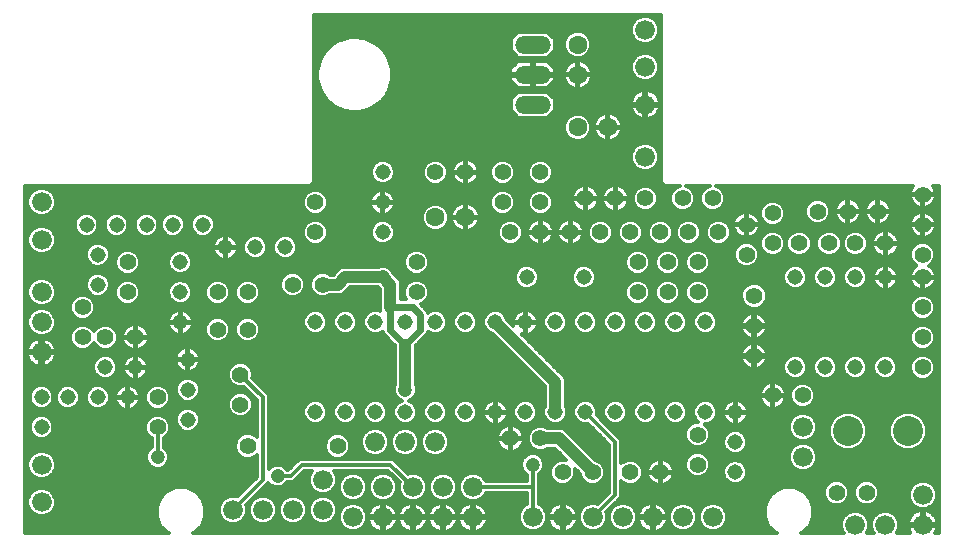
<source format=gbr>
G75*
G71*
%OFA0B0*%
%FSLAX24Y24*%
%IPPOS*%
%LPD*%
%AMOC8*
5,1,8,0,0,1.08239X$1,22.5*
%
%ADD10C,1.3080*%
%ADD11C,1.6002*%
%ADD12C,1.6764*%
%ADD13C,1.4224*%
%ADD14O,3.0160X1.5080*%
%ADD15C,2.5400*%
%ADD16C,0.3048*%
%ADD17C,1.0160*%
%ADD18C,1.2064*%
%ADD19C,0.6096*%
D10*
X064520Y146193D03*
X064520Y171593D03*
X086745Y171593D03*
X112145Y171593D03*
X137545Y171593D03*
X143895Y196995D03*
X118495Y196995D03*
X181995Y235094D03*
X181995Y260494D03*
X181995Y285894D03*
X220095Y298594D03*
X245495Y298594D03*
X270895Y298594D03*
X201045Y317644D03*
X175645Y317644D03*
X153420Y317644D03*
X128020Y317644D03*
X102620Y317644D03*
X112145Y292244D03*
X112145Y266844D03*
X188345Y203344D03*
X188345Y177944D03*
X188345Y152544D03*
X296295Y158894D03*
X321695Y158894D03*
X347095Y158894D03*
X372495Y158894D03*
X397895Y158894D03*
X423295Y158894D03*
X448695Y158894D03*
X474095Y158894D03*
X499495Y158894D03*
X524895Y158894D03*
X550295Y158894D03*
X575695Y158894D03*
X601095Y158894D03*
X626495Y158894D03*
X651895Y158894D03*
X651895Y133494D03*
X651895Y108094D03*
X702695Y196994D03*
X728095Y196994D03*
X753495Y196994D03*
X778895Y196994D03*
X778895Y273194D03*
X753495Y273194D03*
X728095Y273194D03*
X702695Y273194D03*
X626495Y235094D03*
X601095Y235094D03*
X575695Y235094D03*
X550295Y235094D03*
X524895Y235094D03*
X499495Y235094D03*
X474095Y235094D03*
X448695Y235094D03*
X423295Y235094D03*
X397895Y235094D03*
X372495Y235094D03*
X347095Y235094D03*
X321695Y235094D03*
X296295Y235094D03*
X353445Y311294D03*
X353445Y336694D03*
X353445Y362094D03*
X475365Y273194D03*
X523625Y273194D03*
D11*
X423295Y323994D03*
X397895Y323994D03*
X518545Y400194D03*
X543945Y400194D03*
X518545Y444644D03*
X518545Y470044D03*
D12*
X575695Y482744D03*
X575695Y450994D03*
X575695Y419244D03*
X575695Y374794D03*
X709045Y146194D03*
X709045Y120794D03*
X632845Y069994D03*
X607445Y069994D03*
X582045Y069994D03*
X556645Y069994D03*
X531245Y069994D03*
X505845Y069994D03*
X480445Y069994D03*
X429645Y069994D03*
X404245Y069994D03*
X378845Y069994D03*
X353445Y069994D03*
X328045Y069994D03*
X302646Y076344D03*
X277246Y076344D03*
X251845Y076344D03*
X226445Y076344D03*
X302646Y101744D03*
X328045Y095394D03*
X353445Y095394D03*
X378845Y095394D03*
X404245Y095394D03*
X429645Y095394D03*
X397895Y133494D03*
X372495Y133494D03*
X347095Y133494D03*
X064521Y114444D03*
X064521Y082694D03*
X064521Y209694D03*
X064521Y235094D03*
X064521Y260494D03*
X064520Y304944D03*
X064520Y336694D03*
X753496Y063644D03*
X778896Y063644D03*
X810645Y063644D03*
X810645Y089044D03*
D13*
X763020Y090632D03*
X737620Y090632D03*
X620145Y114444D03*
X588395Y108094D03*
X562995Y108094D03*
X531245Y108093D03*
X505845Y108093D03*
X486795Y136669D03*
X461395Y136669D03*
X315345Y130319D03*
X239145Y130319D03*
X232795Y165244D03*
X232795Y190644D03*
X239145Y228744D03*
X213745Y228744D03*
X213745Y260494D03*
X239145Y260494D03*
X277245Y266844D03*
X302645Y266844D03*
X296295Y311294D03*
X296295Y336694D03*
X382020Y285894D03*
X382020Y260494D03*
X461395Y311294D03*
X486795Y311294D03*
X512195Y311294D03*
X537595Y311294D03*
X562995Y311294D03*
X588395Y311294D03*
X612207Y311294D03*
X637607Y311294D03*
X661420Y317644D03*
X683645Y327169D03*
X683645Y301769D03*
X661420Y292244D03*
X620145Y285894D03*
X594745Y285894D03*
X569345Y285894D03*
X569345Y260494D03*
X594745Y260494D03*
X620145Y260494D03*
X667770Y257319D03*
X667770Y231919D03*
X667770Y206519D03*
X683646Y173182D03*
X709046Y173182D03*
X620145Y139844D03*
X810645Y196994D03*
X810645Y222394D03*
X810645Y247794D03*
X810645Y273194D03*
X810645Y292244D03*
X778895Y301769D03*
X753495Y301769D03*
X731269Y301770D03*
X705869Y301770D03*
X721745Y328757D03*
X747145Y328757D03*
X772545Y328757D03*
X810645Y317644D03*
X810645Y343044D03*
X632845Y339869D03*
X607445Y339869D03*
X575695Y339869D03*
X550295Y339869D03*
X524895Y339869D03*
X486795Y336694D03*
X455045Y336694D03*
X455045Y362094D03*
X423295Y362095D03*
X397895Y362095D03*
X486795Y362094D03*
X162945Y171594D03*
X162945Y146194D03*
X143895Y222394D03*
X118495Y222394D03*
X099445Y222394D03*
X099445Y247794D03*
X137545Y260493D03*
X137545Y285893D03*
D14*
X480445Y419244D03*
X480445Y444644D03*
X480445Y470044D03*
D15*
X747145Y143019D03*
X797945Y143019D03*
D16*
X172406Y056531D02*
X050283Y056531D01*
X050283Y350356D01*
X292010Y350356D01*
X295283Y353629D01*
X295283Y358258D01*
X295283Y495356D01*
X589108Y495356D01*
X589108Y353629D01*
X592381Y350356D01*
X597010Y350356D01*
X604891Y350356D01*
X601403Y348912D01*
X598402Y345911D01*
X596778Y341991D01*
X596778Y337746D01*
X598402Y333826D01*
X601403Y330825D01*
X605323Y329201D01*
X609568Y329201D01*
X613488Y330825D01*
X616489Y333826D01*
X618113Y337746D01*
X618113Y341991D01*
X616489Y345911D01*
X613488Y348912D01*
X610000Y350356D01*
X630291Y350356D01*
X626803Y348912D01*
X623802Y345911D01*
X622178Y341991D01*
X622178Y337746D01*
X623802Y333826D01*
X626803Y330825D01*
X630723Y329201D01*
X634968Y329201D01*
X638888Y330825D01*
X641889Y333826D01*
X643513Y337746D01*
X643513Y341991D01*
X641889Y345911D01*
X638888Y348912D01*
X635400Y350356D01*
X802154Y350356D01*
X801171Y349374D01*
X799470Y345267D01*
X799470Y343520D01*
X810163Y343520D01*
X810163Y342566D01*
X799470Y342566D01*
X799470Y340820D01*
X801171Y336713D01*
X804315Y333569D01*
X808422Y331868D01*
X810169Y331868D01*
X810169Y342561D01*
X811123Y342561D01*
X811123Y331868D01*
X812869Y331868D01*
X816976Y333569D01*
X820120Y336713D01*
X821821Y340820D01*
X821821Y342566D01*
X811128Y342566D01*
X811128Y343520D01*
X821821Y343520D01*
X821821Y345267D01*
X820120Y349374D01*
X819137Y350356D01*
X824108Y350356D01*
X824108Y056531D01*
X821133Y056531D01*
X821196Y056593D01*
X823091Y061168D01*
X823091Y062666D01*
X811628Y062666D01*
X811628Y064620D01*
X823091Y064620D01*
X823091Y066119D01*
X821196Y070694D01*
X817696Y074194D01*
X813121Y076089D01*
X811623Y076089D01*
X811623Y064626D01*
X809669Y064626D01*
X809669Y076089D01*
X808170Y076089D01*
X803595Y074194D01*
X800095Y070694D01*
X798200Y066119D01*
X798200Y064620D01*
X809663Y064620D01*
X809663Y062666D01*
X798200Y062666D01*
X798200Y061168D01*
X800095Y056593D01*
X800158Y056531D01*
X788666Y056531D01*
X789017Y056881D01*
X790834Y061269D01*
X790834Y066018D01*
X789017Y070406D01*
X785659Y073764D01*
X781271Y075581D01*
X776522Y075581D01*
X772134Y073764D01*
X768776Y070406D01*
X766959Y066018D01*
X766959Y061269D01*
X768776Y056881D01*
X769127Y056531D01*
X763266Y056531D01*
X763617Y056881D01*
X765434Y061269D01*
X765434Y066018D01*
X763617Y070406D01*
X760259Y073764D01*
X755871Y075581D01*
X751122Y075581D01*
X746734Y073764D01*
X743376Y070406D01*
X741559Y066018D01*
X741559Y061269D01*
X743376Y056881D01*
X743727Y056531D01*
X707585Y056531D01*
X709058Y057140D01*
X714849Y062931D01*
X717983Y070498D01*
X717983Y078689D01*
X714849Y086256D01*
X709058Y092047D01*
X701491Y095181D01*
X693300Y095181D01*
X685733Y092047D01*
X679942Y086256D01*
X676808Y078689D01*
X676808Y070498D01*
X679942Y062931D01*
X685733Y057140D01*
X687206Y056531D01*
X192785Y056531D01*
X194258Y057140D01*
X200049Y062931D01*
X203183Y070498D01*
X203183Y078689D01*
X200049Y086256D01*
X194258Y092047D01*
X186691Y095181D01*
X178500Y095181D01*
X170933Y092047D01*
X165142Y086256D01*
X162008Y078689D01*
X162008Y070498D01*
X165142Y062931D01*
X170933Y057140D01*
X172406Y056531D01*
X171180Y057038D02*
X050283Y057038D01*
X050283Y060085D02*
X167988Y060085D01*
X165059Y063132D02*
X050283Y063132D01*
X050283Y066179D02*
X163797Y066179D01*
X162535Y069226D02*
X050283Y069226D01*
X050283Y072273D02*
X058484Y072273D01*
X057759Y072573D02*
X054401Y075931D01*
X052584Y080319D01*
X052584Y085068D01*
X054401Y089456D01*
X057759Y092814D01*
X062147Y094631D01*
X066896Y094631D01*
X071284Y092814D01*
X074642Y089456D01*
X076459Y085068D01*
X076459Y080319D01*
X074642Y075931D01*
X071284Y072573D01*
X066896Y070756D01*
X062147Y070756D01*
X057759Y072573D01*
X055012Y075320D02*
X050283Y075320D01*
X050283Y078367D02*
X053393Y078367D01*
X052584Y081414D02*
X050283Y081414D01*
X050283Y084461D02*
X052584Y084461D01*
X053594Y087508D02*
X050283Y087508D01*
X050283Y090555D02*
X055500Y090555D01*
X059661Y093602D02*
X050283Y093602D01*
X050283Y096649D02*
X239568Y096649D01*
X242615Y099696D02*
X050283Y099696D01*
X050283Y102743D02*
X061575Y102743D01*
X062147Y102506D02*
X057759Y104323D01*
X054401Y107681D01*
X052584Y112069D01*
X052584Y116818D01*
X054401Y121206D01*
X057759Y124564D01*
X062147Y126381D01*
X066896Y126381D01*
X071284Y124564D01*
X074642Y121206D01*
X076459Y116818D01*
X076459Y112069D01*
X074642Y107681D01*
X071284Y104323D01*
X066896Y102506D01*
X062147Y102506D01*
X067469Y102743D02*
X245662Y102743D01*
X246766Y103847D02*
X246766Y122854D01*
X245188Y121275D01*
X241268Y119651D01*
X237023Y119651D01*
X233103Y121275D01*
X230102Y124276D01*
X228478Y128196D01*
X228478Y132441D01*
X230102Y136361D01*
X233103Y139362D01*
X237023Y140986D01*
X241268Y140986D01*
X245188Y139362D01*
X246766Y137783D01*
X246766Y169490D01*
X235881Y180375D01*
X234918Y179976D01*
X230673Y179976D01*
X226753Y181600D01*
X223752Y184601D01*
X222128Y188521D01*
X222128Y192766D01*
X223752Y196686D01*
X226753Y199687D01*
X230673Y201311D01*
X234918Y201311D01*
X238838Y199687D01*
X241839Y196686D01*
X243463Y192766D01*
X243463Y188521D01*
X243064Y187558D01*
X256925Y173697D01*
X256925Y169490D01*
X256925Y110856D01*
X259114Y113046D01*
X262638Y114506D01*
X266453Y114506D01*
X269977Y113046D01*
X272673Y110350D01*
X272819Y109998D01*
X273555Y109998D01*
X280103Y116546D01*
X280103Y116547D01*
X283079Y119523D01*
X361899Y119523D01*
X364875Y116547D01*
X364875Y116546D01*
X374788Y106634D01*
X376471Y107331D01*
X381220Y107331D01*
X385608Y105514D01*
X388966Y102156D01*
X390783Y097768D01*
X390783Y093019D01*
X388966Y088631D01*
X385608Y085273D01*
X381220Y083456D01*
X376471Y083456D01*
X372083Y085273D01*
X368725Y088631D01*
X366908Y093019D01*
X366908Y097768D01*
X367605Y099451D01*
X357693Y109364D01*
X311908Y109364D01*
X312767Y108506D01*
X314584Y104118D01*
X314584Y099369D01*
X312767Y094981D01*
X309409Y091623D01*
X305021Y089806D01*
X300272Y089806D01*
X295884Y091623D01*
X292526Y094981D01*
X290709Y099369D01*
X290709Y104118D01*
X292526Y108506D01*
X293385Y109364D01*
X287285Y109364D01*
X280737Y102816D01*
X280737Y102815D01*
X277761Y099839D01*
X272819Y099839D01*
X272673Y099487D01*
X269977Y096791D01*
X266453Y095331D01*
X262638Y095331D01*
X259114Y096791D01*
X256595Y099311D01*
X253949Y096664D01*
X237685Y080401D01*
X238383Y078718D01*
X238383Y073969D01*
X236566Y069581D01*
X233208Y066223D01*
X228820Y064406D01*
X224071Y064406D01*
X219683Y066223D01*
X216325Y069581D01*
X214508Y073969D01*
X214508Y078718D01*
X216325Y083106D01*
X219683Y086464D01*
X224071Y088281D01*
X228820Y088281D01*
X230503Y087583D01*
X246766Y103847D01*
X246766Y105790D02*
X072751Y105790D01*
X075121Y108837D02*
X246766Y108837D01*
X246766Y111884D02*
X166490Y111884D01*
X164853Y111206D02*
X161038Y111206D01*
X157514Y112666D01*
X154818Y115362D01*
X153358Y118886D01*
X153358Y122701D01*
X154818Y126225D01*
X157514Y128921D01*
X157866Y129067D01*
X157866Y136751D01*
X156903Y137150D01*
X153902Y140151D01*
X152278Y144071D01*
X152278Y148316D01*
X153902Y152236D01*
X156903Y155237D01*
X160823Y156861D01*
X165068Y156861D01*
X168988Y155237D01*
X171989Y152236D01*
X173613Y148316D01*
X173613Y144071D01*
X171989Y140151D01*
X168988Y137150D01*
X168025Y136751D01*
X168025Y129067D01*
X168377Y128921D01*
X171073Y126225D01*
X172533Y122701D01*
X172533Y118886D01*
X171073Y115362D01*
X168377Y112666D01*
X164853Y111206D01*
X159402Y111884D02*
X076383Y111884D01*
X076459Y114931D02*
X155249Y114931D01*
X153735Y117978D02*
X075978Y117978D01*
X074716Y121025D02*
X153358Y121025D01*
X153926Y124072D02*
X071776Y124072D01*
X066923Y136260D02*
X157866Y136260D01*
X157866Y133213D02*
X050283Y133213D01*
X050283Y136260D02*
X062119Y136260D01*
X062512Y136097D02*
X058802Y137634D01*
X055962Y140474D01*
X054425Y144184D01*
X054425Y148201D01*
X055962Y151911D01*
X058802Y154751D01*
X062512Y156288D01*
X066529Y156288D01*
X070239Y154751D01*
X073079Y151911D01*
X074616Y148201D01*
X074616Y144184D01*
X073079Y140474D01*
X070239Y137634D01*
X066529Y136097D01*
X062512Y136097D01*
X057129Y139307D02*
X050283Y139307D01*
X050283Y142354D02*
X055184Y142354D01*
X054425Y145401D02*
X050283Y145401D01*
X050283Y148448D02*
X054527Y148448D01*
X055789Y151495D02*
X050283Y151495D01*
X050283Y154542D02*
X058593Y154542D01*
X062512Y161497D02*
X058802Y163034D01*
X055962Y165874D01*
X054425Y169584D01*
X054425Y173601D01*
X055962Y177311D01*
X058802Y180151D01*
X062512Y181688D01*
X066529Y181688D01*
X070239Y180151D01*
X073079Y177311D01*
X074616Y173601D01*
X074616Y169584D01*
X073079Y165874D01*
X070239Y163034D01*
X066529Y161497D01*
X062512Y161497D01*
X058153Y163683D02*
X050283Y163683D01*
X050283Y160636D02*
X182161Y160636D01*
X182627Y161102D02*
X186337Y162639D01*
X190354Y162639D01*
X194064Y161102D01*
X196904Y158262D01*
X198441Y154552D01*
X198441Y150535D01*
X196904Y146825D01*
X194064Y143985D01*
X190354Y142448D01*
X186337Y142448D01*
X182627Y143985D01*
X179787Y146825D01*
X178250Y150535D01*
X178250Y154552D01*
X179787Y158262D01*
X182627Y161102D01*
X179508Y157589D02*
X050283Y157589D01*
X050283Y166730D02*
X055608Y166730D01*
X054425Y169777D02*
X050283Y169777D01*
X050283Y172824D02*
X054425Y172824D01*
X055365Y175871D02*
X050283Y175871D01*
X050283Y178918D02*
X057569Y178918D01*
X050283Y181965D02*
X134878Y181965D01*
X135436Y182196D02*
X137069Y182196D01*
X137069Y172075D01*
X138023Y172075D01*
X138023Y182196D01*
X139655Y182196D01*
X143552Y180582D01*
X146535Y177599D01*
X148149Y173702D01*
X148149Y172069D01*
X138028Y172069D01*
X138028Y171115D01*
X148149Y171115D01*
X148149Y169483D01*
X146535Y165586D01*
X143552Y162603D01*
X139655Y160989D01*
X138023Y160989D01*
X138023Y171110D01*
X137069Y171110D01*
X137069Y160989D01*
X135436Y160989D01*
X131539Y162603D01*
X128556Y165586D01*
X126942Y169483D01*
X126942Y171115D01*
X137063Y171115D01*
X137063Y172069D01*
X126942Y172069D01*
X126942Y173702D01*
X128556Y177599D01*
X131539Y180582D01*
X135436Y182196D01*
X137069Y181965D02*
X138023Y181965D01*
X140212Y181965D02*
X160108Y181965D01*
X160823Y182261D02*
X165068Y182261D01*
X168988Y180637D01*
X171989Y177636D01*
X173613Y173716D01*
X173613Y169471D01*
X171989Y165551D01*
X168988Y162550D01*
X165068Y160926D01*
X160823Y160926D01*
X156903Y162550D01*
X153902Y165551D01*
X152278Y169471D01*
X152278Y173716D01*
X153902Y177636D01*
X156903Y180637D01*
X160823Y182261D01*
X165782Y181965D02*
X179083Y181965D01*
X179787Y183662D02*
X182627Y186502D01*
X186337Y188039D01*
X190354Y188039D01*
X194064Y186502D01*
X196904Y183662D01*
X198441Y179952D01*
X198441Y175935D01*
X196904Y172225D01*
X194064Y169385D01*
X190354Y167848D01*
X186337Y167848D01*
X182627Y169385D01*
X179787Y172225D01*
X178250Y175935D01*
X178250Y179952D01*
X179787Y183662D01*
X181137Y185012D02*
X050283Y185012D01*
X050283Y188059D02*
X113687Y188059D01*
X112777Y188436D02*
X109937Y191276D01*
X108400Y194986D01*
X108400Y199003D01*
X109937Y202713D01*
X112777Y205553D01*
X116487Y207090D01*
X120504Y207090D01*
X124214Y205553D01*
X127054Y202713D01*
X128591Y199003D01*
X128591Y194986D01*
X127054Y191276D01*
X124214Y188436D01*
X120504Y186899D01*
X116487Y186899D01*
X112777Y188436D01*
X110107Y191106D02*
X050283Y191106D01*
X050283Y194153D02*
X108746Y194153D01*
X108400Y197200D02*
X050283Y197200D01*
X050283Y200247D02*
X056367Y200247D01*
X057471Y199143D02*
X053971Y202643D01*
X052076Y207218D01*
X052076Y208716D01*
X063539Y208716D01*
X063539Y210670D01*
X052076Y210670D01*
X052076Y212169D01*
X053971Y216744D01*
X057471Y220244D01*
X062046Y222139D01*
X063545Y222139D01*
X063545Y210676D01*
X065499Y210676D01*
X065499Y222139D01*
X066997Y222139D01*
X071572Y220244D01*
X075072Y216744D01*
X076967Y212169D01*
X076967Y210670D01*
X065504Y210670D01*
X065504Y208716D01*
X076967Y208716D01*
X076967Y207218D01*
X075072Y202643D01*
X071572Y199143D01*
X066997Y197248D01*
X065499Y197248D01*
X065499Y208711D01*
X063545Y208711D01*
X063545Y197248D01*
X062046Y197248D01*
X057471Y199143D01*
X053702Y203294D02*
X050283Y203294D01*
X050283Y206341D02*
X052440Y206341D01*
X050283Y209388D02*
X063539Y209388D01*
X064521Y209694D02*
X143895Y209694D01*
X143895Y222394D01*
X169295Y222394D01*
X169295Y235094D01*
X169295Y247794D01*
X201045Y247794D01*
X201045Y203344D01*
X188345Y203344D01*
X187863Y203294D02*
X152592Y203294D01*
X152885Y203001D02*
X154499Y199104D01*
X154499Y197471D01*
X144378Y197471D01*
X144378Y196517D01*
X154499Y196517D01*
X154499Y194885D01*
X152885Y190988D01*
X149902Y188005D01*
X146005Y186391D01*
X144373Y186391D01*
X144373Y196512D01*
X143419Y196512D01*
X143419Y186391D01*
X141786Y186391D01*
X137889Y188005D01*
X134906Y190988D01*
X133292Y194885D01*
X133292Y196517D01*
X143413Y196517D01*
X143413Y197471D01*
X133292Y197471D01*
X133292Y199104D01*
X134906Y203001D01*
X137889Y205984D01*
X141786Y207598D01*
X143419Y207598D01*
X143419Y197477D01*
X144373Y197477D01*
X144373Y207598D01*
X146005Y207598D01*
X149902Y205984D01*
X152885Y203001D01*
X154025Y200247D02*
X178151Y200247D01*
X177742Y201234D02*
X177742Y202866D01*
X187863Y202866D01*
X187863Y203820D01*
X177742Y203820D01*
X177742Y205453D01*
X179356Y209350D01*
X182339Y212333D01*
X186236Y213947D01*
X187869Y213947D01*
X187869Y203826D01*
X188823Y203826D01*
X188823Y213947D01*
X190455Y213947D01*
X194352Y212333D01*
X197335Y209350D01*
X198949Y205453D01*
X198949Y203820D01*
X188828Y203820D01*
X188828Y202866D01*
X198949Y202866D01*
X198949Y201234D01*
X197335Y197337D01*
X194352Y194354D01*
X190455Y192740D01*
X188823Y192740D01*
X188823Y202861D01*
X187869Y202861D01*
X187869Y192740D01*
X186236Y192740D01*
X182339Y194354D01*
X179356Y197337D01*
X177742Y201234D01*
X179493Y197200D02*
X144378Y197200D01*
X143895Y196995D02*
X143895Y184294D01*
X137545Y184294D01*
X137545Y171593D01*
X137069Y172824D02*
X138023Y172824D01*
X138023Y169777D02*
X137069Y169777D01*
X137069Y166730D02*
X138023Y166730D01*
X138023Y163683D02*
X137069Y163683D01*
X130459Y163683D02*
X118513Y163683D01*
X117864Y163034D02*
X114154Y161497D01*
X110137Y161497D01*
X106427Y163034D01*
X103587Y165874D01*
X102050Y169584D01*
X102050Y173601D01*
X103587Y177311D01*
X106427Y180151D01*
X110137Y181688D01*
X114154Y181688D01*
X117864Y180151D01*
X120704Y177311D01*
X122241Y173601D01*
X122241Y169584D01*
X120704Y165874D01*
X117864Y163034D01*
X121059Y166730D02*
X128083Y166730D01*
X126942Y169777D02*
X122241Y169777D01*
X122241Y172824D02*
X126942Y172824D01*
X127840Y175871D02*
X121300Y175871D01*
X119097Y178918D02*
X129875Y178918D01*
X137069Y178918D02*
X138023Y178918D01*
X138023Y175871D02*
X137069Y175871D01*
X145216Y178918D02*
X155184Y178918D01*
X153170Y175871D02*
X147250Y175871D01*
X148149Y172824D02*
X152278Y172824D01*
X152278Y169777D02*
X148149Y169777D01*
X147009Y166730D02*
X153414Y166730D01*
X155770Y163683D02*
X144632Y163683D01*
X156208Y154542D02*
X070448Y154542D01*
X073251Y151495D02*
X153595Y151495D01*
X152332Y148448D02*
X074513Y148448D01*
X074616Y145401D02*
X152278Y145401D01*
X152990Y142354D02*
X073858Y142354D01*
X071912Y139307D02*
X154746Y139307D01*
X162945Y146194D02*
X162945Y120794D01*
X172533Y121025D02*
X233707Y121025D01*
X230306Y124072D02*
X171964Y124072D01*
X170179Y127119D02*
X228925Y127119D01*
X228478Y130166D02*
X168025Y130166D01*
X168025Y133213D02*
X228797Y133213D01*
X230060Y136260D02*
X168025Y136260D01*
X171145Y139307D02*
X233048Y139307D01*
X245242Y139307D02*
X246766Y139307D01*
X246766Y142354D02*
X172902Y142354D01*
X173613Y145401D02*
X181211Y145401D01*
X179115Y148448D02*
X173558Y148448D01*
X172295Y151495D02*
X178250Y151495D01*
X178250Y154542D02*
X169683Y154542D01*
X170121Y163683D02*
X222128Y163683D01*
X222128Y163121D02*
X222128Y167366D01*
X223752Y171286D01*
X226753Y174287D01*
X230673Y175911D01*
X234918Y175911D01*
X238838Y174287D01*
X241839Y171286D01*
X243463Y167366D01*
X243463Y163121D01*
X241839Y159201D01*
X238838Y156200D01*
X234918Y154576D01*
X230673Y154576D01*
X226753Y156200D01*
X223752Y159201D01*
X222128Y163121D01*
X223158Y160636D02*
X194530Y160636D01*
X197182Y157589D02*
X225364Y157589D01*
X222128Y166730D02*
X172478Y166730D01*
X173613Y169777D02*
X182235Y169777D01*
X179539Y172824D02*
X173613Y172824D01*
X172720Y175871D02*
X178277Y175871D01*
X178250Y178918D02*
X170707Y178918D01*
X152934Y191106D02*
X222128Y191106D01*
X222320Y188059D02*
X149956Y188059D01*
X144373Y188059D02*
X143419Y188059D01*
X143419Y191106D02*
X144373Y191106D01*
X144373Y194153D02*
X143419Y194153D01*
X143895Y196994D02*
X143894Y196995D01*
X143894Y209695D01*
X143895Y209694D01*
X143419Y211218D02*
X141672Y211218D01*
X137565Y212919D01*
X134421Y216063D01*
X132720Y220170D01*
X132720Y221916D01*
X143413Y221916D01*
X143413Y222870D01*
X132720Y222870D01*
X132720Y224617D01*
X134421Y228724D01*
X137565Y231868D01*
X141672Y233569D01*
X143419Y233569D01*
X143419Y222876D01*
X144373Y222876D01*
X144373Y233569D01*
X146119Y233569D01*
X150226Y231868D01*
X153370Y228724D01*
X155071Y224617D01*
X155071Y222870D01*
X144378Y222870D01*
X144378Y221916D01*
X155071Y221916D01*
X155071Y220170D01*
X153370Y216063D01*
X150226Y212919D01*
X146119Y211218D01*
X144373Y211218D01*
X144373Y221911D01*
X143419Y221911D01*
X143419Y211218D01*
X143419Y212435D02*
X144373Y212435D01*
X144373Y215482D02*
X143419Y215482D01*
X143419Y218529D02*
X144373Y218529D01*
X144373Y221576D02*
X143419Y221576D01*
X143419Y224623D02*
X144373Y224623D01*
X144373Y227670D02*
X143419Y227670D01*
X143419Y230717D02*
X144373Y230717D01*
X151377Y230717D02*
X172331Y230717D01*
X173006Y229087D02*
X171392Y232984D01*
X171392Y234616D01*
X181513Y234616D01*
X181513Y235570D01*
X171392Y235570D01*
X171392Y237203D01*
X173006Y241100D01*
X175989Y244083D01*
X179886Y245697D01*
X181519Y245697D01*
X181519Y235576D01*
X182473Y235576D01*
X182473Y245697D01*
X184105Y245697D01*
X188002Y244083D01*
X190985Y241100D01*
X192599Y237203D01*
X192599Y235570D01*
X182478Y235570D01*
X182478Y234616D01*
X192599Y234616D01*
X192599Y232984D01*
X190985Y229087D01*
X188002Y226104D01*
X184105Y224490D01*
X182473Y224490D01*
X182473Y234611D01*
X181519Y234611D01*
X181519Y224490D01*
X179886Y224490D01*
X175989Y226104D01*
X173006Y229087D01*
X174423Y227670D02*
X153806Y227670D01*
X155068Y224623D02*
X179565Y224623D01*
X181519Y224623D02*
X182473Y224623D01*
X184427Y224623D02*
X203906Y224623D01*
X204702Y222701D02*
X203078Y226621D01*
X203078Y230866D01*
X204702Y234786D01*
X207703Y237787D01*
X211623Y239411D01*
X215868Y239411D01*
X219788Y237787D01*
X222789Y234786D01*
X224413Y230866D01*
X224413Y226621D01*
X222789Y222701D01*
X219788Y219700D01*
X215868Y218076D01*
X211623Y218076D01*
X207703Y219700D01*
X204702Y222701D01*
X205827Y221576D02*
X155071Y221576D01*
X154392Y218529D02*
X210530Y218529D01*
X216962Y218529D02*
X235930Y218529D01*
X237023Y218076D02*
X233103Y219700D01*
X230102Y222701D01*
X228478Y226621D01*
X228478Y230866D01*
X230102Y234786D01*
X233103Y237787D01*
X237023Y239411D01*
X241268Y239411D01*
X245188Y237787D01*
X248189Y234786D01*
X249813Y230866D01*
X249813Y226621D01*
X248189Y222701D01*
X245188Y219700D01*
X241268Y218076D01*
X237023Y218076D01*
X242362Y218529D02*
X360671Y218529D01*
X363718Y215482D02*
X152789Y215482D01*
X149058Y212435D02*
X182585Y212435D01*
X179394Y209388D02*
X065504Y209388D01*
X065499Y212435D02*
X063545Y212435D01*
X063545Y215482D02*
X065499Y215482D01*
X065499Y218529D02*
X063545Y218529D01*
X063545Y221576D02*
X065499Y221576D01*
X066896Y223156D02*
X062147Y223156D01*
X057759Y224973D01*
X054401Y228331D01*
X052584Y232719D01*
X052584Y237468D01*
X054401Y241856D01*
X057759Y245214D01*
X062147Y247031D01*
X066896Y247031D01*
X071284Y245214D01*
X074642Y241856D01*
X076459Y237468D01*
X076459Y232719D01*
X074642Y228331D01*
X071284Y224973D01*
X066896Y223156D01*
X068356Y221576D02*
X088778Y221576D01*
X088778Y220271D02*
X088778Y224516D01*
X090402Y228436D01*
X093403Y231437D01*
X097323Y233061D01*
X101568Y233061D01*
X105488Y231437D01*
X108489Y228436D01*
X108971Y227272D01*
X109452Y228436D01*
X112453Y231437D01*
X116373Y233061D01*
X120618Y233061D01*
X124538Y231437D01*
X127539Y228436D01*
X129163Y224516D01*
X129163Y220271D01*
X127539Y216351D01*
X124538Y213350D01*
X120618Y211726D01*
X116373Y211726D01*
X112453Y213350D01*
X109452Y216351D01*
X108971Y217515D01*
X108489Y216351D01*
X105488Y213350D01*
X101568Y211726D01*
X097323Y211726D01*
X093403Y213350D01*
X090402Y216351D01*
X088778Y220271D01*
X089500Y218529D02*
X073287Y218529D01*
X075594Y215482D02*
X091271Y215482D01*
X095612Y212435D02*
X076856Y212435D01*
X076604Y206341D02*
X114679Y206341D01*
X110518Y203294D02*
X075342Y203294D01*
X072676Y200247D02*
X108915Y200247D01*
X122311Y206341D02*
X138750Y206341D01*
X143419Y206341D02*
X144373Y206341D01*
X144373Y203294D02*
X143419Y203294D01*
X143419Y200247D02*
X144373Y200247D01*
X143413Y197200D02*
X128591Y197200D01*
X128246Y194153D02*
X133596Y194153D01*
X134858Y191106D02*
X126884Y191106D01*
X123304Y188059D02*
X137835Y188059D01*
X143895Y196994D02*
X143895Y196995D01*
X133765Y200247D02*
X128075Y200247D01*
X126473Y203294D02*
X135199Y203294D01*
X138734Y212435D02*
X122330Y212435D01*
X126670Y215482D02*
X135002Y215482D01*
X133400Y218529D02*
X128442Y218529D01*
X129163Y221576D02*
X132720Y221576D01*
X132722Y224623D02*
X129118Y224623D01*
X127856Y227670D02*
X133984Y227670D01*
X136414Y230717D02*
X125258Y230717D01*
X111733Y230717D02*
X106208Y230717D01*
X108806Y227670D02*
X109135Y227670D01*
X105488Y238750D02*
X101568Y237126D01*
X097323Y237126D01*
X093403Y238750D01*
X090402Y241751D01*
X088778Y245671D01*
X088778Y249916D01*
X090402Y253836D01*
X093403Y256837D01*
X097323Y258461D01*
X101568Y258461D01*
X105488Y256837D01*
X108489Y253836D01*
X110113Y249916D01*
X110113Y245671D01*
X108489Y241751D01*
X105488Y238750D01*
X106596Y239858D02*
X172491Y239858D01*
X171392Y236811D02*
X076459Y236811D01*
X076459Y233764D02*
X171392Y233764D01*
X169295Y235094D02*
X181995Y235094D01*
X181519Y233764D02*
X182473Y233764D01*
X182473Y230717D02*
X181519Y230717D01*
X181519Y227670D02*
X182473Y227670D01*
X189568Y227670D02*
X203078Y227670D01*
X203078Y230717D02*
X191661Y230717D01*
X192599Y233764D02*
X204278Y233764D01*
X206727Y236811D02*
X192599Y236811D01*
X191499Y239858D02*
X287341Y239858D01*
X287737Y240812D02*
X286200Y237102D01*
X286200Y233085D01*
X287737Y229375D01*
X290577Y226535D01*
X294287Y224998D01*
X298304Y224998D01*
X302014Y226535D01*
X304854Y229375D01*
X306391Y233085D01*
X306391Y237102D01*
X304854Y240812D01*
X302014Y243652D01*
X298304Y245189D01*
X294287Y245189D01*
X290577Y243652D01*
X287737Y240812D01*
X289830Y242905D02*
X189180Y242905D01*
X182473Y242905D02*
X181519Y242905D01*
X181519Y239858D02*
X182473Y239858D01*
X182473Y236811D02*
X181519Y236811D01*
X174811Y242905D02*
X108968Y242905D01*
X110113Y245952D02*
X351160Y245952D01*
X351160Y244337D02*
X351160Y263267D01*
X350314Y264113D01*
X349241Y264558D01*
X325272Y264558D01*
X318922Y258208D01*
X311769Y258208D01*
X309095Y258208D01*
X308688Y257800D01*
X304768Y256176D01*
X300523Y256176D01*
X296603Y257800D01*
X293602Y260801D01*
X291978Y264721D01*
X291978Y268966D01*
X293602Y272886D01*
X296603Y275887D01*
X300523Y277511D01*
X304768Y277511D01*
X308688Y275887D01*
X309095Y275479D01*
X311769Y275479D01*
X313060Y276770D01*
X318119Y281829D01*
X349241Y281829D01*
X351538Y282781D01*
X355353Y282781D01*
X358877Y281321D01*
X361573Y278625D01*
X362526Y276325D01*
X368431Y270420D01*
X368431Y263267D01*
X368431Y254397D01*
X373032Y254397D01*
X372977Y254451D01*
X371353Y258371D01*
X371353Y262616D01*
X372977Y266536D01*
X375978Y269537D01*
X379898Y271161D01*
X384143Y271161D01*
X388063Y269537D01*
X391064Y266536D01*
X392688Y262616D01*
X392688Y258371D01*
X391064Y254451D01*
X388063Y251450D01*
X385563Y250415D01*
X387931Y248047D01*
X391799Y244179D01*
X391799Y243273D01*
X392177Y243652D01*
X395887Y245189D01*
X399904Y245189D01*
X403614Y243652D01*
X406454Y240812D01*
X407991Y237102D01*
X407991Y233085D01*
X406454Y229375D01*
X403614Y226535D01*
X399904Y224998D01*
X395887Y224998D01*
X392177Y226535D01*
X391799Y226914D01*
X391799Y226008D01*
X381131Y215340D01*
X381131Y182148D01*
X382083Y179851D01*
X382083Y176036D01*
X380623Y172512D01*
X377927Y169816D01*
X375216Y168693D01*
X378214Y167452D01*
X381054Y164612D01*
X382591Y160902D01*
X382591Y156885D01*
X381054Y153175D01*
X378214Y150335D01*
X374504Y148798D01*
X370487Y148798D01*
X366777Y150335D01*
X363937Y153175D01*
X362400Y156885D01*
X362400Y160902D01*
X363937Y164612D01*
X366777Y167452D01*
X369775Y168693D01*
X367064Y169816D01*
X364368Y172512D01*
X362908Y176036D01*
X362908Y179851D01*
X363860Y182148D01*
X363860Y215340D01*
X357060Y222140D01*
X353192Y226008D01*
X353192Y226914D01*
X352814Y226535D01*
X349104Y224998D01*
X345087Y224998D01*
X341377Y226535D01*
X338537Y229375D01*
X337000Y233085D01*
X337000Y237102D01*
X338537Y240812D01*
X341377Y243652D01*
X345087Y245189D01*
X349104Y245189D01*
X351160Y244337D01*
X351160Y248999D02*
X110113Y248999D01*
X109230Y252046D02*
X130906Y252046D01*
X131503Y251449D02*
X128502Y254450D01*
X126878Y258370D01*
X126878Y262615D01*
X128502Y266535D01*
X131503Y269536D01*
X135423Y271160D01*
X139668Y271160D01*
X143588Y269536D01*
X146589Y266535D01*
X148213Y262615D01*
X148213Y258370D01*
X146589Y254450D01*
X143588Y251449D01*
X139668Y249825D01*
X135423Y249825D01*
X131503Y251449D01*
X128236Y255093D02*
X107232Y255093D01*
X106777Y258140D02*
X102342Y258140D01*
X103587Y261125D02*
X102050Y264835D01*
X102050Y268852D01*
X103587Y272562D01*
X106427Y275402D01*
X110137Y276939D01*
X114154Y276939D01*
X117864Y275402D01*
X120704Y272562D01*
X122241Y268852D01*
X122241Y264835D01*
X120704Y261125D01*
X117864Y258285D01*
X114154Y256748D01*
X110137Y256748D01*
X106427Y258285D01*
X103587Y261125D01*
X103562Y261187D02*
X076459Y261187D01*
X076459Y262868D02*
X076459Y258119D01*
X074642Y253731D01*
X071284Y250373D01*
X066896Y248556D01*
X062147Y248556D01*
X057759Y250373D01*
X054401Y253731D01*
X052584Y258119D01*
X052584Y262868D01*
X054401Y267256D01*
X057759Y270614D01*
X062147Y272431D01*
X066896Y272431D01*
X071284Y270614D01*
X074642Y267256D01*
X076459Y262868D01*
X075893Y264234D02*
X102299Y264234D01*
X102050Y267281D02*
X074617Y267281D01*
X071570Y270328D02*
X102661Y270328D01*
X104400Y273375D02*
X050283Y273375D01*
X050283Y276422D02*
X108889Y276422D01*
X110137Y282148D02*
X106427Y283685D01*
X103587Y286525D01*
X102050Y290235D01*
X102050Y294252D01*
X103587Y297962D01*
X106427Y300802D01*
X110137Y302339D01*
X114154Y302339D01*
X117864Y300802D01*
X120704Y297962D01*
X122241Y294252D01*
X122241Y290235D01*
X120704Y286525D01*
X117864Y283685D01*
X114154Y282148D01*
X110137Y282148D01*
X109249Y282516D02*
X050283Y282516D01*
X050283Y279469D02*
X128883Y279469D01*
X128502Y279850D02*
X126878Y283770D01*
X126878Y288015D01*
X128502Y291935D01*
X131503Y294936D01*
X135423Y296560D01*
X139668Y296560D01*
X143588Y294936D01*
X146589Y291935D01*
X148213Y288015D01*
X148213Y283770D01*
X146589Y279850D01*
X143588Y276849D01*
X139668Y275225D01*
X135423Y275225D01*
X131503Y276849D01*
X128502Y279850D01*
X127398Y282516D02*
X115043Y282516D01*
X119742Y285563D02*
X126878Y285563D01*
X127124Y288610D02*
X121568Y288610D01*
X122241Y291657D02*
X128386Y291657D01*
X131271Y294704D02*
X122053Y294704D01*
X120791Y297751D02*
X209492Y297751D01*
X209492Y298116D02*
X219613Y298116D01*
X219613Y299070D01*
X209492Y299070D01*
X209492Y300703D01*
X211106Y304600D01*
X214089Y307583D01*
X217986Y309197D01*
X219619Y309197D01*
X219619Y299076D01*
X220573Y299076D01*
X220573Y309197D01*
X222205Y309197D01*
X226102Y307583D01*
X229085Y304600D01*
X230699Y300703D01*
X230699Y299070D01*
X220578Y299070D01*
X220578Y298116D01*
X230699Y298116D01*
X230699Y296484D01*
X229085Y292587D01*
X226102Y289604D01*
X222205Y287990D01*
X220573Y287990D01*
X220573Y298111D01*
X219619Y298111D01*
X219619Y287990D01*
X217986Y287990D01*
X214089Y289604D01*
X211106Y292587D01*
X209492Y296484D01*
X209492Y298116D01*
X209531Y300798D02*
X117868Y300798D01*
X122302Y309085D02*
X126012Y307548D01*
X130029Y307548D01*
X133739Y309085D01*
X136579Y311925D01*
X138116Y315635D01*
X138116Y319652D01*
X136579Y323362D01*
X133739Y326202D01*
X130029Y327739D01*
X126012Y327739D01*
X122302Y326202D01*
X119462Y323362D01*
X117925Y319652D01*
X117925Y315635D01*
X119462Y311925D01*
X122302Y309085D01*
X121448Y309939D02*
X109193Y309939D01*
X108339Y309085D02*
X104629Y307548D01*
X100612Y307548D01*
X096902Y309085D01*
X094062Y311925D01*
X092525Y315635D01*
X092525Y319652D01*
X094062Y323362D01*
X096902Y326202D01*
X100612Y327739D01*
X104629Y327739D01*
X108339Y326202D01*
X111179Y323362D01*
X112716Y319652D01*
X112716Y315635D01*
X111179Y311925D01*
X108339Y309085D01*
X111619Y312986D02*
X119023Y312986D01*
X117925Y316033D02*
X112716Y316033D01*
X112716Y319080D02*
X117925Y319080D01*
X118950Y322127D02*
X111690Y322127D01*
X109367Y325174D02*
X121274Y325174D01*
X134767Y325174D02*
X146674Y325174D01*
X147702Y326202D02*
X151412Y327739D01*
X155429Y327739D01*
X159139Y326202D01*
X161979Y323362D01*
X163516Y319652D01*
X163516Y315635D01*
X161979Y311925D01*
X159139Y309085D01*
X155429Y307548D01*
X151412Y307548D01*
X147702Y309085D01*
X144862Y311925D01*
X143325Y315635D01*
X143325Y319652D01*
X144862Y323362D01*
X147702Y326202D01*
X144350Y322127D02*
X137090Y322127D01*
X138116Y319080D02*
X143325Y319080D01*
X143325Y316033D02*
X138116Y316033D01*
X137019Y312986D02*
X144423Y312986D01*
X146848Y309939D02*
X134593Y309939D01*
X143820Y294704D02*
X176885Y294704D01*
X176277Y294452D02*
X179987Y295989D01*
X184004Y295989D01*
X187714Y294452D01*
X190554Y291612D01*
X192091Y287902D01*
X192091Y283885D01*
X190554Y280175D01*
X187714Y277335D01*
X184004Y275798D01*
X179987Y275798D01*
X176277Y277335D01*
X173437Y280175D01*
X171900Y283885D01*
X171900Y287902D01*
X173437Y291612D01*
X176277Y294452D01*
X173482Y291657D02*
X146704Y291657D01*
X147966Y288610D02*
X172193Y288610D01*
X171900Y285563D02*
X148213Y285563D01*
X147694Y282516D02*
X172468Y282516D01*
X174143Y279469D02*
X146208Y279469D01*
X142558Y276422D02*
X178481Y276422D01*
X179987Y270589D02*
X184004Y270589D01*
X187714Y269052D01*
X190554Y266212D01*
X192091Y262502D01*
X192091Y258485D01*
X190554Y254775D01*
X187714Y251935D01*
X184004Y250398D01*
X179987Y250398D01*
X176277Y251935D01*
X173437Y254775D01*
X171900Y258485D01*
X171900Y262502D01*
X173437Y266212D01*
X176277Y269052D01*
X179987Y270589D01*
X179357Y270328D02*
X141676Y270328D01*
X145843Y267281D02*
X174506Y267281D01*
X172617Y264234D02*
X147542Y264234D01*
X148213Y261187D02*
X171900Y261187D01*
X172043Y258140D02*
X148118Y258140D01*
X146856Y255093D02*
X173306Y255093D01*
X176166Y252046D02*
X144185Y252046D01*
X126974Y258140D02*
X117514Y258140D01*
X120730Y261187D02*
X126878Y261187D01*
X127548Y264234D02*
X121993Y264234D01*
X122241Y267281D02*
X129248Y267281D01*
X133414Y270328D02*
X121629Y270328D01*
X119891Y273375D02*
X268691Y273375D01*
X268202Y272886D02*
X271203Y275887D01*
X275123Y277511D01*
X279368Y277511D01*
X283288Y275887D01*
X286289Y272886D01*
X287913Y268966D01*
X287913Y264721D01*
X286289Y260801D01*
X283288Y257800D01*
X279368Y256176D01*
X275123Y256176D01*
X271203Y257800D01*
X268202Y260801D01*
X266578Y264721D01*
X266578Y268966D01*
X268202Y272886D01*
X267142Y270328D02*
X243278Y270328D01*
X245188Y269537D02*
X248189Y266536D01*
X249813Y262616D01*
X249813Y258371D01*
X248189Y254451D01*
X245188Y251450D01*
X241268Y249826D01*
X237023Y249826D01*
X233103Y251450D01*
X230102Y254451D01*
X228478Y258371D01*
X228478Y262616D01*
X230102Y266536D01*
X233103Y269537D01*
X237023Y271161D01*
X241268Y271161D01*
X245188Y269537D01*
X247444Y267281D02*
X266578Y267281D01*
X266780Y264234D02*
X249142Y264234D01*
X249813Y261187D02*
X268043Y261187D01*
X270863Y258140D02*
X249718Y258140D01*
X248455Y255093D02*
X351160Y255093D01*
X351160Y252046D02*
X245784Y252046D01*
X232507Y252046D02*
X220384Y252046D01*
X219788Y251450D02*
X222789Y254451D01*
X224413Y258371D01*
X224413Y262616D01*
X222789Y266536D01*
X219788Y269537D01*
X215868Y271161D01*
X211623Y271161D01*
X207703Y269537D01*
X204702Y266536D01*
X203078Y262616D01*
X203078Y258371D01*
X204702Y254451D01*
X207703Y251450D01*
X211623Y249826D01*
X215868Y249826D01*
X219788Y251450D01*
X223055Y255093D02*
X229837Y255093D01*
X228574Y258140D02*
X224318Y258140D01*
X224413Y261187D02*
X228478Y261187D01*
X229148Y264234D02*
X223742Y264234D01*
X222044Y267281D02*
X230847Y267281D01*
X235012Y270328D02*
X217878Y270328D01*
X209612Y270328D02*
X184634Y270328D01*
X189485Y267281D02*
X205447Y267281D01*
X203748Y264234D02*
X191373Y264234D01*
X192091Y261187D02*
X203078Y261187D01*
X203174Y258140D02*
X191949Y258140D01*
X190686Y255093D02*
X204437Y255093D01*
X207107Y252046D02*
X187825Y252046D01*
X201045Y247794D02*
X201045Y279544D01*
X220095Y279544D01*
X220095Y298594D01*
X219619Y297751D02*
X220573Y297751D01*
X220573Y294704D02*
X219619Y294704D01*
X219619Y291657D02*
X220573Y291657D01*
X220573Y288610D02*
X219619Y288610D01*
X216490Y288610D02*
X191797Y288610D01*
X192091Y285563D02*
X371353Y285563D01*
X371353Y283771D02*
X371353Y288016D01*
X372977Y291936D01*
X375978Y294937D01*
X379898Y296561D01*
X384143Y296561D01*
X388063Y294937D01*
X391064Y291936D01*
X392688Y288016D01*
X392688Y283771D01*
X391064Y279851D01*
X388063Y276850D01*
X384143Y275226D01*
X379898Y275226D01*
X375978Y276850D01*
X372977Y279851D01*
X371353Y283771D01*
X371873Y282516D02*
X355992Y282516D01*
X350898Y282516D02*
X191524Y282516D01*
X189848Y279469D02*
X315759Y279469D01*
X312712Y276422D02*
X307396Y276422D01*
X297894Y276422D02*
X281996Y276422D01*
X283595Y279544D02*
X220095Y279544D01*
X223702Y288610D02*
X243217Y288610D01*
X243487Y288498D02*
X239777Y290035D01*
X236937Y292875D01*
X235400Y296585D01*
X235400Y300602D01*
X236937Y304312D01*
X239777Y307152D01*
X243487Y308689D01*
X247504Y308689D01*
X251214Y307152D01*
X254054Y304312D01*
X255591Y300602D01*
X255591Y296585D01*
X254054Y292875D01*
X251214Y290035D01*
X247504Y288498D01*
X243487Y288498D01*
X247775Y288610D02*
X268617Y288610D01*
X268887Y288498D02*
X265177Y290035D01*
X262337Y292875D01*
X260800Y296585D01*
X260800Y300602D01*
X262337Y304312D01*
X265177Y307152D01*
X268887Y308689D01*
X272904Y308689D01*
X276614Y307152D01*
X279454Y304312D01*
X280991Y300602D01*
X280991Y296585D01*
X279454Y292875D01*
X276614Y290035D01*
X272904Y288498D01*
X268887Y288498D01*
X273175Y288610D02*
X371599Y288610D01*
X372861Y291657D02*
X278236Y291657D01*
X280212Y294704D02*
X375745Y294704D01*
X388296Y294704D02*
X563070Y294704D01*
X563303Y294937D02*
X567223Y296561D01*
X571468Y296561D01*
X575388Y294937D01*
X578389Y291936D01*
X580013Y288016D01*
X580013Y283771D01*
X578389Y279851D01*
X575388Y276850D01*
X571468Y275226D01*
X567223Y275226D01*
X563303Y276850D01*
X560302Y279851D01*
X558678Y283771D01*
X558678Y288016D01*
X560302Y291936D01*
X563303Y294937D01*
X560186Y291657D02*
X391179Y291657D01*
X392441Y288610D02*
X558924Y288610D01*
X558678Y285563D02*
X392688Y285563D01*
X392169Y282516D02*
X471491Y282516D01*
X469647Y281752D02*
X473357Y283289D01*
X477374Y283289D01*
X481084Y281752D01*
X483924Y278912D01*
X485461Y275202D01*
X485461Y271185D01*
X483924Y267475D01*
X481084Y264635D01*
X477374Y263098D01*
X473357Y263098D01*
X469647Y264635D01*
X466807Y267475D01*
X465270Y271185D01*
X465270Y275202D01*
X466807Y278912D01*
X469647Y281752D01*
X467364Y279469D02*
X390682Y279469D01*
X387030Y276422D02*
X465775Y276422D01*
X465270Y273375D02*
X365476Y273375D01*
X368431Y270328D02*
X377887Y270328D01*
X373722Y267281D02*
X368431Y267281D01*
X368431Y264234D02*
X372023Y264234D01*
X371353Y261187D02*
X368431Y261187D01*
X368431Y258140D02*
X371449Y258140D01*
X372712Y255093D02*
X368431Y255093D01*
X351160Y258140D02*
X309028Y258140D01*
X321901Y261187D02*
X351160Y261187D01*
X350023Y264234D02*
X324948Y264234D01*
X296263Y258140D02*
X283628Y258140D01*
X286449Y261187D02*
X293443Y261187D01*
X292180Y264234D02*
X287712Y264234D01*
X287913Y267281D02*
X291978Y267281D01*
X292542Y270328D02*
X287348Y270328D01*
X285800Y273375D02*
X294091Y273375D01*
X283595Y279544D02*
X283595Y323994D01*
X353445Y323994D01*
X353445Y336694D01*
X385195Y336694D01*
X385195Y343044D01*
X423295Y343044D01*
X423295Y362095D01*
X422813Y361738D02*
X408563Y361738D01*
X408563Y359972D02*
X408563Y364217D01*
X406939Y368137D01*
X403938Y371138D01*
X400018Y372762D01*
X395773Y372762D01*
X391853Y371138D01*
X388852Y368137D01*
X387228Y364217D01*
X387228Y359972D01*
X388852Y356052D01*
X391853Y353051D01*
X395773Y351427D01*
X400018Y351427D01*
X403938Y353051D01*
X406939Y356052D01*
X408563Y359972D01*
X408033Y358691D02*
X412609Y358691D01*
X412120Y359871D02*
X412120Y361617D01*
X422813Y361617D01*
X422813Y362571D01*
X412120Y362571D01*
X412120Y364318D01*
X413821Y368425D01*
X416965Y371569D01*
X421072Y373270D01*
X422819Y373270D01*
X422819Y362577D01*
X423773Y362577D01*
X423773Y373270D01*
X425519Y373270D01*
X429626Y371569D01*
X432770Y368425D01*
X434471Y364318D01*
X434471Y362571D01*
X423778Y362571D01*
X423778Y361617D01*
X434471Y361617D01*
X434471Y359871D01*
X432770Y355764D01*
X429626Y352620D01*
X425519Y350919D01*
X423773Y350919D01*
X423773Y361612D01*
X422819Y361612D01*
X422819Y350919D01*
X421072Y350919D01*
X416965Y352620D01*
X413821Y355764D01*
X412120Y359871D01*
X413941Y355644D02*
X406531Y355644D01*
X402843Y352597D02*
X417021Y352597D01*
X422819Y352597D02*
X423773Y352597D01*
X423773Y355644D02*
X422819Y355644D01*
X422819Y358691D02*
X423773Y358691D01*
X423778Y361738D02*
X444378Y361738D01*
X444378Y359971D02*
X444378Y364216D01*
X446002Y368136D01*
X449003Y371137D01*
X452923Y372761D01*
X457168Y372761D01*
X461088Y371137D01*
X464089Y368136D01*
X465713Y364216D01*
X465713Y359971D01*
X464089Y356051D01*
X461088Y353050D01*
X457168Y351426D01*
X452923Y351426D01*
X449003Y353050D01*
X446002Y356051D01*
X444378Y359971D01*
X444909Y358691D02*
X433983Y358691D01*
X432650Y355644D02*
X446409Y355644D01*
X450097Y352597D02*
X429571Y352597D01*
X423295Y343044D02*
X423295Y323994D01*
X423295Y285894D01*
X435995Y285894D01*
X486795Y285894D01*
X486795Y311294D01*
X512195Y311294D01*
X524895Y311294D01*
X524895Y339869D01*
X537595Y339869D01*
X537595Y355744D01*
X543945Y355744D01*
X543945Y400194D01*
X543945Y419244D01*
X543945Y444644D01*
X518545Y444644D01*
X480445Y444644D01*
X479463Y444007D02*
X361358Y444007D01*
X361358Y443199D02*
X361358Y443198D01*
X361095Y440320D01*
X361095Y440319D01*
X360572Y437477D01*
X360572Y437476D01*
X359792Y434693D01*
X359792Y434692D01*
X358762Y431992D01*
X358762Y431991D01*
X357491Y429395D01*
X357491Y429394D01*
X355988Y426925D01*
X355988Y426924D01*
X354268Y424602D01*
X354268Y424601D01*
X352343Y422445D01*
X352343Y422444D01*
X352342Y422444D01*
X350231Y420471D01*
X350230Y420471D01*
X347947Y418698D01*
X347946Y418698D01*
X345512Y417140D01*
X345511Y417140D01*
X342944Y415810D01*
X340267Y414719D01*
X337502Y413876D01*
X334671Y413287D01*
X331799Y412959D01*
X328909Y412893D01*
X326025Y413091D01*
X323171Y413549D01*
X320370Y414266D01*
X317646Y415234D01*
X315021Y416446D01*
X315021Y416447D01*
X312519Y417891D01*
X310157Y419558D01*
X310156Y419558D01*
X307956Y421433D01*
X307955Y421433D01*
X307955Y421434D01*
X305935Y423500D01*
X305935Y423501D01*
X304110Y425743D01*
X304110Y425744D01*
X302497Y428142D01*
X302497Y428143D01*
X301109Y430678D01*
X301109Y430679D01*
X299958Y433329D01*
X299958Y433330D01*
X299052Y436075D01*
X299052Y436076D01*
X298399Y438891D01*
X298399Y438892D01*
X298006Y441755D01*
X298006Y441756D01*
X297874Y444644D01*
X298006Y447531D01*
X298006Y447532D01*
X298399Y450395D01*
X298399Y450396D01*
X299052Y453211D01*
X299052Y453212D01*
X299958Y455957D01*
X299958Y455958D01*
X301109Y458608D01*
X301109Y458609D01*
X302497Y461144D01*
X302497Y461145D01*
X304110Y463543D01*
X304110Y463544D01*
X305935Y465786D01*
X305935Y465787D01*
X305936Y465787D01*
X307955Y467854D01*
X307956Y467854D01*
X310156Y469729D01*
X310157Y469729D01*
X312519Y471396D01*
X315022Y472841D01*
X317647Y474053D01*
X320371Y475021D01*
X323172Y475738D01*
X326026Y476196D01*
X328910Y476394D01*
X331800Y476328D01*
X334672Y476000D01*
X337503Y475411D01*
X340268Y474568D01*
X342944Y473477D01*
X345511Y472147D01*
X345512Y472147D01*
X347946Y470589D01*
X347947Y470589D01*
X350230Y468816D01*
X350231Y468816D01*
X352343Y466843D01*
X352343Y466842D01*
X354268Y464686D01*
X354268Y464685D01*
X355988Y462363D01*
X355988Y462362D01*
X357491Y459893D01*
X357491Y459892D01*
X358762Y457296D01*
X358762Y457295D01*
X359792Y454595D01*
X359792Y454594D01*
X360572Y451811D01*
X360572Y451810D01*
X361095Y448968D01*
X361095Y448967D01*
X361358Y446089D01*
X361358Y446088D01*
X361358Y443199D01*
X361154Y440960D02*
X461302Y440960D01*
X461302Y439837D02*
X461302Y443666D01*
X479463Y443666D01*
X479463Y445620D01*
X461302Y445620D01*
X461302Y449450D01*
X468099Y456247D01*
X479469Y456247D01*
X479469Y445626D01*
X481423Y445626D01*
X481423Y456247D01*
X492792Y456247D01*
X499589Y449450D01*
X499589Y445620D01*
X481428Y445620D01*
X481428Y443666D01*
X499589Y443666D01*
X499589Y439837D01*
X492792Y433040D01*
X481423Y433040D01*
X481423Y443661D01*
X479469Y443661D01*
X479469Y433040D01*
X468099Y433040D01*
X461302Y439837D01*
X463226Y437913D02*
X360653Y437913D01*
X359841Y434866D02*
X466273Y434866D01*
X468310Y430339D02*
X492581Y430339D01*
X499081Y423839D01*
X499081Y414648D01*
X492581Y408148D01*
X468310Y408148D01*
X461810Y414648D01*
X461810Y423839D01*
X468310Y430339D01*
X466743Y428772D02*
X357113Y428772D01*
X358678Y431819D02*
X589108Y431819D01*
X589108Y434866D02*
X525830Y434866D01*
X525380Y434416D02*
X520946Y432579D01*
X519023Y432579D01*
X519023Y444161D01*
X518069Y444161D01*
X518069Y432579D01*
X516145Y432579D01*
X511711Y434416D01*
X508318Y437809D01*
X506481Y442243D01*
X506481Y444166D01*
X518063Y444166D01*
X518063Y445120D01*
X506481Y445120D01*
X506481Y447044D01*
X508318Y451478D01*
X511711Y454871D01*
X516145Y456708D01*
X518069Y456708D01*
X518069Y445126D01*
X519023Y445126D01*
X519023Y456708D01*
X520946Y456708D01*
X525380Y454871D01*
X528773Y451478D01*
X530610Y447044D01*
X530610Y445120D01*
X519028Y445120D01*
X519028Y444166D01*
X530610Y444166D01*
X530610Y442243D01*
X528773Y437809D01*
X525380Y434416D01*
X528817Y437913D02*
X589108Y437913D01*
X589108Y440960D02*
X582545Y440960D01*
X582458Y440873D02*
X578070Y439056D01*
X573321Y439056D01*
X568933Y440873D01*
X565575Y444231D01*
X563758Y448619D01*
X563758Y453368D01*
X565575Y457756D01*
X568933Y461114D01*
X573321Y462931D01*
X578070Y462931D01*
X582458Y461114D01*
X585816Y457756D01*
X587633Y453368D01*
X587633Y448619D01*
X585816Y444231D01*
X582458Y440873D01*
X585592Y444007D02*
X589108Y444007D01*
X589108Y447054D02*
X586985Y447054D01*
X587633Y450101D02*
X589108Y450101D01*
X589108Y453148D02*
X587633Y453148D01*
X586462Y456195D02*
X589108Y456195D01*
X589108Y459242D02*
X584330Y459242D01*
X579620Y462289D02*
X589108Y462289D01*
X589108Y465336D02*
X529105Y465336D01*
X528343Y463497D02*
X530102Y467744D01*
X530102Y472343D01*
X528343Y476590D01*
X525092Y479841D01*
X520845Y481600D01*
X516246Y481600D01*
X511999Y479841D01*
X508748Y476590D01*
X506989Y472343D01*
X506989Y467744D01*
X508748Y463497D01*
X511999Y460246D01*
X516246Y458487D01*
X520845Y458487D01*
X525092Y460246D01*
X528343Y463497D01*
X527135Y462289D02*
X571770Y462289D01*
X567061Y459242D02*
X522668Y459242D01*
X522184Y456195D02*
X564928Y456195D01*
X563758Y453148D02*
X527103Y453148D01*
X529343Y450101D02*
X563758Y450101D01*
X564407Y447054D02*
X530605Y447054D01*
X530610Y444007D02*
X565799Y444007D01*
X568846Y440960D02*
X530079Y440960D01*
X519023Y440960D02*
X518069Y440960D01*
X518069Y437913D02*
X519023Y437913D01*
X519023Y434866D02*
X518069Y434866D01*
X511261Y434866D02*
X494618Y434866D01*
X497665Y437913D02*
X508275Y437913D01*
X507013Y440960D02*
X499589Y440960D01*
X499589Y447054D02*
X506485Y447054D01*
X506481Y444007D02*
X481428Y444007D01*
X481423Y447054D02*
X479469Y447054D01*
X479469Y450101D02*
X481423Y450101D01*
X481423Y453148D02*
X479469Y453148D01*
X479469Y456195D02*
X481423Y456195D01*
X492581Y458948D02*
X468310Y458948D01*
X461810Y465448D01*
X461810Y474639D01*
X468310Y481139D01*
X492581Y481139D01*
X499081Y474639D01*
X499081Y465448D01*
X492581Y458948D01*
X492875Y459242D02*
X514424Y459242D01*
X514906Y456195D02*
X492844Y456195D01*
X495891Y453148D02*
X509988Y453148D01*
X507747Y450101D02*
X498938Y450101D01*
X495922Y462289D02*
X509956Y462289D01*
X507987Y465336D02*
X498969Y465336D01*
X499081Y468383D02*
X506989Y468383D01*
X506989Y471430D02*
X499081Y471430D01*
X499081Y474477D02*
X507872Y474477D01*
X509682Y477524D02*
X496196Y477524D01*
X493149Y480571D02*
X513761Y480571D01*
X523329Y480571D02*
X563758Y480571D01*
X563758Y480369D02*
X563758Y485118D01*
X565575Y489506D01*
X568933Y492864D01*
X573321Y494681D01*
X578070Y494681D01*
X582458Y492864D01*
X585816Y489506D01*
X587633Y485118D01*
X587633Y480369D01*
X585816Y475981D01*
X582458Y472623D01*
X578070Y470806D01*
X573321Y470806D01*
X568933Y472623D01*
X565575Y475981D01*
X563758Y480369D01*
X564937Y477524D02*
X527409Y477524D01*
X529218Y474477D02*
X567079Y474477D01*
X571815Y471430D02*
X530102Y471430D01*
X530102Y468383D02*
X589108Y468383D01*
X589108Y471430D02*
X579577Y471430D01*
X584312Y474477D02*
X589108Y474477D01*
X589108Y477524D02*
X586455Y477524D01*
X587633Y480571D02*
X589108Y480571D01*
X589108Y483618D02*
X587633Y483618D01*
X586992Y486665D02*
X589108Y486665D01*
X589108Y489712D02*
X585610Y489712D01*
X582563Y492759D02*
X589108Y492759D01*
X568828Y492759D02*
X295283Y492759D01*
X295283Y489712D02*
X565781Y489712D01*
X564398Y486665D02*
X295283Y486665D01*
X295283Y483618D02*
X563758Y483618D01*
X519023Y456195D02*
X518069Y456195D01*
X518069Y453148D02*
X519023Y453148D01*
X519023Y450101D02*
X518069Y450101D01*
X518069Y447054D02*
X519023Y447054D01*
X519023Y444007D02*
X518069Y444007D01*
X494148Y428772D02*
X567623Y428772D01*
X568645Y429794D02*
X573220Y431689D01*
X574719Y431689D01*
X574719Y420226D01*
X576673Y420226D01*
X576673Y431689D01*
X578171Y431689D01*
X582746Y429794D01*
X586246Y426294D01*
X588141Y421719D01*
X588141Y420220D01*
X576678Y420220D01*
X576678Y418266D01*
X588141Y418266D01*
X588141Y416768D01*
X586246Y412193D01*
X582746Y408693D01*
X578171Y406798D01*
X576673Y406798D01*
X576673Y418261D01*
X574719Y418261D01*
X574719Y406798D01*
X573220Y406798D01*
X568645Y408693D01*
X565145Y412193D01*
X563250Y416768D01*
X563250Y418266D01*
X574713Y418266D01*
X574713Y420220D01*
X563250Y420220D01*
X563250Y421719D01*
X565145Y426294D01*
X568645Y429794D01*
X564909Y425725D02*
X497195Y425725D01*
X499081Y422678D02*
X563647Y422678D01*
X563327Y416584D02*
X499081Y416584D01*
X499081Y419631D02*
X574713Y419631D01*
X575695Y419244D02*
X543945Y419244D01*
X544423Y412258D02*
X546346Y412258D01*
X550780Y410421D01*
X554173Y407028D01*
X556010Y402594D01*
X556010Y400670D01*
X544428Y400670D01*
X544428Y399716D01*
X556010Y399716D01*
X556010Y397793D01*
X554173Y393359D01*
X550780Y389966D01*
X546346Y388129D01*
X544423Y388129D01*
X544423Y399711D01*
X543469Y399711D01*
X543469Y388129D01*
X541545Y388129D01*
X537111Y389966D01*
X533718Y393359D01*
X531881Y397793D01*
X531881Y399716D01*
X543463Y399716D01*
X543463Y400670D01*
X531881Y400670D01*
X531881Y402594D01*
X533718Y407028D01*
X537111Y410421D01*
X541545Y412258D01*
X543469Y412258D01*
X543469Y400676D01*
X544423Y400676D01*
X544423Y412258D01*
X544423Y410490D02*
X543469Y410490D01*
X543469Y407443D02*
X544423Y407443D01*
X544423Y404396D02*
X543469Y404396D01*
X543469Y401349D02*
X544423Y401349D01*
X544423Y398302D02*
X543469Y398302D01*
X543469Y395255D02*
X544423Y395255D01*
X544423Y392208D02*
X543469Y392208D01*
X543469Y389161D02*
X544423Y389161D01*
X548837Y389161D02*
X589108Y389161D01*
X589108Y392208D02*
X553022Y392208D01*
X554959Y395255D02*
X589108Y395255D01*
X589108Y398302D02*
X556010Y398302D01*
X556010Y401349D02*
X589108Y401349D01*
X589108Y404396D02*
X555263Y404396D01*
X553758Y407443D02*
X571663Y407443D01*
X574719Y407443D02*
X576673Y407443D01*
X576673Y410490D02*
X574719Y410490D01*
X574719Y413537D02*
X576673Y413537D01*
X576673Y416584D02*
X574719Y416584D01*
X576678Y419631D02*
X589108Y419631D01*
X589108Y416584D02*
X588065Y416584D01*
X589108Y413537D02*
X586803Y413537D01*
X584543Y410490D02*
X589108Y410490D01*
X589108Y407443D02*
X579729Y407443D01*
X566848Y410490D02*
X550613Y410490D01*
X537277Y410490D02*
X523887Y410490D01*
X525092Y409991D02*
X528343Y406740D01*
X530102Y402493D01*
X530102Y397894D01*
X528343Y393647D01*
X525092Y390396D01*
X520845Y388637D01*
X516246Y388637D01*
X511999Y390396D01*
X508748Y393647D01*
X506989Y397894D01*
X506989Y402493D01*
X508748Y406740D01*
X511999Y409991D01*
X516246Y411750D01*
X520845Y411750D01*
X525092Y409991D01*
X527640Y407443D02*
X534133Y407443D01*
X532627Y404396D02*
X529313Y404396D01*
X530102Y401349D02*
X531881Y401349D01*
X531881Y398302D02*
X530102Y398302D01*
X529009Y395255D02*
X532933Y395255D01*
X534869Y392208D02*
X526904Y392208D01*
X522111Y389161D02*
X539055Y389161D01*
X514981Y389161D02*
X295283Y389161D01*
X295283Y392208D02*
X510187Y392208D01*
X508083Y395255D02*
X295283Y395255D01*
X295283Y398302D02*
X506989Y398302D01*
X506989Y401349D02*
X295283Y401349D01*
X295283Y404396D02*
X507777Y404396D01*
X509451Y407443D02*
X295283Y407443D01*
X295283Y410490D02*
X465968Y410490D01*
X462921Y413537D02*
X335873Y413537D01*
X344438Y416584D02*
X461810Y416584D01*
X461810Y419631D02*
X349149Y419631D01*
X352552Y422678D02*
X461810Y422678D01*
X463696Y425725D02*
X355100Y425725D01*
X361269Y447054D02*
X461302Y447054D01*
X461953Y450101D02*
X360886Y450101D01*
X360197Y453148D02*
X465000Y453148D01*
X468047Y456195D02*
X359181Y456195D01*
X357809Y459242D02*
X468016Y459242D01*
X464969Y462289D02*
X356032Y462289D01*
X353687Y465336D02*
X461922Y465336D01*
X461810Y468383D02*
X350694Y468383D01*
X346632Y471430D02*
X461810Y471430D01*
X461810Y474477D02*
X340491Y474477D01*
X318840Y474477D02*
X295283Y474477D01*
X295283Y471430D02*
X312577Y471430D01*
X308576Y468383D02*
X295283Y468383D01*
X295283Y465336D02*
X305568Y465336D01*
X303266Y462289D02*
X295283Y462289D01*
X295283Y459242D02*
X301455Y459242D01*
X300060Y456195D02*
X295283Y456195D01*
X295283Y453148D02*
X299037Y453148D01*
X298358Y450101D02*
X295283Y450101D01*
X295283Y447054D02*
X297984Y447054D01*
X297904Y444007D02*
X295283Y444007D01*
X295283Y440960D02*
X298116Y440960D01*
X298626Y437913D02*
X295283Y437913D01*
X295283Y434866D02*
X299452Y434866D01*
X300614Y431819D02*
X295283Y431819D01*
X295283Y428772D02*
X302153Y428772D01*
X304125Y425725D02*
X295283Y425725D01*
X295283Y422678D02*
X306739Y422678D01*
X310071Y419631D02*
X295283Y419631D01*
X295283Y416584D02*
X314784Y416584D01*
X323246Y413537D02*
X295283Y413537D01*
X295283Y386114D02*
X571830Y386114D01*
X573321Y386731D02*
X578070Y386731D01*
X582458Y384914D01*
X585816Y381556D01*
X587633Y377168D01*
X587633Y372419D01*
X585816Y368031D01*
X582458Y364673D01*
X578070Y362856D01*
X573321Y362856D01*
X568933Y364673D01*
X565575Y368031D01*
X563758Y372419D01*
X563758Y377168D01*
X565575Y381556D01*
X568933Y384914D01*
X573321Y386731D01*
X579560Y386114D02*
X589108Y386114D01*
X589108Y383067D02*
X584305Y383067D01*
X586452Y380020D02*
X589108Y380020D01*
X589108Y376973D02*
X587633Y376973D01*
X587633Y373926D02*
X589108Y373926D01*
X589108Y370879D02*
X586996Y370879D01*
X585617Y367832D02*
X589108Y367832D01*
X589108Y364785D02*
X582570Y364785D01*
X589108Y361738D02*
X497463Y361738D01*
X497463Y359971D02*
X497463Y364216D01*
X495839Y368136D01*
X492838Y371137D01*
X488918Y372761D01*
X484673Y372761D01*
X480753Y371137D01*
X477752Y368136D01*
X476128Y364216D01*
X476128Y359971D01*
X477752Y356051D01*
X480753Y353050D01*
X484673Y351426D01*
X488918Y351426D01*
X492838Y353050D01*
X495839Y356051D01*
X497463Y359971D01*
X496933Y358691D02*
X589108Y358691D01*
X589108Y355644D02*
X495432Y355644D01*
X491745Y352597D02*
X590140Y352597D01*
X584147Y346503D02*
X598994Y346503D01*
X597384Y343456D02*
X585756Y343456D01*
X586363Y341991D02*
X584739Y345911D01*
X581738Y348912D01*
X577818Y350536D01*
X573573Y350536D01*
X569653Y348912D01*
X566652Y345911D01*
X565028Y341991D01*
X565028Y337746D01*
X566652Y333826D01*
X569653Y330825D01*
X573573Y329201D01*
X577818Y329201D01*
X581738Y330825D01*
X584739Y333826D01*
X586363Y337746D01*
X586363Y341991D01*
X586363Y340409D02*
X596778Y340409D01*
X596938Y337362D02*
X586204Y337362D01*
X584942Y334315D02*
X598200Y334315D01*
X600960Y331268D02*
X582181Y331268D01*
X586273Y321961D02*
X590518Y321961D01*
X594438Y320337D01*
X597439Y317336D01*
X599063Y313416D01*
X599063Y309171D01*
X597439Y305251D01*
X594438Y302250D01*
X590518Y300626D01*
X586273Y300626D01*
X582353Y302250D01*
X579352Y305251D01*
X577728Y309171D01*
X577728Y313416D01*
X579352Y317336D01*
X582353Y320337D01*
X586273Y321961D01*
X581096Y319080D02*
X570295Y319080D01*
X569038Y320337D02*
X572039Y317336D01*
X573663Y313416D01*
X573663Y309171D01*
X572039Y305251D01*
X569038Y302250D01*
X565118Y300626D01*
X560873Y300626D01*
X556953Y302250D01*
X553952Y305251D01*
X552328Y309171D01*
X552328Y313416D01*
X553952Y317336D01*
X556953Y320337D01*
X560873Y321961D01*
X565118Y321961D01*
X569038Y320337D01*
X572578Y316033D02*
X578812Y316033D01*
X577728Y312986D02*
X573663Y312986D01*
X573663Y309939D02*
X577728Y309939D01*
X578673Y306892D02*
X572719Y306892D01*
X570633Y303845D02*
X580758Y303845D01*
X585858Y300798D02*
X565534Y300798D01*
X560458Y300798D02*
X540134Y300798D01*
X539718Y300626D02*
X535473Y300626D01*
X531553Y302250D01*
X528552Y305251D01*
X526928Y309171D01*
X526928Y313416D01*
X528552Y317336D01*
X531553Y320337D01*
X535473Y321961D01*
X539718Y321961D01*
X543638Y320337D01*
X546639Y317336D01*
X548263Y313416D01*
X548263Y309171D01*
X546639Y305251D01*
X543638Y302250D01*
X539718Y300626D01*
X535058Y300798D02*
X516061Y300798D01*
X514419Y300118D02*
X518526Y301819D01*
X521670Y304963D01*
X523371Y309070D01*
X523371Y310816D01*
X512678Y310816D01*
X512678Y311770D01*
X523371Y311770D01*
X523371Y313517D01*
X521670Y317624D01*
X518526Y320768D01*
X514419Y322469D01*
X512673Y322469D01*
X512673Y311776D01*
X511719Y311776D01*
X511719Y322469D01*
X509972Y322469D01*
X505865Y320768D01*
X502721Y317624D01*
X501020Y313517D01*
X501020Y311770D01*
X511713Y311770D01*
X511713Y310816D01*
X501020Y310816D01*
X501020Y309070D01*
X502721Y304963D01*
X505865Y301819D01*
X509972Y300118D01*
X511719Y300118D01*
X511719Y310811D01*
X512673Y310811D01*
X512673Y300118D01*
X514419Y300118D01*
X512673Y300798D02*
X511719Y300798D01*
X511719Y303845D02*
X512673Y303845D01*
X512673Y306892D02*
X511719Y306892D01*
X511719Y309939D02*
X512673Y309939D01*
X512673Y312986D02*
X511719Y312986D01*
X511719Y316033D02*
X512673Y316033D01*
X512673Y319080D02*
X511719Y319080D01*
X511719Y322127D02*
X512673Y322127D01*
X515244Y322127D02*
X651181Y322127D01*
X651946Y323974D02*
X655090Y327118D01*
X659197Y328819D01*
X660944Y328819D01*
X660944Y318126D01*
X661898Y318126D01*
X661898Y328819D01*
X663644Y328819D01*
X667751Y327118D01*
X670895Y323974D01*
X672596Y319867D01*
X672596Y318120D01*
X661903Y318120D01*
X661903Y317166D01*
X672596Y317166D01*
X672596Y315420D01*
X670895Y311313D01*
X667751Y308169D01*
X663644Y306468D01*
X661898Y306468D01*
X661898Y317161D01*
X660944Y317161D01*
X660944Y306468D01*
X659197Y306468D01*
X655090Y308169D01*
X651946Y311313D01*
X650245Y315420D01*
X650245Y317166D01*
X660938Y317166D01*
X660938Y318120D01*
X650245Y318120D01*
X650245Y319867D01*
X651946Y323974D01*
X653146Y325174D02*
X435360Y325174D01*
X435360Y324470D02*
X423778Y324470D01*
X423778Y323516D01*
X435360Y323516D01*
X435360Y321593D01*
X433523Y317159D01*
X430130Y313766D01*
X425696Y311929D01*
X423773Y311929D01*
X423773Y323511D01*
X422819Y323511D01*
X422819Y311929D01*
X420895Y311929D01*
X416461Y313766D01*
X413068Y317159D01*
X411231Y321593D01*
X411231Y323516D01*
X422813Y323516D01*
X422813Y324470D01*
X411231Y324470D01*
X411231Y326394D01*
X413068Y330828D01*
X416461Y334221D01*
X420895Y336058D01*
X422819Y336058D01*
X422819Y324476D01*
X423773Y324476D01*
X423773Y336058D01*
X425696Y336058D01*
X430130Y334221D01*
X433523Y330828D01*
X435360Y326394D01*
X435360Y324470D01*
X435360Y322127D02*
X483746Y322127D01*
X484572Y322469D02*
X486319Y322469D01*
X486319Y311776D01*
X487273Y311776D01*
X487273Y322469D01*
X489019Y322469D01*
X493126Y320768D01*
X496270Y317624D01*
X497971Y313517D01*
X497971Y311770D01*
X487278Y311770D01*
X487278Y310816D01*
X497971Y310816D01*
X497971Y309070D01*
X496270Y304963D01*
X493126Y301819D01*
X489019Y300118D01*
X487273Y300118D01*
X487273Y310811D01*
X486319Y310811D01*
X486319Y300118D01*
X484572Y300118D01*
X480465Y301819D01*
X477321Y304963D01*
X475620Y309070D01*
X475620Y310816D01*
X486313Y310816D01*
X486313Y311770D01*
X475620Y311770D01*
X475620Y313517D01*
X477321Y317624D01*
X480465Y320768D01*
X484572Y322469D01*
X486319Y322127D02*
X487273Y322127D01*
X489844Y322127D02*
X509146Y322127D01*
X504177Y319080D02*
X494814Y319080D01*
X496928Y316033D02*
X502062Y316033D01*
X501020Y312986D02*
X497971Y312986D01*
X497971Y309939D02*
X501020Y309939D01*
X501923Y306892D02*
X497069Y306892D01*
X495152Y303845D02*
X503839Y303845D01*
X508331Y300798D02*
X490661Y300798D01*
X487273Y300798D02*
X486319Y300798D01*
X486319Y303845D02*
X487273Y303845D01*
X487273Y306892D02*
X486319Y306892D01*
X486319Y309939D02*
X487273Y309939D01*
X487273Y312986D02*
X486319Y312986D01*
X486319Y316033D02*
X487273Y316033D01*
X487273Y319080D02*
X486319Y319080D01*
X484673Y326026D02*
X480753Y327650D01*
X477752Y330651D01*
X476128Y334571D01*
X476128Y338816D01*
X477752Y342736D01*
X480753Y345737D01*
X484673Y347361D01*
X488918Y347361D01*
X492838Y345737D01*
X495839Y342736D01*
X497463Y338816D01*
X497463Y334571D01*
X495839Y330651D01*
X492838Y327650D01*
X488918Y326026D01*
X484673Y326026D01*
X480182Y328221D02*
X461659Y328221D01*
X461088Y327650D02*
X464089Y330651D01*
X465713Y334571D01*
X465713Y338816D01*
X464089Y342736D01*
X461088Y345737D01*
X457168Y347361D01*
X452923Y347361D01*
X449003Y345737D01*
X446002Y342736D01*
X444378Y338816D01*
X444378Y334571D01*
X446002Y330651D01*
X449003Y327650D01*
X452923Y326026D01*
X457168Y326026D01*
X461088Y327650D01*
X464345Y331268D02*
X477497Y331268D01*
X476235Y334315D02*
X465607Y334315D01*
X465713Y337362D02*
X476128Y337362D01*
X476787Y340409D02*
X465053Y340409D01*
X463369Y343456D02*
X478472Y343456D01*
X482601Y346503D02*
X459239Y346503D01*
X459995Y352597D02*
X481847Y352597D01*
X478159Y355644D02*
X463682Y355644D01*
X465183Y358691D02*
X476659Y358691D01*
X476128Y361738D02*
X465713Y361738D01*
X465477Y364785D02*
X476363Y364785D01*
X477626Y367832D02*
X464214Y367832D01*
X461346Y370879D02*
X480495Y370879D01*
X493096Y370879D02*
X564396Y370879D01*
X563758Y373926D02*
X295283Y373926D01*
X295283Y370879D02*
X348274Y370879D01*
X347727Y370652D02*
X351437Y372189D01*
X355454Y372189D01*
X359164Y370652D01*
X362004Y367812D01*
X363541Y364102D01*
X363541Y360085D01*
X362004Y356375D01*
X359164Y353535D01*
X355454Y351998D01*
X351437Y351998D01*
X347727Y353535D01*
X344887Y356375D01*
X343350Y360085D01*
X343350Y364102D01*
X344887Y367812D01*
X347727Y370652D01*
X344907Y367832D02*
X295283Y367832D01*
X295283Y364785D02*
X343632Y364785D01*
X343350Y361738D02*
X295283Y361738D01*
X295283Y358691D02*
X343928Y358691D01*
X345618Y355644D02*
X295283Y355644D01*
X294251Y352597D02*
X349992Y352597D01*
X351336Y347297D02*
X352969Y347297D01*
X352969Y337176D01*
X353923Y337176D01*
X353923Y347297D01*
X355555Y347297D01*
X359452Y345683D01*
X362435Y342700D01*
X364049Y338803D01*
X364049Y337170D01*
X353928Y337170D01*
X353928Y336216D01*
X364049Y336216D01*
X364049Y334584D01*
X362435Y330687D01*
X359452Y327704D01*
X355555Y326090D01*
X353923Y326090D01*
X353923Y336211D01*
X352969Y336211D01*
X352969Y326090D01*
X351336Y326090D01*
X347439Y327704D01*
X344456Y330687D01*
X342842Y334584D01*
X342842Y336216D01*
X352963Y336216D01*
X352963Y337170D01*
X342842Y337170D01*
X342842Y338803D01*
X344456Y342700D01*
X347439Y345683D01*
X351336Y347297D01*
X352969Y346503D02*
X353923Y346503D01*
X353923Y343456D02*
X352969Y343456D01*
X352969Y340409D02*
X353923Y340409D01*
X353923Y337362D02*
X352969Y337362D01*
X352969Y334315D02*
X353923Y334315D01*
X353923Y331268D02*
X352969Y331268D01*
X352969Y328221D02*
X353923Y328221D01*
X359969Y328221D02*
X387137Y328221D01*
X386339Y326293D02*
X388098Y330540D01*
X391349Y333791D01*
X395596Y335550D01*
X400195Y335550D01*
X404442Y333791D01*
X407693Y330540D01*
X409452Y326293D01*
X409452Y321694D01*
X407693Y317447D01*
X404442Y314196D01*
X400195Y312437D01*
X395596Y312437D01*
X391349Y314196D01*
X388098Y317447D01*
X386339Y321694D01*
X386339Y326293D01*
X386339Y325174D02*
X207792Y325174D01*
X206764Y326202D02*
X209604Y323362D01*
X211141Y319652D01*
X211141Y315635D01*
X209604Y311925D01*
X206764Y309085D01*
X203054Y307548D01*
X199037Y307548D01*
X195327Y309085D01*
X192487Y311925D01*
X190950Y315635D01*
X190950Y319652D01*
X192487Y323362D01*
X195327Y326202D01*
X199037Y327739D01*
X203054Y327739D01*
X206764Y326202D01*
X210115Y322127D02*
X386339Y322127D01*
X387422Y319080D02*
X359936Y319080D01*
X359164Y319852D02*
X362004Y317012D01*
X363541Y313302D01*
X363541Y309285D01*
X362004Y305575D01*
X359164Y302735D01*
X355454Y301198D01*
X351437Y301198D01*
X347727Y302735D01*
X344887Y305575D01*
X343350Y309285D01*
X343350Y313302D01*
X344887Y317012D01*
X347727Y319852D01*
X351437Y321389D01*
X355454Y321389D01*
X359164Y319852D01*
X362409Y316033D02*
X389512Y316033D01*
X394271Y312986D02*
X363541Y312986D01*
X363541Y309939D02*
X450728Y309939D01*
X450728Y309171D02*
X450728Y313416D01*
X452352Y317336D01*
X455353Y320337D01*
X459273Y321961D01*
X463518Y321961D01*
X467438Y320337D01*
X470439Y317336D01*
X472063Y313416D01*
X472063Y309171D01*
X470439Y305251D01*
X467438Y302250D01*
X463518Y300626D01*
X459273Y300626D01*
X455353Y302250D01*
X452352Y305251D01*
X450728Y309171D01*
X451673Y306892D02*
X362550Y306892D01*
X360274Y303845D02*
X453758Y303845D01*
X458858Y300798D02*
X298834Y300798D01*
X298418Y300626D02*
X294173Y300626D01*
X290253Y302250D01*
X287252Y305251D01*
X285628Y309171D01*
X285628Y313416D01*
X287252Y317336D01*
X290253Y320337D01*
X294173Y321961D01*
X298418Y321961D01*
X302338Y320337D01*
X305339Y317336D01*
X306963Y313416D01*
X306963Y309171D01*
X305339Y305251D01*
X302338Y302250D01*
X298418Y300626D01*
X293758Y300798D02*
X280909Y300798D01*
X280991Y297751D02*
X652155Y297751D01*
X652377Y298286D02*
X655378Y301287D01*
X659298Y302911D01*
X663543Y302911D01*
X667463Y301287D01*
X670464Y298286D01*
X672088Y294366D01*
X672088Y290121D01*
X670464Y286201D01*
X667463Y283200D01*
X663543Y281576D01*
X659298Y281576D01*
X655378Y283200D01*
X652377Y286201D01*
X650753Y290121D01*
X650753Y294366D01*
X652377Y298286D01*
X654889Y300798D02*
X640146Y300798D01*
X639730Y300626D02*
X635485Y300626D01*
X631565Y302250D01*
X628564Y305251D01*
X626940Y309171D01*
X626940Y313416D01*
X628564Y317336D01*
X631565Y320337D01*
X635485Y321961D01*
X639730Y321961D01*
X643650Y320337D01*
X646651Y317336D01*
X648275Y313416D01*
X648275Y309171D01*
X646651Y305251D01*
X643650Y302250D01*
X639730Y300626D01*
X635070Y300798D02*
X614746Y300798D01*
X614330Y300626D02*
X610085Y300626D01*
X606165Y302250D01*
X603164Y305251D01*
X601540Y309171D01*
X601540Y313416D01*
X603164Y317336D01*
X606165Y320337D01*
X610085Y321961D01*
X614330Y321961D01*
X618250Y320337D01*
X621251Y317336D01*
X622875Y313416D01*
X622875Y309171D01*
X621251Y305251D01*
X618250Y302250D01*
X614330Y300626D01*
X609670Y300798D02*
X590934Y300798D01*
X592623Y296561D02*
X596868Y296561D01*
X600788Y294937D01*
X603789Y291936D01*
X605413Y288016D01*
X605413Y283771D01*
X603789Y279851D01*
X600788Y276850D01*
X596868Y275226D01*
X592623Y275226D01*
X588703Y276850D01*
X585702Y279851D01*
X584078Y283771D01*
X584078Y288016D01*
X585702Y291936D01*
X588703Y294937D01*
X592623Y296561D01*
X588470Y294704D02*
X575621Y294704D01*
X578504Y291657D02*
X585586Y291657D01*
X584324Y288610D02*
X579766Y288610D01*
X580013Y285563D02*
X584078Y285563D01*
X584598Y282516D02*
X579494Y282516D01*
X578007Y279469D02*
X586084Y279469D01*
X589737Y276422D02*
X574355Y276422D01*
X571468Y271161D02*
X575388Y269537D01*
X578389Y266536D01*
X580013Y262616D01*
X580013Y258371D01*
X578389Y254451D01*
X575388Y251450D01*
X571468Y249826D01*
X567223Y249826D01*
X563303Y251450D01*
X560302Y254451D01*
X558678Y258371D01*
X558678Y262616D01*
X560302Y266536D01*
X563303Y269537D01*
X567223Y271161D01*
X571468Y271161D01*
X573478Y270328D02*
X590612Y270328D01*
X588703Y269537D02*
X592623Y271161D01*
X596868Y271161D01*
X600788Y269537D01*
X603789Y266536D01*
X605413Y262616D01*
X605413Y258371D01*
X603789Y254451D01*
X600788Y251450D01*
X596868Y249826D01*
X592623Y249826D01*
X588703Y251450D01*
X585702Y254451D01*
X584078Y258371D01*
X584078Y262616D01*
X585702Y266536D01*
X588703Y269537D01*
X586447Y267281D02*
X577644Y267281D01*
X579342Y264234D02*
X584748Y264234D01*
X584078Y261187D02*
X580013Y261187D01*
X579918Y258140D02*
X584174Y258140D01*
X585437Y255093D02*
X578655Y255093D01*
X575984Y252046D02*
X588107Y252046D01*
X581414Y243652D02*
X584254Y240812D01*
X585791Y237102D01*
X585791Y233085D01*
X584254Y229375D01*
X581414Y226535D01*
X577704Y224998D01*
X573687Y224998D01*
X569977Y226535D01*
X567137Y229375D01*
X565600Y233085D01*
X565600Y237102D01*
X567137Y240812D01*
X569977Y243652D01*
X573687Y245189D01*
X577704Y245189D01*
X581414Y243652D01*
X582161Y242905D02*
X594630Y242905D01*
X595377Y243652D02*
X599087Y245189D01*
X603104Y245189D01*
X606814Y243652D01*
X609654Y240812D01*
X611191Y237102D01*
X611191Y233085D01*
X609654Y229375D01*
X606814Y226535D01*
X603104Y224998D01*
X599087Y224998D01*
X595377Y226535D01*
X592537Y229375D01*
X591000Y233085D01*
X591000Y237102D01*
X592537Y240812D01*
X595377Y243652D01*
X592141Y239858D02*
X584649Y239858D01*
X585791Y236811D02*
X591000Y236811D01*
X591000Y233764D02*
X585791Y233764D01*
X584810Y230717D02*
X591982Y230717D01*
X594242Y227670D02*
X582549Y227670D01*
X568842Y227670D02*
X557149Y227670D01*
X556014Y226535D02*
X552304Y224998D01*
X548287Y224998D01*
X544577Y226535D01*
X541737Y229375D01*
X540200Y233085D01*
X540200Y237102D01*
X541737Y240812D01*
X544577Y243652D01*
X548287Y245189D01*
X552304Y245189D01*
X556014Y243652D01*
X558854Y240812D01*
X560391Y237102D01*
X560391Y233085D01*
X558854Y229375D01*
X556014Y226535D01*
X559410Y230717D02*
X566582Y230717D01*
X565600Y233764D02*
X560391Y233764D01*
X560391Y236811D02*
X565600Y236811D01*
X566741Y239858D02*
X559249Y239858D01*
X556761Y242905D02*
X569230Y242905D01*
X562707Y252046D02*
X388659Y252046D01*
X386979Y248999D02*
X661004Y248999D01*
X661728Y248275D02*
X658727Y251276D01*
X657103Y255196D01*
X657103Y259441D01*
X658727Y263361D01*
X661728Y266362D01*
X665648Y267986D01*
X669893Y267986D01*
X673813Y266362D01*
X676814Y263361D01*
X678438Y259441D01*
X678438Y255196D01*
X676814Y251276D01*
X673813Y248275D01*
X669893Y246651D01*
X665648Y246651D01*
X661728Y248275D01*
X658408Y252046D02*
X626784Y252046D01*
X626188Y251450D02*
X622268Y249826D01*
X618023Y249826D01*
X614103Y251450D01*
X611102Y254451D01*
X609478Y258371D01*
X609478Y262616D01*
X611102Y266536D01*
X614103Y269537D01*
X618023Y271161D01*
X622268Y271161D01*
X626188Y269537D01*
X629189Y266536D01*
X630813Y262616D01*
X630813Y258371D01*
X629189Y254451D01*
X626188Y251450D01*
X629455Y255093D02*
X657146Y255093D01*
X657103Y258140D02*
X630718Y258140D01*
X630813Y261187D02*
X657826Y261187D01*
X659600Y264234D02*
X630142Y264234D01*
X628444Y267281D02*
X663946Y267281D01*
X671594Y267281D02*
X694331Y267281D01*
X694137Y267475D02*
X692600Y271185D01*
X692600Y275202D01*
X694137Y278912D01*
X696977Y281752D01*
X700687Y283289D01*
X704704Y283289D01*
X708414Y281752D01*
X711254Y278912D01*
X712791Y275202D01*
X712791Y271185D01*
X711254Y267475D01*
X708414Y264635D01*
X704704Y263098D01*
X700687Y263098D01*
X696977Y264635D01*
X694137Y267475D01*
X692956Y270328D02*
X624278Y270328D01*
X622268Y275226D02*
X626188Y276850D01*
X629189Y279851D01*
X630813Y283771D01*
X630813Y288016D01*
X629189Y291936D01*
X626188Y294937D01*
X622268Y296561D01*
X618023Y296561D01*
X614103Y294937D01*
X611102Y291936D01*
X609478Y288016D01*
X609478Y283771D01*
X611102Y279851D01*
X614103Y276850D01*
X618023Y275226D01*
X622268Y275226D01*
X625155Y276422D02*
X693105Y276422D01*
X692600Y273375D02*
X533721Y273375D01*
X533721Y275202D02*
X532184Y278912D01*
X529344Y281752D01*
X525634Y283289D01*
X521617Y283289D01*
X517907Y281752D01*
X515067Y278912D01*
X513530Y275202D01*
X513530Y271185D01*
X515067Y267475D01*
X517907Y264635D01*
X521617Y263098D01*
X525634Y263098D01*
X529344Y264635D01*
X532184Y267475D01*
X533721Y271185D01*
X533721Y275202D01*
X533215Y276422D02*
X564337Y276422D01*
X560684Y279469D02*
X531627Y279469D01*
X527499Y282516D02*
X559198Y282516D01*
X565212Y270328D02*
X533366Y270328D01*
X531990Y267281D02*
X561047Y267281D01*
X559348Y264234D02*
X528377Y264234D01*
X518875Y264234D02*
X480117Y264234D01*
X483730Y267281D02*
X515261Y267281D01*
X513886Y270328D02*
X485106Y270328D01*
X485461Y273375D02*
X513530Y273375D01*
X514035Y276422D02*
X484955Y276422D01*
X483367Y279469D02*
X515624Y279469D01*
X519751Y282516D02*
X479239Y282516D01*
X465626Y270328D02*
X386153Y270328D01*
X390319Y267281D02*
X467001Y267281D01*
X470615Y264234D02*
X392017Y264234D01*
X392688Y261187D02*
X558678Y261187D01*
X558774Y258140D02*
X392593Y258140D01*
X391330Y255093D02*
X560037Y255093D01*
X543830Y242905D02*
X531361Y242905D01*
X530614Y243652D02*
X533454Y240812D01*
X534991Y237102D01*
X534991Y233085D01*
X533454Y229375D01*
X530614Y226535D01*
X526904Y224998D01*
X522887Y224998D01*
X519177Y226535D01*
X516337Y229375D01*
X514800Y233085D01*
X514800Y237102D01*
X516337Y240812D01*
X519177Y243652D01*
X522887Y245189D01*
X526904Y245189D01*
X530614Y243652D01*
X533849Y239858D02*
X541341Y239858D01*
X540200Y236811D02*
X534991Y236811D01*
X534991Y233764D02*
X540200Y233764D01*
X541182Y230717D02*
X534010Y230717D01*
X531749Y227670D02*
X543442Y227670D01*
X518042Y227670D02*
X506349Y227670D01*
X505214Y226535D02*
X501504Y224998D01*
X497487Y224998D01*
X493777Y226535D01*
X490937Y229375D01*
X489400Y233085D01*
X489400Y237102D01*
X490937Y240812D01*
X493777Y243652D01*
X497487Y245189D01*
X501504Y245189D01*
X505214Y243652D01*
X508054Y240812D01*
X509591Y237102D01*
X509591Y233085D01*
X508054Y229375D01*
X505214Y226535D01*
X508610Y230717D02*
X515782Y230717D01*
X514800Y233764D02*
X509591Y233764D01*
X509591Y236811D02*
X514800Y236811D01*
X515941Y239858D02*
X508449Y239858D01*
X505961Y242905D02*
X518430Y242905D01*
X493030Y242905D02*
X481280Y242905D01*
X480102Y244083D02*
X483085Y241100D01*
X484699Y237203D01*
X484699Y235570D01*
X474578Y235570D01*
X474578Y234616D01*
X484699Y234616D01*
X484699Y232984D01*
X483085Y229087D01*
X480102Y226104D01*
X476205Y224490D01*
X474573Y224490D01*
X474573Y234611D01*
X473619Y234611D01*
X473619Y224490D01*
X471986Y224490D01*
X471173Y224827D01*
X503072Y192929D01*
X508131Y187870D01*
X508131Y164426D01*
X509591Y160902D01*
X509591Y156885D01*
X508054Y153175D01*
X505214Y150335D01*
X501504Y148798D01*
X497487Y148798D01*
X493777Y150335D01*
X490937Y153175D01*
X489400Y156885D01*
X489400Y160902D01*
X490860Y164426D01*
X490860Y180717D01*
X446503Y225075D01*
X442977Y226535D01*
X440137Y229375D01*
X438600Y233085D01*
X438600Y237102D01*
X440137Y240812D01*
X442977Y243652D01*
X446687Y245189D01*
X450704Y245189D01*
X454414Y243652D01*
X457254Y240812D01*
X458714Y237286D01*
X463829Y232171D01*
X463492Y232984D01*
X463492Y234616D01*
X473613Y234616D01*
X473613Y235570D01*
X463492Y235570D01*
X463492Y237203D01*
X465106Y241100D01*
X468089Y244083D01*
X471986Y245697D01*
X473619Y245697D01*
X473619Y235576D01*
X474573Y235576D01*
X474573Y245697D01*
X476205Y245697D01*
X480102Y244083D01*
X483599Y239858D02*
X490541Y239858D01*
X489400Y236811D02*
X484699Y236811D01*
X484699Y233764D02*
X489400Y233764D01*
X490382Y230717D02*
X483761Y230717D01*
X481668Y227670D02*
X492642Y227670D01*
X476527Y224623D02*
X659261Y224623D01*
X658296Y225588D02*
X656595Y229695D01*
X656595Y231441D01*
X667288Y231441D01*
X667288Y232395D01*
X656595Y232395D01*
X656595Y234142D01*
X658296Y238249D01*
X661440Y241393D01*
X665547Y243094D01*
X667294Y243094D01*
X667294Y232401D01*
X668248Y232401D01*
X668248Y243094D01*
X669994Y243094D01*
X674101Y241393D01*
X677245Y238249D01*
X678946Y234142D01*
X678946Y232395D01*
X668253Y232395D01*
X668253Y231441D01*
X678946Y231441D01*
X678946Y229695D01*
X677245Y225588D01*
X674101Y222444D01*
X669994Y220743D01*
X668248Y220743D01*
X668248Y231436D01*
X667294Y231436D01*
X667294Y220743D01*
X665547Y220743D01*
X661440Y222444D01*
X658296Y225588D01*
X657434Y227670D02*
X633349Y227670D01*
X632214Y226535D02*
X635054Y229375D01*
X636591Y233085D01*
X636591Y237102D01*
X635054Y240812D01*
X632214Y243652D01*
X628504Y245189D01*
X624487Y245189D01*
X620777Y243652D01*
X617937Y240812D01*
X616400Y237102D01*
X616400Y233085D01*
X617937Y229375D01*
X620777Y226535D01*
X624487Y224998D01*
X628504Y224998D01*
X632214Y226535D01*
X635610Y230717D02*
X656595Y230717D01*
X656595Y233764D02*
X636591Y233764D01*
X636591Y236811D02*
X657700Y236811D01*
X659905Y239858D02*
X635449Y239858D01*
X632961Y242905D02*
X665090Y242905D01*
X667294Y242905D02*
X668248Y242905D01*
X670450Y242905D02*
X801124Y242905D01*
X801602Y241751D02*
X799978Y245671D01*
X799978Y249916D01*
X801602Y253836D01*
X804603Y256837D01*
X808523Y258461D01*
X812768Y258461D01*
X816688Y256837D01*
X819689Y253836D01*
X821313Y249916D01*
X821313Y245671D01*
X819689Y241751D01*
X816688Y238750D01*
X812768Y237126D01*
X808523Y237126D01*
X804603Y238750D01*
X801602Y241751D01*
X803495Y239858D02*
X675636Y239858D01*
X677840Y236811D02*
X824108Y236811D01*
X824108Y239858D02*
X817796Y239858D01*
X820168Y242905D02*
X824108Y242905D01*
X824108Y245952D02*
X821313Y245952D01*
X821313Y248999D02*
X824108Y248999D01*
X824108Y252046D02*
X820430Y252046D01*
X818432Y255093D02*
X824108Y255093D01*
X824108Y258140D02*
X813542Y258140D01*
X812869Y262018D02*
X811123Y262018D01*
X811123Y272711D01*
X810169Y272711D01*
X810169Y262018D01*
X808422Y262018D01*
X804315Y263719D01*
X801171Y266863D01*
X799470Y270970D01*
X799470Y272716D01*
X810163Y272716D01*
X810163Y273670D01*
X799470Y273670D01*
X799470Y275417D01*
X801171Y279524D01*
X804315Y282668D01*
X805102Y282994D01*
X804603Y283200D01*
X801602Y286201D01*
X799978Y290121D01*
X799978Y294366D01*
X801602Y298286D01*
X804603Y301287D01*
X808523Y302911D01*
X812768Y302911D01*
X816688Y301287D01*
X819689Y298286D01*
X821313Y294366D01*
X821313Y290121D01*
X819689Y286201D01*
X816688Y283200D01*
X816189Y282994D01*
X816976Y282668D01*
X820120Y279524D01*
X821821Y275417D01*
X821821Y273670D01*
X811128Y273670D01*
X811128Y272716D01*
X821821Y272716D01*
X821821Y270970D01*
X820120Y266863D01*
X816976Y263719D01*
X812869Y262018D01*
X811123Y264234D02*
X810169Y264234D01*
X810169Y267281D02*
X811123Y267281D01*
X811123Y270328D02*
X810169Y270328D01*
X810645Y273194D02*
X778895Y273194D01*
X766195Y273194D01*
X766195Y301769D01*
X778895Y301769D01*
X778419Y302251D02*
X779373Y302251D01*
X779373Y312944D01*
X781119Y312944D01*
X785226Y311243D01*
X788370Y308099D01*
X790071Y303992D01*
X790071Y302245D01*
X779378Y302245D01*
X779378Y301291D01*
X790071Y301291D01*
X790071Y299545D01*
X788370Y295438D01*
X785226Y292294D01*
X781119Y290593D01*
X779373Y290593D01*
X779373Y301286D01*
X778419Y301286D01*
X778419Y290593D01*
X776672Y290593D01*
X772565Y292294D01*
X769421Y295438D01*
X767720Y299545D01*
X767720Y301291D01*
X778413Y301291D01*
X778413Y302245D01*
X767720Y302245D01*
X767720Y303992D01*
X769421Y308099D01*
X772565Y311243D01*
X776672Y312944D01*
X778419Y312944D01*
X778419Y302251D01*
X778419Y300798D02*
X779373Y300798D01*
X779373Y303845D02*
X778419Y303845D01*
X778419Y306892D02*
X779373Y306892D01*
X779373Y309939D02*
X778419Y309939D01*
X771261Y309939D02*
X760411Y309939D01*
X759538Y310812D02*
X762539Y307811D01*
X764163Y303891D01*
X764163Y299646D01*
X762539Y295726D01*
X759538Y292725D01*
X755618Y291101D01*
X751373Y291101D01*
X747453Y292725D01*
X744452Y295726D01*
X742828Y299646D01*
X742828Y303891D01*
X744452Y307811D01*
X747453Y310812D01*
X751373Y312436D01*
X755618Y312436D01*
X759538Y310812D01*
X762919Y306892D02*
X768921Y306892D01*
X767720Y303845D02*
X764163Y303845D01*
X766195Y301769D02*
X766195Y317644D01*
X772545Y317644D01*
X810645Y317644D01*
X810645Y343044D01*
X810163Y343456D02*
X642906Y343456D01*
X643513Y340409D02*
X799641Y340409D01*
X800903Y337362D02*
X779745Y337362D01*
X778876Y338231D02*
X782020Y335087D01*
X783721Y330980D01*
X783721Y329233D01*
X773028Y329233D01*
X773028Y328279D01*
X783721Y328279D01*
X783721Y326533D01*
X782020Y322426D01*
X778876Y319282D01*
X774769Y317581D01*
X773023Y317581D01*
X773023Y328274D01*
X772069Y328274D01*
X772069Y317581D01*
X770322Y317581D01*
X766215Y319282D01*
X763071Y322426D01*
X761370Y326533D01*
X761370Y328279D01*
X772063Y328279D01*
X772063Y329233D01*
X761370Y329233D01*
X761370Y330980D01*
X763071Y335087D01*
X766215Y338231D01*
X770322Y339932D01*
X772069Y339932D01*
X772069Y329239D01*
X773023Y329239D01*
X773023Y339932D01*
X774769Y339932D01*
X778876Y338231D01*
X782339Y334315D02*
X803569Y334315D01*
X810169Y334315D02*
X811123Y334315D01*
X811123Y337362D02*
X810169Y337362D01*
X810169Y340409D02*
X811123Y340409D01*
X811128Y343456D02*
X824108Y343456D01*
X824108Y340409D02*
X821651Y340409D01*
X820389Y337362D02*
X824108Y337362D01*
X824108Y334315D02*
X817722Y334315D01*
X814312Y328221D02*
X824108Y328221D01*
X824108Y331268D02*
X783601Y331268D01*
X783721Y328221D02*
X806978Y328221D01*
X808422Y328819D02*
X804315Y327118D01*
X801171Y323974D01*
X799470Y319867D01*
X799470Y318120D01*
X810163Y318120D01*
X810163Y317166D01*
X799470Y317166D01*
X799470Y315420D01*
X801171Y311313D01*
X804315Y308169D01*
X808422Y306468D01*
X810169Y306468D01*
X810169Y317161D01*
X811123Y317161D01*
X811123Y306468D01*
X812869Y306468D01*
X816976Y308169D01*
X820120Y311313D01*
X821821Y315420D01*
X821821Y317166D01*
X811128Y317166D01*
X811128Y318120D01*
X821821Y318120D01*
X821821Y319867D01*
X820120Y323974D01*
X816976Y327118D01*
X812869Y328819D01*
X811123Y328819D01*
X811123Y318126D01*
X810169Y318126D01*
X810169Y328819D01*
X808422Y328819D01*
X810169Y328221D02*
X811123Y328221D01*
X811123Y325174D02*
X810169Y325174D01*
X810169Y322127D02*
X811123Y322127D01*
X811123Y319080D02*
X810169Y319080D01*
X810169Y316033D02*
X811123Y316033D01*
X811123Y312986D02*
X810169Y312986D01*
X810169Y309939D02*
X811123Y309939D01*
X811123Y306892D02*
X810169Y306892D01*
X807399Y306892D02*
X788869Y306892D01*
X790071Y303845D02*
X824108Y303845D01*
X824108Y300798D02*
X817177Y300798D01*
X819910Y297751D02*
X824108Y297751D01*
X824108Y294704D02*
X821172Y294704D01*
X821313Y291657D02*
X824108Y291657D01*
X824108Y288610D02*
X820688Y288610D01*
X819051Y285563D02*
X824108Y285563D01*
X824108Y282516D02*
X817128Y282516D01*
X820142Y279469D02*
X824108Y279469D01*
X824108Y276422D02*
X821404Y276422D01*
X824108Y273375D02*
X811128Y273375D01*
X810163Y273375D02*
X779378Y273375D01*
X779378Y273670D02*
X779378Y272716D01*
X789499Y272716D01*
X789499Y271084D01*
X787885Y267187D01*
X784902Y264204D01*
X781005Y262590D01*
X779373Y262590D01*
X779373Y272711D01*
X778419Y272711D01*
X778419Y262590D01*
X776786Y262590D01*
X772889Y264204D01*
X769906Y267187D01*
X768292Y271084D01*
X768292Y272716D01*
X778413Y272716D01*
X778413Y273670D01*
X768292Y273670D01*
X768292Y275303D01*
X769906Y279200D01*
X772889Y282183D01*
X776786Y283797D01*
X778419Y283797D01*
X778419Y273676D01*
X779373Y273676D01*
X779373Y283797D01*
X781005Y283797D01*
X784902Y282183D01*
X787885Y279200D01*
X789499Y275303D01*
X789499Y273670D01*
X779378Y273670D01*
X778413Y273375D02*
X763591Y273375D01*
X763591Y275202D02*
X762054Y278912D01*
X759214Y281752D01*
X755504Y283289D01*
X751487Y283289D01*
X747777Y281752D01*
X744937Y278912D01*
X743400Y275202D01*
X743400Y271185D01*
X744937Y267475D01*
X747777Y264635D01*
X751487Y263098D01*
X755504Y263098D01*
X759214Y264635D01*
X762054Y267475D01*
X763591Y271185D01*
X763591Y275202D01*
X763085Y276422D02*
X768755Y276422D01*
X770175Y279469D02*
X761497Y279469D01*
X757369Y282516D02*
X773693Y282516D01*
X778419Y282516D02*
X779373Y282516D01*
X779373Y279469D02*
X778419Y279469D01*
X778419Y276422D02*
X779373Y276422D01*
X779373Y270328D02*
X778419Y270328D01*
X778419Y267281D02*
X779373Y267281D01*
X779373Y264234D02*
X778419Y264234D01*
X772859Y264234D02*
X758247Y264234D01*
X761860Y267281D02*
X769868Y267281D01*
X768606Y270328D02*
X763236Y270328D01*
X766195Y273194D02*
X766195Y254144D01*
X680470Y254144D01*
X680470Y279544D01*
X648720Y279544D01*
X648720Y317644D01*
X661420Y317644D01*
X660944Y319080D02*
X661898Y319080D01*
X661898Y322127D02*
X660944Y322127D01*
X660944Y325174D02*
X661898Y325174D01*
X661898Y328221D02*
X660944Y328221D01*
X657753Y328221D02*
X493409Y328221D01*
X496095Y331268D02*
X517691Y331268D01*
X518565Y330394D02*
X515421Y333538D01*
X513720Y337645D01*
X513720Y339391D01*
X524413Y339391D01*
X524413Y340345D01*
X513720Y340345D01*
X513720Y342092D01*
X515421Y346199D01*
X518565Y349343D01*
X522672Y351044D01*
X524419Y351044D01*
X524419Y340351D01*
X525373Y340351D01*
X525373Y351044D01*
X527119Y351044D01*
X531226Y349343D01*
X534370Y346199D01*
X536071Y342092D01*
X536071Y340345D01*
X525378Y340345D01*
X525378Y339391D01*
X536071Y339391D01*
X536071Y337645D01*
X534370Y333538D01*
X531226Y330394D01*
X527119Y328693D01*
X525373Y328693D01*
X525373Y339386D01*
X524419Y339386D01*
X524419Y328693D01*
X522672Y328693D01*
X518565Y330394D01*
X515100Y334315D02*
X497357Y334315D01*
X497463Y337362D02*
X513838Y337362D01*
X513720Y340409D02*
X496803Y340409D01*
X495119Y343456D02*
X514284Y343456D01*
X515725Y346503D02*
X490989Y346503D01*
X497227Y364785D02*
X568821Y364785D01*
X565774Y367832D02*
X495964Y367832D01*
X519064Y349550D02*
X050283Y349550D01*
X050283Y346503D02*
X057447Y346503D01*
X057758Y346814D02*
X062146Y348631D01*
X066895Y348631D01*
X071283Y346814D01*
X074641Y343456D01*
X287972Y343456D01*
X287252Y342736D02*
X290253Y345737D01*
X294173Y347361D01*
X298418Y347361D01*
X302338Y345737D01*
X305339Y342736D01*
X306963Y338816D01*
X306963Y334571D01*
X305339Y330651D01*
X302338Y327650D01*
X298418Y326026D01*
X294173Y326026D01*
X290253Y327650D01*
X287252Y330651D01*
X285628Y334571D01*
X285628Y338816D01*
X287252Y342736D01*
X286287Y340409D02*
X075902Y340409D01*
X076458Y339068D02*
X074641Y343456D01*
X071594Y346503D02*
X292101Y346503D01*
X300489Y346503D02*
X349418Y346503D01*
X345212Y343456D02*
X304619Y343456D01*
X306303Y340409D02*
X343507Y340409D01*
X342842Y337362D02*
X306963Y337362D01*
X306857Y334315D02*
X342954Y334315D01*
X344216Y331268D02*
X305595Y331268D01*
X302909Y328221D02*
X346922Y328221D01*
X346955Y319080D02*
X303595Y319080D01*
X305878Y316033D02*
X344481Y316033D01*
X343350Y312986D02*
X306963Y312986D01*
X306963Y309939D02*
X343350Y309939D01*
X344342Y306892D02*
X306019Y306892D01*
X303933Y303845D02*
X346617Y303845D01*
X360729Y279469D02*
X373359Y279469D01*
X377012Y276422D02*
X362485Y276422D01*
X390026Y245952D02*
X799978Y245952D01*
X799978Y248999D02*
X674537Y248999D01*
X677133Y252046D02*
X800860Y252046D01*
X802859Y255093D02*
X678396Y255093D01*
X680470Y254144D02*
X680470Y206519D01*
X667770Y206519D01*
X667770Y231919D01*
X667294Y230717D02*
X668248Y230717D01*
X668248Y233764D02*
X667294Y233764D01*
X667294Y236811D02*
X668248Y236811D01*
X668248Y239858D02*
X667294Y239858D01*
X667294Y227670D02*
X668248Y227670D01*
X668248Y224623D02*
X667294Y224623D01*
X667294Y221576D02*
X668248Y221576D01*
X672006Y221576D02*
X799978Y221576D01*
X799978Y220271D02*
X799978Y224516D01*
X801602Y228436D01*
X804603Y231437D01*
X808523Y233061D01*
X812768Y233061D01*
X816688Y231437D01*
X819689Y228436D01*
X821313Y224516D01*
X821313Y220271D01*
X819689Y216351D01*
X816688Y213350D01*
X812768Y211726D01*
X808523Y211726D01*
X804603Y213350D01*
X801602Y216351D01*
X799978Y220271D01*
X800700Y218529D02*
X477471Y218529D01*
X480518Y215482D02*
X660929Y215482D01*
X661440Y215993D02*
X665547Y217694D01*
X667294Y217694D01*
X667294Y207001D01*
X668248Y207001D01*
X668248Y217694D01*
X669994Y217694D01*
X674101Y215993D01*
X677245Y212849D01*
X678946Y208742D01*
X678946Y206995D01*
X668253Y206995D01*
X668253Y206041D01*
X678946Y206041D01*
X678946Y204295D01*
X677245Y200188D01*
X674101Y197044D01*
X669994Y195343D01*
X668248Y195343D01*
X668248Y206036D01*
X667294Y206036D01*
X667294Y195343D01*
X665547Y195343D01*
X661440Y197044D01*
X658296Y200188D01*
X656595Y204295D01*
X656595Y206041D01*
X667288Y206041D01*
X667288Y206995D01*
X656595Y206995D01*
X656595Y208742D01*
X658296Y212849D01*
X661440Y215993D01*
X658124Y212435D02*
X483565Y212435D01*
X486612Y209388D02*
X656862Y209388D01*
X651895Y206519D02*
X667770Y206519D01*
X667288Y206341D02*
X489659Y206341D01*
X492706Y203294D02*
X657010Y203294D01*
X658272Y200247D02*
X495753Y200247D01*
X498800Y197200D02*
X661284Y197200D01*
X667294Y197200D02*
X668248Y197200D01*
X668248Y200247D02*
X667294Y200247D01*
X667294Y203294D02*
X668248Y203294D01*
X668253Y206341D02*
X698881Y206341D01*
X700687Y207089D02*
X704704Y207089D01*
X708414Y205552D01*
X711254Y202712D01*
X712791Y199002D01*
X712791Y194985D01*
X711254Y191275D01*
X708414Y188435D01*
X704704Y186898D01*
X700687Y186898D01*
X696977Y188435D01*
X694137Y191275D01*
X692600Y194985D01*
X692600Y199002D01*
X694137Y202712D01*
X696977Y205552D01*
X700687Y207089D01*
X706509Y206341D02*
X724281Y206341D01*
X726087Y207089D02*
X730104Y207089D01*
X733814Y205552D01*
X736654Y202712D01*
X738191Y199002D01*
X738191Y194985D01*
X736654Y191275D01*
X733814Y188435D01*
X730104Y186898D01*
X726087Y186898D01*
X722377Y188435D01*
X719537Y191275D01*
X718000Y194985D01*
X718000Y199002D01*
X719537Y202712D01*
X722377Y205552D01*
X726087Y207089D01*
X731909Y206341D02*
X749681Y206341D01*
X751487Y207089D02*
X755504Y207089D01*
X759214Y205552D01*
X762054Y202712D01*
X763591Y199002D01*
X763591Y194985D01*
X762054Y191275D01*
X759214Y188435D01*
X755504Y186898D01*
X751487Y186898D01*
X747777Y188435D01*
X744937Y191275D01*
X743400Y194985D01*
X743400Y199002D01*
X744937Y202712D01*
X747777Y205552D01*
X751487Y207089D01*
X757309Y206341D02*
X775081Y206341D01*
X776887Y207089D02*
X780904Y207089D01*
X784614Y205552D01*
X787454Y202712D01*
X788991Y199002D01*
X788991Y194985D01*
X787454Y191275D01*
X784614Y188435D01*
X780904Y186898D01*
X776887Y186898D01*
X773177Y188435D01*
X770337Y191275D01*
X768800Y194985D01*
X768800Y199002D01*
X770337Y202712D01*
X773177Y205552D01*
X776887Y207089D01*
X782709Y206341D02*
X805336Y206341D01*
X804603Y206037D02*
X808523Y207661D01*
X812768Y207661D01*
X816688Y206037D01*
X819689Y203036D01*
X821313Y199116D01*
X821313Y194871D01*
X819689Y190951D01*
X816688Y187950D01*
X812768Y186326D01*
X808523Y186326D01*
X804603Y187950D01*
X801602Y190951D01*
X799978Y194871D01*
X799978Y199116D01*
X801602Y203036D01*
X804603Y206037D01*
X801860Y203294D02*
X786872Y203294D01*
X788475Y200247D02*
X800446Y200247D01*
X799978Y197200D02*
X788991Y197200D01*
X788647Y194153D02*
X800276Y194153D01*
X801538Y191106D02*
X787285Y191106D01*
X783707Y188059D02*
X804494Y188059D01*
X816797Y188059D02*
X824108Y188059D01*
X824108Y191106D02*
X819754Y191106D01*
X821016Y194153D02*
X824108Y194153D01*
X824108Y197200D02*
X821313Y197200D01*
X820844Y200247D02*
X824108Y200247D01*
X824108Y203294D02*
X819431Y203294D01*
X815954Y206341D02*
X824108Y206341D01*
X824108Y209388D02*
X678678Y209388D01*
X677416Y212435D02*
X806812Y212435D01*
X802471Y215482D02*
X674612Y215482D01*
X668248Y215482D02*
X667294Y215482D01*
X667294Y212435D02*
X668248Y212435D01*
X668248Y209388D02*
X667294Y209388D01*
X651895Y206519D02*
X651895Y158894D01*
X677295Y158894D01*
X683645Y158894D01*
X683645Y173182D01*
X683646Y173182D01*
X683164Y172824D02*
X508131Y172824D01*
X508131Y169777D02*
X672961Y169777D01*
X672471Y170958D02*
X672471Y172704D01*
X683164Y172704D01*
X683164Y173658D01*
X672471Y173658D01*
X672471Y175405D01*
X674172Y179512D01*
X677316Y182656D01*
X681423Y184357D01*
X683170Y184357D01*
X683170Y173664D01*
X684124Y173664D01*
X684124Y184357D01*
X685870Y184357D01*
X689977Y182656D01*
X693121Y179512D01*
X694822Y175405D01*
X694822Y173658D01*
X684129Y173658D01*
X684129Y172704D01*
X694822Y172704D01*
X694822Y170958D01*
X693121Y166851D01*
X689977Y163707D01*
X685870Y162006D01*
X684124Y162006D01*
X684124Y172699D01*
X683170Y172699D01*
X683170Y162006D01*
X681423Y162006D01*
X677316Y163707D01*
X674172Y166851D01*
X672471Y170958D01*
X674293Y166730D02*
X659055Y166730D01*
X657902Y167883D02*
X660885Y164900D01*
X662499Y161003D01*
X662499Y159370D01*
X652378Y159370D01*
X652378Y158416D01*
X662499Y158416D01*
X662499Y156784D01*
X660885Y152887D01*
X657902Y149904D01*
X654005Y148290D01*
X652373Y148290D01*
X652373Y158411D01*
X651419Y158411D01*
X651419Y148290D01*
X649786Y148290D01*
X645889Y149904D01*
X642906Y152887D01*
X641292Y156784D01*
X641292Y158416D01*
X651413Y158416D01*
X651413Y159370D01*
X641292Y159370D01*
X641292Y161003D01*
X642906Y164900D01*
X645889Y167883D01*
X649786Y169497D01*
X651419Y169497D01*
X651419Y159376D01*
X652373Y159376D01*
X652373Y169497D01*
X654005Y169497D01*
X657902Y167883D01*
X661389Y163683D02*
X677374Y163683D01*
X677295Y158894D02*
X677295Y108094D01*
X797945Y108094D01*
X797945Y063644D01*
X810645Y063644D01*
X809663Y063132D02*
X790834Y063132D01*
X790767Y066179D02*
X798224Y066179D01*
X799486Y069226D02*
X789505Y069226D01*
X787150Y072273D02*
X801674Y072273D01*
X806313Y075320D02*
X781901Y075320D01*
X775891Y075320D02*
X756501Y075320D01*
X750491Y075320D02*
X717983Y075320D01*
X717983Y072273D02*
X745243Y072273D01*
X742887Y069226D02*
X717457Y069226D01*
X716195Y066179D02*
X741625Y066179D01*
X741559Y063132D02*
X714933Y063132D01*
X712003Y060085D02*
X742050Y060085D01*
X743311Y057038D02*
X708812Y057038D01*
X685980Y057038D02*
X194012Y057038D01*
X197203Y060085D02*
X321071Y060085D01*
X321283Y059873D02*
X317925Y063231D01*
X316108Y067619D01*
X316108Y072368D01*
X317925Y076756D01*
X321283Y080114D01*
X325671Y081931D01*
X330420Y081931D01*
X334808Y080114D01*
X338166Y076756D01*
X339983Y072368D01*
X339983Y067619D01*
X338166Y063231D01*
X334808Y059873D01*
X330420Y058056D01*
X325671Y058056D01*
X321283Y059873D01*
X318024Y063132D02*
X200133Y063132D01*
X201395Y066179D02*
X219790Y066179D01*
X216680Y069226D02*
X202657Y069226D01*
X203183Y072273D02*
X215211Y072273D01*
X214508Y075320D02*
X203183Y075320D01*
X203183Y078367D02*
X214508Y078367D01*
X215624Y081414D02*
X202054Y081414D01*
X200792Y084461D02*
X217680Y084461D01*
X222204Y087508D02*
X198797Y087508D01*
X195750Y090555D02*
X233474Y090555D01*
X236521Y093602D02*
X190503Y093602D01*
X174687Y093602D02*
X069381Y093602D01*
X073543Y090555D02*
X169441Y090555D01*
X166394Y087508D02*
X075448Y087508D01*
X076459Y084461D02*
X164398Y084461D01*
X163136Y081414D02*
X076459Y081414D01*
X075651Y078367D02*
X162008Y078367D01*
X162008Y075320D02*
X074031Y075320D01*
X070560Y072273D02*
X162008Y072273D01*
X226445Y076344D02*
X251845Y101744D01*
X251845Y171594D01*
X232795Y190644D01*
X243463Y191106D02*
X363860Y191106D01*
X363860Y188059D02*
X243272Y188059D01*
X245610Y185012D02*
X363860Y185012D01*
X363784Y181965D02*
X248657Y181965D01*
X251704Y178918D02*
X362908Y178918D01*
X362977Y175871D02*
X254751Y175871D01*
X256925Y172824D02*
X364239Y172824D01*
X367159Y169777D02*
X256925Y169777D01*
X256925Y166730D02*
X289855Y166730D01*
X290577Y167452D02*
X287737Y164612D01*
X286200Y160902D01*
X286200Y156885D01*
X287737Y153175D01*
X290577Y150335D01*
X294287Y148798D01*
X298304Y148798D01*
X302014Y150335D01*
X304854Y153175D01*
X306391Y156885D01*
X306391Y160902D01*
X304854Y164612D01*
X302014Y167452D01*
X298304Y168989D01*
X294287Y168989D01*
X290577Y167452D01*
X287352Y163683D02*
X256925Y163683D01*
X256925Y160636D02*
X286200Y160636D01*
X286200Y157589D02*
X256925Y157589D01*
X256925Y154542D02*
X287171Y154542D01*
X289417Y151495D02*
X256925Y151495D01*
X256925Y148448D02*
X446205Y148448D01*
X446586Y148290D02*
X442689Y149904D01*
X439706Y152887D01*
X438092Y156784D01*
X438092Y158416D01*
X448213Y158416D01*
X448213Y159370D01*
X438092Y159370D01*
X438092Y161003D01*
X439706Y164900D01*
X442689Y167883D01*
X446586Y169497D01*
X448219Y169497D01*
X448219Y159376D01*
X449173Y159376D01*
X449173Y169497D01*
X450805Y169497D01*
X454702Y167883D01*
X457685Y164900D01*
X459299Y161003D01*
X459299Y159370D01*
X449178Y159370D01*
X449178Y158416D01*
X459299Y158416D01*
X459299Y156784D01*
X457685Y152887D01*
X454702Y149904D01*
X450805Y148290D01*
X449173Y148290D01*
X449173Y158411D01*
X448219Y158411D01*
X448219Y148290D01*
X446586Y148290D01*
X448219Y148448D02*
X449173Y148448D01*
X451187Y148448D02*
X528159Y148448D01*
X527544Y149063D02*
X526904Y148798D01*
X522887Y148798D01*
X519177Y150335D01*
X516337Y153175D01*
X514800Y156885D01*
X514800Y160902D01*
X516337Y164612D01*
X519177Y167452D01*
X522887Y168989D01*
X526904Y168989D01*
X530614Y167452D01*
X533454Y164612D01*
X534991Y160902D01*
X534991Y156885D01*
X534726Y156245D01*
X555375Y135597D01*
X555375Y131390D01*
X555375Y115558D01*
X556953Y117137D01*
X560873Y118761D01*
X565118Y118761D01*
X569038Y117137D01*
X572039Y114136D01*
X573663Y110216D01*
X573663Y105971D01*
X572039Y102051D01*
X569038Y099050D01*
X565118Y097426D01*
X560873Y097426D01*
X556953Y099050D01*
X555375Y100629D01*
X555375Y086940D01*
X552399Y083964D01*
X542485Y074051D01*
X543183Y072368D01*
X543183Y067619D01*
X541366Y063231D01*
X538008Y059873D01*
X533620Y058056D01*
X528871Y058056D01*
X524483Y059873D01*
X521125Y063231D01*
X519308Y067619D01*
X519308Y072368D01*
X521125Y076756D01*
X524483Y080114D01*
X528871Y081931D01*
X533620Y081931D01*
X535303Y081233D01*
X545216Y091147D01*
X545216Y131390D01*
X527544Y149063D01*
X531206Y145401D02*
X493149Y145401D01*
X493246Y145304D02*
X499094Y145304D01*
X506247Y145304D01*
X508776Y142775D01*
X509766Y141784D01*
X511306Y140245D01*
X532790Y118760D01*
X533368Y118760D01*
X537288Y117136D01*
X540289Y114135D01*
X541913Y110215D01*
X541913Y105970D01*
X540289Y102050D01*
X537288Y099049D01*
X533368Y097425D01*
X529123Y097425D01*
X525203Y099049D01*
X522202Y102050D01*
X520578Y105970D01*
X520578Y106548D01*
X516230Y110897D01*
X516513Y110215D01*
X516513Y105970D01*
X514889Y102050D01*
X511888Y099049D01*
X507968Y097425D01*
X503723Y097425D01*
X499803Y099049D01*
X496802Y102050D01*
X495178Y105970D01*
X495178Y110215D01*
X496802Y114135D01*
X499803Y117136D01*
X503723Y118760D01*
X507968Y118760D01*
X508651Y118477D01*
X499094Y128033D01*
X493246Y128033D01*
X492838Y127625D01*
X488918Y126001D01*
X484673Y126001D01*
X480753Y127625D01*
X477752Y130626D01*
X476128Y134546D01*
X476128Y138791D01*
X477752Y142711D01*
X480753Y145712D01*
X484673Y147336D01*
X488918Y147336D01*
X492838Y145712D01*
X493246Y145304D01*
X492617Y151495D02*
X480974Y151495D01*
X479814Y150335D02*
X476104Y148798D01*
X472087Y148798D01*
X468377Y150335D01*
X465537Y153175D01*
X464000Y156885D01*
X464000Y160902D01*
X465537Y164612D01*
X468377Y167452D01*
X472087Y168989D01*
X476104Y168989D01*
X479814Y167452D01*
X482654Y164612D01*
X484191Y160902D01*
X484191Y156885D01*
X482654Y153175D01*
X479814Y150335D01*
X480442Y145401D02*
X468468Y145401D01*
X467726Y146143D02*
X470870Y142999D01*
X472571Y138892D01*
X472571Y137145D01*
X461878Y137145D01*
X461878Y136191D01*
X472571Y136191D01*
X472571Y134445D01*
X470870Y130338D01*
X467726Y127194D01*
X463619Y125493D01*
X461873Y125493D01*
X461873Y136186D01*
X460919Y136186D01*
X460919Y125493D01*
X459172Y125493D01*
X455065Y127194D01*
X451921Y130338D01*
X450220Y134445D01*
X450220Y136191D01*
X460913Y136191D01*
X460913Y137145D01*
X450220Y137145D01*
X450220Y138892D01*
X451921Y142999D01*
X455065Y146143D01*
X459172Y147844D01*
X460919Y147844D01*
X460919Y137151D01*
X461873Y137151D01*
X461873Y147844D01*
X463619Y147844D01*
X467726Y146143D01*
X471137Y142354D02*
X477604Y142354D01*
X476341Y139307D02*
X472399Y139307D01*
X476128Y136260D02*
X461878Y136260D01*
X461395Y136669D02*
X461395Y125557D01*
X493145Y125557D01*
X493145Y095394D01*
X505845Y095394D01*
X505845Y069994D01*
X505845Y057294D01*
X582045Y057294D01*
X582045Y069994D01*
X582045Y089044D01*
X588395Y089044D01*
X588395Y108094D01*
X588395Y127144D01*
X639195Y127144D01*
X639195Y158894D01*
X651895Y158894D01*
X652373Y157589D02*
X651419Y157589D01*
X651419Y154542D02*
X652373Y154542D01*
X652373Y151495D02*
X651419Y151495D01*
X651419Y148448D02*
X652373Y148448D01*
X654387Y148448D02*
X697108Y148448D01*
X697108Y148568D02*
X698925Y152956D01*
X702283Y156314D01*
X706671Y158131D01*
X711420Y158131D01*
X715808Y156314D01*
X719166Y152956D01*
X720983Y148568D01*
X720983Y143819D01*
X719166Y139431D01*
X715808Y136073D01*
X711420Y134256D01*
X706671Y134256D01*
X702283Y136073D01*
X698925Y139431D01*
X697108Y143819D01*
X697108Y148568D01*
X697108Y145401D02*
X629389Y145401D01*
X629189Y145886D02*
X630813Y141966D01*
X630813Y137721D01*
X629189Y133801D01*
X626188Y130800D01*
X622268Y129176D01*
X618023Y129176D01*
X614103Y130800D01*
X611102Y133801D01*
X609478Y137721D01*
X609478Y141966D01*
X611102Y145886D01*
X614103Y148887D01*
X618023Y150511D01*
X620602Y150511D01*
X617937Y153175D01*
X616400Y156885D01*
X616400Y160902D01*
X617937Y164612D01*
X620777Y167452D01*
X624487Y168989D01*
X628504Y168989D01*
X632214Y167452D01*
X635054Y164612D01*
X636591Y160902D01*
X636591Y156885D01*
X635054Y153175D01*
X632214Y150335D01*
X628504Y148798D01*
X626276Y148798D01*
X629189Y145886D01*
X626626Y148448D02*
X649405Y148448D01*
X649887Y143589D02*
X653904Y143589D01*
X657614Y142052D01*
X660454Y139212D01*
X661991Y135502D01*
X661991Y131485D01*
X660454Y127775D01*
X657614Y124935D01*
X653904Y123398D01*
X649887Y123398D01*
X646177Y124935D01*
X643337Y127775D01*
X641800Y131485D01*
X641800Y135502D01*
X643337Y139212D01*
X646177Y142052D01*
X649887Y143589D01*
X646905Y142354D02*
X630652Y142354D01*
X630813Y139307D02*
X643432Y139307D01*
X642114Y136260D02*
X630208Y136260D01*
X628601Y133213D02*
X641800Y133213D01*
X642347Y130166D02*
X624658Y130166D01*
X622268Y125111D02*
X626188Y123487D01*
X629189Y120486D01*
X630813Y116566D01*
X630813Y112321D01*
X629189Y108401D01*
X626188Y105400D01*
X622268Y103776D01*
X618023Y103776D01*
X614103Y105400D01*
X611102Y108401D01*
X609478Y112321D01*
X609478Y116566D01*
X611102Y120486D01*
X614103Y123487D01*
X618023Y125111D01*
X622268Y125111D01*
X624775Y124072D02*
X648261Y124072D01*
X643993Y127119D02*
X555375Y127119D01*
X555375Y130166D02*
X615634Y130166D01*
X611690Y133213D02*
X555375Y133213D01*
X554711Y136260D02*
X610084Y136260D01*
X609478Y139307D02*
X551664Y139307D01*
X548617Y142354D02*
X609638Y142354D01*
X610901Y145401D02*
X545570Y145401D01*
X542523Y148448D02*
X613664Y148448D01*
X609654Y153175D02*
X606814Y150335D01*
X603104Y148798D01*
X599087Y148798D01*
X595377Y150335D01*
X592537Y153175D01*
X591000Y156885D01*
X591000Y160902D01*
X592537Y164612D01*
X595377Y167452D01*
X599087Y168989D01*
X603104Y168989D01*
X606814Y167452D01*
X609654Y164612D01*
X611191Y160902D01*
X611191Y156885D01*
X609654Y153175D01*
X610221Y154542D02*
X617371Y154542D01*
X616400Y157589D02*
X611191Y157589D01*
X611191Y160636D02*
X616400Y160636D01*
X617552Y163683D02*
X610038Y163683D01*
X607536Y166730D02*
X620055Y166730D01*
X632936Y166730D02*
X644736Y166730D01*
X642401Y163683D02*
X635438Y163683D01*
X636591Y160636D02*
X641292Y160636D01*
X641292Y157589D02*
X636591Y157589D01*
X635621Y154542D02*
X642221Y154542D01*
X644298Y151495D02*
X633374Y151495D01*
X619618Y151495D02*
X607974Y151495D01*
X594217Y151495D02*
X582574Y151495D01*
X581414Y150335D02*
X577704Y148798D01*
X573687Y148798D01*
X569977Y150335D01*
X567137Y153175D01*
X565600Y156885D01*
X565600Y160902D01*
X567137Y164612D01*
X569977Y167452D01*
X573687Y168989D01*
X577704Y168989D01*
X581414Y167452D01*
X584254Y164612D01*
X585791Y160902D01*
X585791Y156885D01*
X584254Y153175D01*
X581414Y150335D01*
X584821Y154542D02*
X591971Y154542D01*
X591000Y157589D02*
X585791Y157589D01*
X585791Y160636D02*
X591000Y160636D01*
X592152Y163683D02*
X584638Y163683D01*
X582136Y166730D02*
X594655Y166730D01*
X569255Y166730D02*
X556736Y166730D01*
X556014Y167452D02*
X558854Y164612D01*
X560391Y160902D01*
X560391Y156885D01*
X558854Y153175D01*
X556014Y150335D01*
X552304Y148798D01*
X548287Y148798D01*
X544577Y150335D01*
X541737Y153175D01*
X540200Y156885D01*
X540200Y160902D01*
X541737Y164612D01*
X544577Y167452D01*
X548287Y168989D01*
X552304Y168989D01*
X556014Y167452D01*
X559238Y163683D02*
X566752Y163683D01*
X565600Y160636D02*
X560391Y160636D01*
X560391Y157589D02*
X565600Y157589D01*
X566571Y154542D02*
X559421Y154542D01*
X557174Y151495D02*
X568817Y151495D01*
X543417Y151495D02*
X539476Y151495D01*
X541171Y154542D02*
X536429Y154542D01*
X534991Y157589D02*
X540200Y157589D01*
X540200Y160636D02*
X534991Y160636D01*
X533838Y163683D02*
X541352Y163683D01*
X543855Y166730D02*
X531336Y166730D01*
X524895Y158894D02*
X550295Y133494D01*
X550295Y089044D01*
X531245Y069994D01*
X519308Y069226D02*
X506828Y069226D01*
X506828Y069016D02*
X518291Y069016D01*
X518291Y067518D01*
X516396Y062943D01*
X512896Y059443D01*
X508321Y057548D01*
X506823Y057547D01*
X506823Y069011D01*
X504869Y069011D01*
X504869Y057548D01*
X503370Y057548D01*
X498795Y059443D01*
X495295Y062943D01*
X493400Y067518D01*
X493400Y069016D01*
X504863Y069016D01*
X504863Y070970D01*
X493400Y070970D01*
X493400Y072469D01*
X495295Y077044D01*
X498795Y080544D01*
X503370Y082439D01*
X504869Y082439D01*
X504869Y070976D01*
X506823Y070976D01*
X506823Y082439D01*
X508321Y082439D01*
X512896Y080544D01*
X516396Y077044D01*
X518291Y072469D01*
X518291Y070970D01*
X506828Y070970D01*
X506828Y069016D01*
X504863Y069226D02*
X492383Y069226D01*
X492383Y067619D02*
X490566Y063231D01*
X487208Y059873D01*
X482820Y058056D01*
X478071Y058056D01*
X473683Y059873D01*
X470325Y063231D01*
X468508Y067619D01*
X468508Y072368D01*
X470325Y076756D01*
X473683Y080114D01*
X475366Y080810D01*
X475366Y090314D01*
X440462Y090314D01*
X439766Y088631D01*
X436408Y085273D01*
X432020Y083456D01*
X427271Y083456D01*
X422883Y085273D01*
X419525Y088631D01*
X417708Y093019D01*
X417708Y097768D01*
X419525Y102156D01*
X422883Y105514D01*
X427271Y107331D01*
X432020Y107331D01*
X436408Y105514D01*
X439766Y102156D01*
X440462Y100473D01*
X475366Y100473D01*
X475366Y106171D01*
X475014Y106316D01*
X472318Y109012D01*
X470858Y112536D01*
X470858Y116351D01*
X472318Y119875D01*
X475014Y122571D01*
X478538Y124031D01*
X482353Y124031D01*
X485877Y122571D01*
X488573Y119875D01*
X490033Y116351D01*
X490033Y112536D01*
X488573Y109012D01*
X485877Y106316D01*
X485525Y106171D01*
X485525Y097497D01*
X485525Y093290D01*
X485525Y080810D01*
X487208Y080114D01*
X490566Y076756D01*
X492383Y072368D01*
X492383Y067619D01*
X491787Y066179D02*
X493955Y066179D01*
X495217Y063132D02*
X490467Y063132D01*
X487420Y060085D02*
X498153Y060085D01*
X504869Y060085D02*
X506823Y060085D01*
X505845Y057294D02*
X429645Y057294D01*
X429645Y069994D01*
X404245Y069994D01*
X378845Y069994D01*
X353445Y069994D01*
X352463Y069226D02*
X339983Y069226D01*
X341000Y069016D02*
X352463Y069016D01*
X352463Y070970D01*
X341000Y070970D01*
X341000Y072469D01*
X342895Y077044D01*
X346395Y080544D01*
X350970Y082439D01*
X352469Y082439D01*
X352469Y070976D01*
X354423Y070976D01*
X354423Y082439D01*
X355921Y082439D01*
X360496Y080544D01*
X363996Y077044D01*
X365891Y072469D01*
X365891Y070970D01*
X354428Y070970D01*
X354428Y069016D01*
X365891Y069016D01*
X365891Y067518D01*
X363996Y062943D01*
X360496Y059443D01*
X355921Y057548D01*
X354423Y057548D01*
X354423Y069011D01*
X352469Y069011D01*
X352469Y057548D01*
X350970Y057548D01*
X346395Y059443D01*
X342895Y062943D01*
X341000Y067518D01*
X341000Y069016D01*
X341555Y066179D02*
X339387Y066179D01*
X338067Y063132D02*
X342817Y063132D01*
X345753Y060085D02*
X335020Y060085D01*
X352469Y060085D02*
X354423Y060085D01*
X354423Y063132D02*
X352469Y063132D01*
X352469Y066179D02*
X354423Y066179D01*
X354428Y069226D02*
X377863Y069226D01*
X377863Y069016D02*
X377863Y070970D01*
X366400Y070970D01*
X366400Y072469D01*
X368295Y077044D01*
X371795Y080544D01*
X376370Y082439D01*
X377869Y082439D01*
X377869Y070976D01*
X379823Y070976D01*
X379823Y082439D01*
X381321Y082439D01*
X385896Y080544D01*
X389396Y077044D01*
X391291Y072469D01*
X391291Y070970D01*
X379828Y070970D01*
X379828Y069016D01*
X391291Y069016D01*
X391291Y067518D01*
X389396Y062943D01*
X385896Y059443D01*
X381321Y057548D01*
X379823Y057548D01*
X379823Y069011D01*
X377869Y069011D01*
X377869Y057548D01*
X376370Y057548D01*
X371795Y059443D01*
X368295Y062943D01*
X366400Y067518D01*
X366400Y069016D01*
X377863Y069016D01*
X379828Y069226D02*
X403263Y069226D01*
X403263Y069016D02*
X403263Y070970D01*
X391800Y070970D01*
X391800Y072469D01*
X393695Y077044D01*
X397195Y080544D01*
X401770Y082439D01*
X403269Y082439D01*
X403269Y070976D01*
X405223Y070976D01*
X405223Y082439D01*
X406721Y082439D01*
X411296Y080544D01*
X414796Y077044D01*
X416691Y072469D01*
X416691Y070970D01*
X405228Y070970D01*
X405228Y069016D01*
X416691Y069016D01*
X416691Y067518D01*
X414796Y062943D01*
X411296Y059443D01*
X406721Y057548D01*
X405223Y057548D01*
X405223Y069011D01*
X403269Y069011D01*
X403269Y057548D01*
X401770Y057548D01*
X397195Y059443D01*
X393695Y062943D01*
X391800Y067518D01*
X391800Y069016D01*
X403263Y069016D01*
X405228Y069226D02*
X428663Y069226D01*
X428663Y069016D02*
X428663Y070970D01*
X417200Y070970D01*
X417200Y072469D01*
X419095Y077044D01*
X422595Y080544D01*
X427170Y082439D01*
X428669Y082439D01*
X428669Y070976D01*
X430623Y070976D01*
X430623Y082439D01*
X432121Y082439D01*
X436696Y080544D01*
X440196Y077044D01*
X442091Y072469D01*
X442091Y070970D01*
X430628Y070970D01*
X430628Y069016D01*
X442091Y069016D01*
X442091Y067518D01*
X440196Y062943D01*
X436696Y059443D01*
X432121Y057548D01*
X430623Y057548D01*
X430623Y069011D01*
X428669Y069011D01*
X428669Y057548D01*
X427170Y057548D01*
X422595Y059443D01*
X419095Y062943D01*
X417200Y067518D01*
X417200Y069016D01*
X428663Y069016D01*
X430628Y069226D02*
X468508Y069226D01*
X468508Y072273D02*
X442091Y072273D01*
X440910Y075320D02*
X469730Y075320D01*
X471936Y078367D02*
X438873Y078367D01*
X434595Y081414D02*
X475366Y081414D01*
X475366Y084461D02*
X434448Y084461D01*
X430623Y081414D02*
X428669Y081414D01*
X428669Y078367D02*
X430623Y078367D01*
X430623Y075320D02*
X428669Y075320D01*
X428669Y072273D02*
X430623Y072273D01*
X430623Y066179D02*
X428669Y066179D01*
X428669Y063132D02*
X430623Y063132D01*
X430623Y060085D02*
X428669Y060085D01*
X421953Y060085D02*
X411938Y060085D01*
X414875Y063132D02*
X419017Y063132D01*
X417755Y066179D02*
X416137Y066179D01*
X416691Y072273D02*
X417200Y072273D01*
X418380Y075320D02*
X415510Y075320D01*
X413473Y078367D02*
X420418Y078367D01*
X424695Y081414D02*
X409195Y081414D01*
X409048Y084461D02*
X424844Y084461D01*
X420648Y087508D02*
X413243Y087508D01*
X414366Y088631D02*
X416183Y093019D01*
X416183Y097768D01*
X414366Y102156D01*
X411008Y105514D01*
X406620Y107331D01*
X401871Y107331D01*
X397483Y105514D01*
X394125Y102156D01*
X392308Y097768D01*
X392308Y093019D01*
X394125Y088631D01*
X397483Y085273D01*
X401871Y083456D01*
X406620Y083456D01*
X411008Y085273D01*
X414366Y088631D01*
X415163Y090555D02*
X418729Y090555D01*
X417708Y093602D02*
X416183Y093602D01*
X416183Y096649D02*
X417708Y096649D01*
X418506Y099696D02*
X415384Y099696D01*
X413779Y102743D02*
X420112Y102743D01*
X423549Y105790D02*
X410341Y105790D01*
X398149Y105790D02*
X384941Y105790D01*
X388379Y102743D02*
X394712Y102743D01*
X393106Y099696D02*
X389984Y099696D01*
X390783Y096649D02*
X392308Y096649D01*
X392308Y093602D02*
X390783Y093602D01*
X389763Y090555D02*
X393329Y090555D01*
X395248Y087508D02*
X387843Y087508D01*
X383648Y084461D02*
X399444Y084461D01*
X399295Y081414D02*
X383795Y081414D01*
X379823Y081414D02*
X377869Y081414D01*
X377869Y078367D02*
X379823Y078367D01*
X379823Y075320D02*
X377869Y075320D01*
X377869Y072273D02*
X379823Y072273D01*
X379823Y066179D02*
X377869Y066179D01*
X377869Y063132D02*
X379823Y063132D01*
X379823Y060085D02*
X377869Y060085D01*
X371153Y060085D02*
X361138Y060085D01*
X364075Y063132D02*
X368217Y063132D01*
X366955Y066179D02*
X365337Y066179D01*
X365891Y072273D02*
X366400Y072273D01*
X367580Y075320D02*
X364710Y075320D01*
X362673Y078367D02*
X369618Y078367D01*
X373895Y081414D02*
X358395Y081414D01*
X358248Y084461D02*
X374044Y084461D01*
X369848Y087508D02*
X362443Y087508D01*
X363566Y088631D02*
X360208Y085273D01*
X355820Y083456D01*
X351071Y083456D01*
X346683Y085273D01*
X343325Y088631D01*
X341508Y093019D01*
X341508Y097768D01*
X343325Y102156D01*
X346683Y105514D01*
X351071Y107331D01*
X355820Y107331D01*
X360208Y105514D01*
X363566Y102156D01*
X365383Y097768D01*
X365383Y093019D01*
X363566Y088631D01*
X364363Y090555D02*
X367929Y090555D01*
X366908Y093602D02*
X365383Y093602D01*
X365383Y096649D02*
X366908Y096649D01*
X367361Y099696D02*
X364584Y099696D01*
X364314Y102743D02*
X362979Y102743D01*
X361267Y105790D02*
X359541Y105790D01*
X358220Y108837D02*
X312435Y108837D01*
X313891Y105790D02*
X321949Y105790D01*
X321283Y105514D02*
X325671Y107331D01*
X330420Y107331D01*
X334808Y105514D01*
X338166Y102156D01*
X339983Y097768D01*
X339983Y093019D01*
X338166Y088631D01*
X334808Y085273D01*
X330420Y083456D01*
X325671Y083456D01*
X321283Y085273D01*
X317925Y088631D01*
X316108Y093019D01*
X316108Y097768D01*
X317925Y102156D01*
X321283Y105514D01*
X318512Y102743D02*
X314584Y102743D01*
X314584Y099696D02*
X316906Y099696D01*
X316108Y096649D02*
X313458Y096649D01*
X311388Y093602D02*
X316108Y093602D01*
X317129Y090555D02*
X306830Y090555D01*
X305021Y088281D02*
X309409Y086464D01*
X312767Y083106D01*
X314584Y078718D01*
X314584Y073969D01*
X312767Y069581D01*
X309409Y066223D01*
X305021Y064406D01*
X300272Y064406D01*
X295884Y066223D01*
X292526Y069581D01*
X290709Y073969D01*
X290709Y078718D01*
X292526Y083106D01*
X295884Y086464D01*
X300272Y088281D01*
X305021Y088281D01*
X306887Y087508D02*
X319048Y087508D01*
X323244Y084461D02*
X311412Y084461D01*
X313467Y081414D02*
X324422Y081414D01*
X319536Y078367D02*
X314584Y078367D01*
X314584Y075320D02*
X317330Y075320D01*
X316108Y072273D02*
X313882Y072273D01*
X312412Y069226D02*
X316108Y069226D01*
X316705Y066179D02*
X309303Y066179D01*
X295991Y066179D02*
X283903Y066179D01*
X284009Y066223D02*
X279621Y064406D01*
X274872Y064406D01*
X270484Y066223D01*
X267126Y069581D01*
X265309Y073969D01*
X265309Y078718D01*
X267126Y083106D01*
X270484Y086464D01*
X274872Y088281D01*
X279621Y088281D01*
X284009Y086464D01*
X287367Y083106D01*
X289184Y078718D01*
X289184Y073969D01*
X287367Y069581D01*
X284009Y066223D01*
X287012Y069226D02*
X292881Y069226D01*
X291412Y072273D02*
X288482Y072273D01*
X289184Y075320D02*
X290709Y075320D01*
X290709Y078367D02*
X289184Y078367D01*
X288067Y081414D02*
X291825Y081414D01*
X293881Y084461D02*
X286012Y084461D01*
X281487Y087508D02*
X298405Y087508D01*
X298464Y090555D02*
X247840Y090555D01*
X249471Y088281D02*
X254220Y088281D01*
X258608Y086464D01*
X261966Y083106D01*
X263783Y078718D01*
X263783Y073969D01*
X261966Y069581D01*
X258608Y066223D01*
X254220Y064406D01*
X249471Y064406D01*
X245083Y066223D01*
X241725Y069581D01*
X239908Y073969D01*
X239908Y078718D01*
X241725Y083106D01*
X245083Y086464D01*
X249471Y088281D01*
X247604Y087508D02*
X244793Y087508D01*
X243080Y084461D02*
X241746Y084461D01*
X241024Y081414D02*
X238699Y081414D01*
X238383Y078367D02*
X239908Y078367D01*
X239908Y075320D02*
X238383Y075320D01*
X237681Y072273D02*
X240611Y072273D01*
X242080Y069226D02*
X236211Y069226D01*
X233102Y066179D02*
X245190Y066179D01*
X258502Y066179D02*
X270591Y066179D01*
X267481Y069226D02*
X261611Y069226D01*
X263081Y072273D02*
X266012Y072273D01*
X265309Y075320D02*
X263783Y075320D01*
X263783Y078367D02*
X265309Y078367D01*
X266425Y081414D02*
X262666Y081414D01*
X260611Y084461D02*
X268481Y084461D01*
X273005Y087508D02*
X256086Y087508D01*
X250887Y093602D02*
X293905Y093602D01*
X291836Y096649D02*
X269635Y096649D01*
X272760Y099696D02*
X290709Y099696D01*
X290709Y102743D02*
X280665Y102743D01*
X283711Y105790D02*
X291401Y105790D01*
X292857Y108837D02*
X286758Y108837D01*
X285182Y114444D02*
X275657Y104919D01*
X264545Y104919D01*
X257952Y111884D02*
X256925Y111884D01*
X256925Y114931D02*
X278488Y114931D01*
X281534Y117978D02*
X256925Y117978D01*
X256925Y121025D02*
X309907Y121025D01*
X309303Y121275D02*
X306302Y124276D01*
X304678Y128196D01*
X304678Y132441D01*
X306302Y136361D01*
X309303Y139362D01*
X313223Y140986D01*
X317468Y140986D01*
X321388Y139362D01*
X324389Y136361D01*
X326013Y132441D01*
X326013Y128196D01*
X324389Y124276D01*
X321388Y121275D01*
X317468Y119651D01*
X313223Y119651D01*
X309303Y121275D01*
X306506Y124072D02*
X256925Y124072D01*
X256925Y127119D02*
X305125Y127119D01*
X304678Y130166D02*
X256925Y130166D01*
X256925Y133213D02*
X304997Y133213D01*
X306260Y136260D02*
X256925Y136260D01*
X256925Y139307D02*
X309248Y139307D01*
X321443Y139307D02*
X336582Y139307D01*
X336975Y140256D02*
X340333Y143614D01*
X344721Y145431D01*
X349470Y145431D01*
X353858Y143614D01*
X357216Y140256D01*
X359033Y135868D01*
X359033Y131119D01*
X357216Y126731D01*
X353858Y123373D01*
X349470Y121556D01*
X344721Y121556D01*
X340333Y123373D01*
X336975Y126731D01*
X335158Y131119D01*
X335158Y135868D01*
X336975Y140256D01*
X339073Y142354D02*
X256925Y142354D01*
X256925Y145401D02*
X344648Y145401D01*
X345087Y148798D02*
X341377Y150335D01*
X338537Y153175D01*
X337000Y156885D01*
X337000Y160902D01*
X338537Y164612D01*
X341377Y167452D01*
X345087Y168989D01*
X349104Y168989D01*
X352814Y167452D01*
X355654Y164612D01*
X357191Y160902D01*
X357191Y156885D01*
X355654Y153175D01*
X352814Y150335D01*
X349104Y148798D01*
X345087Y148798D01*
X340217Y151495D02*
X328574Y151495D01*
X327414Y150335D02*
X323704Y148798D01*
X319687Y148798D01*
X315977Y150335D01*
X313137Y153175D01*
X311600Y156885D01*
X311600Y160902D01*
X313137Y164612D01*
X315977Y167452D01*
X319687Y168989D01*
X323704Y168989D01*
X327414Y167452D01*
X330254Y164612D01*
X331791Y160902D01*
X331791Y156885D01*
X330254Y153175D01*
X327414Y150335D01*
X330821Y154542D02*
X337971Y154542D01*
X337000Y157589D02*
X331791Y157589D01*
X331791Y160636D02*
X337000Y160636D01*
X338152Y163683D02*
X330638Y163683D01*
X328136Y166730D02*
X340655Y166730D01*
X353536Y166730D02*
X366055Y166730D01*
X363552Y163683D02*
X356038Y163683D01*
X357191Y160636D02*
X362400Y160636D01*
X362400Y157589D02*
X357191Y157589D01*
X356221Y154542D02*
X363371Y154542D01*
X365617Y151495D02*
X353974Y151495D01*
X349542Y145401D02*
X370048Y145401D01*
X370121Y145431D02*
X374870Y145431D01*
X379258Y143614D01*
X382616Y140256D01*
X384433Y135868D01*
X384433Y131119D01*
X382616Y126731D01*
X379258Y123373D01*
X374870Y121556D01*
X370121Y121556D01*
X365733Y123373D01*
X362375Y126731D01*
X360558Y131119D01*
X360558Y135868D01*
X362375Y140256D01*
X365733Y143614D01*
X370121Y145431D01*
X374942Y145401D02*
X395448Y145401D01*
X395521Y145431D02*
X400270Y145431D01*
X404658Y143614D01*
X408016Y140256D01*
X409833Y135868D01*
X409833Y131119D01*
X408016Y126731D01*
X404658Y123373D01*
X400270Y121556D01*
X395521Y121556D01*
X391133Y123373D01*
X387775Y126731D01*
X385958Y131119D01*
X385958Y135868D01*
X387775Y140256D01*
X391133Y143614D01*
X395521Y145431D01*
X395887Y148798D02*
X392177Y150335D01*
X389337Y153175D01*
X387800Y156885D01*
X387800Y160902D01*
X389337Y164612D01*
X392177Y167452D01*
X395887Y168989D01*
X399904Y168989D01*
X403614Y167452D01*
X406454Y164612D01*
X407991Y160902D01*
X407991Y156885D01*
X406454Y153175D01*
X403614Y150335D01*
X399904Y148798D01*
X395887Y148798D01*
X391017Y151495D02*
X379374Y151495D01*
X381621Y154542D02*
X388771Y154542D01*
X387800Y157589D02*
X382591Y157589D01*
X382591Y160636D02*
X387800Y160636D01*
X388952Y163683D02*
X381438Y163683D01*
X378936Y166730D02*
X391455Y166730D01*
X380753Y172824D02*
X490860Y172824D01*
X490860Y169777D02*
X377833Y169777D01*
X382015Y175871D02*
X490860Y175871D01*
X490860Y178918D02*
X382083Y178918D01*
X381206Y181965D02*
X489613Y181965D01*
X486566Y185012D02*
X381131Y185012D01*
X381131Y188059D02*
X483519Y188059D01*
X480472Y191106D02*
X381131Y191106D01*
X381131Y194153D02*
X477425Y194153D01*
X474378Y197200D02*
X381131Y197200D01*
X381131Y200247D02*
X471331Y200247D01*
X468284Y203294D02*
X381131Y203294D01*
X381131Y206341D02*
X465237Y206341D01*
X462190Y209388D02*
X381131Y209388D01*
X381131Y212435D02*
X459143Y212435D01*
X456096Y215482D02*
X381273Y215482D01*
X384320Y218529D02*
X453049Y218529D01*
X450002Y221576D02*
X387367Y221576D01*
X390414Y224623D02*
X446955Y224623D01*
X441842Y227670D02*
X430149Y227670D01*
X429014Y226535D02*
X425304Y224998D01*
X421287Y224998D01*
X417577Y226535D01*
X414737Y229375D01*
X413200Y233085D01*
X413200Y237102D01*
X414737Y240812D01*
X417577Y243652D01*
X421287Y245189D01*
X425304Y245189D01*
X429014Y243652D01*
X431854Y240812D01*
X433391Y237102D01*
X433391Y233085D01*
X431854Y229375D01*
X429014Y226535D01*
X432410Y230717D02*
X439582Y230717D01*
X438600Y233764D02*
X433391Y233764D01*
X433391Y236811D02*
X438600Y236811D01*
X439741Y239858D02*
X432249Y239858D01*
X429761Y242905D02*
X442230Y242905D01*
X435995Y247794D02*
X435995Y196994D01*
X448695Y196994D01*
X448695Y158894D01*
X448695Y136669D01*
X461395Y136669D01*
X460913Y136260D02*
X409670Y136260D01*
X409833Y133213D02*
X450731Y133213D01*
X452093Y130166D02*
X409439Y130166D01*
X408177Y127119D02*
X455247Y127119D01*
X460919Y127119D02*
X461873Y127119D01*
X461873Y130166D02*
X460919Y130166D01*
X460919Y133213D02*
X461873Y133213D01*
X461873Y139307D02*
X460919Y139307D01*
X460919Y142354D02*
X461873Y142354D01*
X461873Y145401D02*
X460919Y145401D01*
X454323Y145401D02*
X400342Y145401D01*
X405918Y142354D02*
X451653Y142354D01*
X450391Y139307D02*
X408408Y139307D01*
X404774Y151495D02*
X416417Y151495D01*
X417577Y150335D02*
X414737Y153175D01*
X413200Y156885D01*
X413200Y160902D01*
X414737Y164612D01*
X417577Y167452D01*
X421287Y168989D01*
X425304Y168989D01*
X429014Y167452D01*
X431854Y164612D01*
X433391Y160902D01*
X433391Y156885D01*
X431854Y153175D01*
X429014Y150335D01*
X425304Y148798D01*
X421287Y148798D01*
X417577Y150335D01*
X414171Y154542D02*
X407021Y154542D01*
X407991Y157589D02*
X413200Y157589D01*
X413200Y160636D02*
X407991Y160636D01*
X406838Y163683D02*
X414352Y163683D01*
X416855Y166730D02*
X404336Y166730D01*
X429736Y166730D02*
X441536Y166730D01*
X439201Y163683D02*
X432238Y163683D01*
X433391Y160636D02*
X438092Y160636D01*
X438092Y157589D02*
X433391Y157589D01*
X432421Y154542D02*
X439021Y154542D01*
X441098Y151495D02*
X430174Y151495D01*
X448219Y151495D02*
X449173Y151495D01*
X449173Y154542D02*
X448219Y154542D01*
X448219Y157589D02*
X449173Y157589D01*
X449173Y160636D02*
X448219Y160636D01*
X448219Y163683D02*
X449173Y163683D01*
X449173Y166730D02*
X448219Y166730D01*
X455855Y166730D02*
X467655Y166730D01*
X465152Y163683D02*
X458189Y163683D01*
X459299Y160636D02*
X464000Y160636D01*
X464000Y157589D02*
X459299Y157589D01*
X458371Y154542D02*
X464971Y154542D01*
X467217Y151495D02*
X456293Y151495D01*
X472061Y133213D02*
X476681Y133213D01*
X478212Y130166D02*
X470698Y130166D01*
X467545Y127119D02*
X481975Y127119D01*
X487423Y121025D02*
X506103Y121025D01*
X503056Y124072D02*
X405357Y124072D01*
X390434Y124072D02*
X379957Y124072D01*
X382777Y127119D02*
X387615Y127119D01*
X386353Y130166D02*
X384039Y130166D01*
X384433Y133213D02*
X385958Y133213D01*
X386120Y136260D02*
X384270Y136260D01*
X383008Y139307D02*
X387382Y139307D01*
X389873Y142354D02*
X380518Y142354D01*
X364473Y142354D02*
X355118Y142354D01*
X357608Y139307D02*
X361982Y139307D01*
X360720Y136260D02*
X358870Y136260D01*
X359033Y133213D02*
X360558Y133213D01*
X360953Y130166D02*
X358639Y130166D01*
X357377Y127119D02*
X362215Y127119D01*
X365034Y124072D02*
X354557Y124072D01*
X363444Y117978D02*
X471532Y117978D01*
X470858Y114931D02*
X366490Y114931D01*
X369537Y111884D02*
X471129Y111884D01*
X472493Y108837D02*
X372584Y108837D01*
X359795Y114444D02*
X378845Y095394D01*
X388073Y078367D02*
X395018Y078367D01*
X392980Y075320D02*
X390110Y075320D01*
X391291Y072273D02*
X391800Y072273D01*
X392355Y066179D02*
X390737Y066179D01*
X389475Y063132D02*
X393617Y063132D01*
X396553Y060085D02*
X386538Y060085D01*
X403269Y060085D02*
X405223Y060085D01*
X405223Y063132D02*
X403269Y063132D01*
X403269Y066179D02*
X405223Y066179D01*
X405223Y072273D02*
X403269Y072273D01*
X403269Y075320D02*
X405223Y075320D01*
X405223Y078367D02*
X403269Y078367D01*
X403269Y081414D02*
X405223Y081414D01*
X429645Y095394D02*
X480445Y095394D01*
X480445Y114444D01*
X489358Y117978D02*
X501835Y117978D01*
X497598Y114931D02*
X490033Y114931D01*
X489763Y111884D02*
X495869Y111884D01*
X495178Y108837D02*
X488398Y108837D01*
X485525Y105790D02*
X495253Y105790D01*
X496515Y102743D02*
X485525Y102743D01*
X485525Y099696D02*
X499156Y099696D01*
X485525Y096649D02*
X545216Y096649D01*
X545216Y093602D02*
X485525Y093602D01*
X485525Y090555D02*
X544624Y090555D01*
X541577Y087508D02*
X485525Y087508D01*
X485525Y084461D02*
X538530Y084461D01*
X535483Y081414D02*
X534866Y081414D01*
X527622Y081414D02*
X510795Y081414D01*
X506823Y081414D02*
X504869Y081414D01*
X504869Y078367D02*
X506823Y078367D01*
X506823Y075320D02*
X504869Y075320D01*
X504869Y072273D02*
X506823Y072273D01*
X506823Y066179D02*
X504869Y066179D01*
X504869Y063132D02*
X506823Y063132D01*
X513538Y060085D02*
X524271Y060085D01*
X521224Y063132D02*
X516475Y063132D01*
X517737Y066179D02*
X519905Y066179D01*
X519308Y072273D02*
X518291Y072273D01*
X517110Y075320D02*
X520530Y075320D01*
X522736Y078367D02*
X515073Y078367D01*
X500895Y081414D02*
X485525Y081414D01*
X488955Y078367D02*
X496618Y078367D01*
X494580Y075320D02*
X491160Y075320D01*
X492383Y072273D02*
X493400Y072273D01*
X480445Y069994D02*
X480445Y095394D01*
X475366Y102743D02*
X439179Y102743D01*
X435741Y105790D02*
X475366Y105790D01*
X473468Y121025D02*
X320785Y121025D01*
X324185Y124072D02*
X339634Y124072D01*
X336815Y127119D02*
X325567Y127119D01*
X326013Y130166D02*
X335553Y130166D01*
X335158Y133213D02*
X325693Y133213D01*
X324430Y136260D02*
X335320Y136260D01*
X314817Y151495D02*
X303174Y151495D01*
X305421Y154542D02*
X312571Y154542D01*
X311600Y157589D02*
X306391Y157589D01*
X306391Y160636D02*
X311600Y160636D01*
X312752Y163683D02*
X305238Y163683D01*
X302736Y166730D02*
X315255Y166730D01*
X363860Y194153D02*
X242888Y194153D01*
X241325Y197200D02*
X363860Y197200D01*
X363860Y200247D02*
X237486Y200247D01*
X228104Y200247D02*
X198541Y200247D01*
X197198Y197200D02*
X224266Y197200D01*
X222702Y194153D02*
X193867Y194153D01*
X188823Y194153D02*
X187869Y194153D01*
X187869Y197200D02*
X188823Y197200D01*
X188823Y200247D02*
X187869Y200247D01*
X188828Y203294D02*
X363860Y203294D01*
X363860Y206341D02*
X198581Y206341D01*
X197297Y209388D02*
X363860Y209388D01*
X363860Y212435D02*
X194105Y212435D01*
X188823Y212435D02*
X187869Y212435D01*
X187869Y209388D02*
X188823Y209388D01*
X188823Y206341D02*
X187869Y206341D01*
X178109Y206341D02*
X149040Y206341D01*
X154196Y194153D02*
X182825Y194153D01*
X195554Y185012D02*
X223582Y185012D01*
X226388Y181965D02*
X197607Y181965D01*
X198441Y178918D02*
X237338Y178918D01*
X235014Y175871D02*
X240385Y175871D01*
X240301Y172824D02*
X243432Y172824D01*
X242464Y169777D02*
X246479Y169777D01*
X246766Y166730D02*
X243463Y166730D01*
X243463Y163683D02*
X246766Y163683D01*
X246766Y160636D02*
X242434Y160636D01*
X240227Y157589D02*
X246766Y157589D01*
X246766Y154542D02*
X198441Y154542D01*
X198441Y151495D02*
X246766Y151495D01*
X246766Y148448D02*
X197577Y148448D01*
X195480Y145401D02*
X246766Y145401D01*
X246766Y121025D02*
X244585Y121025D01*
X246766Y117978D02*
X172157Y117978D01*
X170642Y114931D02*
X246766Y114931D01*
X271139Y111884D02*
X275441Y111884D01*
X285182Y114444D02*
X359795Y114444D01*
X347349Y105790D02*
X334141Y105790D01*
X337579Y102743D02*
X343912Y102743D01*
X342306Y099696D02*
X339184Y099696D01*
X339983Y096649D02*
X341508Y096649D01*
X341508Y093602D02*
X339983Y093602D01*
X338963Y090555D02*
X342529Y090555D01*
X344448Y087508D02*
X337043Y087508D01*
X332848Y084461D02*
X348644Y084461D01*
X348495Y081414D02*
X331668Y081414D01*
X336555Y078367D02*
X344218Y078367D01*
X342180Y075320D02*
X338760Y075320D01*
X339983Y072273D02*
X341000Y072273D01*
X352469Y072273D02*
X354423Y072273D01*
X354423Y075320D02*
X352469Y075320D01*
X352469Y078367D02*
X354423Y078367D01*
X354423Y081414D02*
X352469Y081414D01*
X438643Y087508D02*
X475366Y087508D01*
X469105Y066179D02*
X441537Y066179D01*
X440275Y063132D02*
X470424Y063132D01*
X473471Y060085D02*
X437338Y060085D01*
X512535Y099696D02*
X524556Y099696D01*
X521915Y102743D02*
X515177Y102743D01*
X516439Y105790D02*
X520653Y105790D01*
X518290Y108837D02*
X516513Y108837D01*
X535255Y117978D02*
X545216Y117978D01*
X545216Y114931D02*
X539493Y114931D01*
X541221Y111884D02*
X545216Y111884D01*
X545216Y108837D02*
X541913Y108837D01*
X541839Y105790D02*
X545216Y105790D01*
X545216Y102743D02*
X540577Y102743D01*
X537935Y099696D02*
X545216Y099696D01*
X555375Y099696D02*
X556308Y099696D01*
X555375Y096649D02*
X728566Y096649D01*
X728577Y096674D02*
X731578Y099675D01*
X735498Y101299D01*
X739743Y101299D01*
X743663Y099675D01*
X746664Y096674D01*
X748288Y092754D01*
X748288Y088509D01*
X746664Y084589D01*
X743663Y081588D01*
X739743Y079964D01*
X735498Y079964D01*
X731578Y081588D01*
X728577Y084589D01*
X726953Y088509D01*
X726953Y092754D01*
X728577Y096674D01*
X727304Y093602D02*
X705303Y093602D01*
X710550Y090555D02*
X726953Y090555D01*
X727368Y087508D02*
X713597Y087508D01*
X715592Y084461D02*
X728705Y084461D01*
X731998Y081414D02*
X716854Y081414D01*
X717983Y078367D02*
X805226Y078367D01*
X803883Y078923D02*
X800525Y082281D01*
X798708Y086669D01*
X798708Y091418D01*
X800525Y095806D01*
X803883Y099164D01*
X808271Y100981D01*
X813020Y100981D01*
X817408Y099164D01*
X820766Y095806D01*
X822583Y091418D01*
X822583Y086669D01*
X820766Y082281D01*
X817408Y078923D01*
X813020Y077106D01*
X808271Y077106D01*
X803883Y078923D01*
X801392Y081414D02*
X768643Y081414D01*
X769063Y081588D02*
X765143Y079964D01*
X760898Y079964D01*
X756978Y081588D01*
X753977Y084589D01*
X752353Y088509D01*
X752353Y092754D01*
X753977Y096674D01*
X756978Y099675D01*
X760898Y101299D01*
X765143Y101299D01*
X769063Y099675D01*
X772064Y096674D01*
X773688Y092754D01*
X773688Y088509D01*
X772064Y084589D01*
X769063Y081588D01*
X771936Y084461D02*
X799623Y084461D01*
X798708Y087508D02*
X773274Y087508D01*
X773688Y090555D02*
X798708Y090555D01*
X799612Y093602D02*
X773336Y093602D01*
X772074Y096649D02*
X801368Y096649D01*
X805167Y099696D02*
X769012Y099696D01*
X757028Y099696D02*
X743612Y099696D01*
X746674Y096649D02*
X753966Y096649D01*
X752704Y093602D02*
X747936Y093602D01*
X748288Y090555D02*
X752353Y090555D01*
X752768Y087508D02*
X747874Y087508D01*
X746536Y084461D02*
X754105Y084461D01*
X757398Y081414D02*
X743243Y081414D01*
X761750Y072273D02*
X770643Y072273D01*
X768287Y069226D02*
X764105Y069226D01*
X765367Y066179D02*
X767025Y066179D01*
X766959Y063132D02*
X765434Y063132D01*
X764944Y060085D02*
X767450Y060085D01*
X768711Y057038D02*
X763683Y057038D01*
X789083Y057038D02*
X799911Y057038D01*
X798649Y060085D02*
X790344Y060085D01*
X809669Y066179D02*
X811623Y066179D01*
X811623Y069226D02*
X809669Y069226D01*
X809669Y072273D02*
X811623Y072273D01*
X811623Y075320D02*
X809669Y075320D01*
X814977Y075320D02*
X824108Y075320D01*
X824108Y072273D02*
X819617Y072273D01*
X821804Y069226D02*
X824108Y069226D01*
X824108Y066179D02*
X823066Y066179D01*
X824108Y063132D02*
X811628Y063132D01*
X822643Y060085D02*
X824108Y060085D01*
X824108Y057038D02*
X821381Y057038D01*
X824108Y078367D02*
X816066Y078367D01*
X819899Y081414D02*
X824108Y081414D01*
X824108Y084461D02*
X821669Y084461D01*
X822583Y087508D02*
X824108Y087508D01*
X824108Y090555D02*
X822583Y090555D01*
X821678Y093602D02*
X824108Y093602D01*
X824108Y096649D02*
X819923Y096649D01*
X816123Y099696D02*
X824108Y099696D01*
X824108Y102743D02*
X660607Y102743D01*
X660454Y102375D02*
X657614Y099535D01*
X653904Y097998D01*
X649887Y097998D01*
X646177Y099535D01*
X643337Y102375D01*
X641800Y106085D01*
X641800Y110102D01*
X643337Y113812D01*
X646177Y116652D01*
X649887Y118189D01*
X653904Y118189D01*
X657614Y116652D01*
X660454Y113812D01*
X661991Y110102D01*
X661991Y106085D01*
X660454Y102375D01*
X661869Y105790D02*
X824108Y105790D01*
X824108Y108837D02*
X661991Y108837D01*
X661252Y111884D02*
X701072Y111884D01*
X702283Y110673D02*
X698925Y114031D01*
X697108Y118419D01*
X697108Y123168D01*
X698925Y127556D01*
X702283Y130914D01*
X706671Y132731D01*
X711420Y132731D01*
X715808Y130914D01*
X719166Y127556D01*
X720983Y123168D01*
X720983Y118419D01*
X719166Y114031D01*
X715808Y110673D01*
X711420Y108856D01*
X706671Y108856D01*
X702283Y110673D01*
X698553Y114931D02*
X659335Y114931D01*
X654413Y117978D02*
X697291Y117978D01*
X697108Y121025D02*
X628650Y121025D01*
X630228Y117978D02*
X649377Y117978D01*
X644456Y114931D02*
X630813Y114931D01*
X630632Y111884D02*
X642538Y111884D01*
X641800Y108837D02*
X629370Y108837D01*
X626578Y105790D02*
X641923Y105790D01*
X643185Y102743D02*
X598276Y102743D01*
X597870Y101763D02*
X599571Y105870D01*
X599571Y107616D01*
X588878Y107616D01*
X588878Y108570D01*
X599571Y108570D01*
X599571Y110317D01*
X597870Y114424D01*
X594726Y117568D01*
X590619Y119269D01*
X588873Y119269D01*
X588873Y108576D01*
X587919Y108576D01*
X587919Y119269D01*
X586172Y119269D01*
X582065Y117568D01*
X578921Y114424D01*
X577220Y110317D01*
X577220Y108570D01*
X587913Y108570D01*
X587913Y107616D01*
X577220Y107616D01*
X577220Y105870D01*
X578921Y101763D01*
X582065Y098619D01*
X586172Y096918D01*
X587919Y096918D01*
X587919Y107611D01*
X588873Y107611D01*
X588873Y096918D01*
X590619Y096918D01*
X594726Y098619D01*
X597870Y101763D01*
X595803Y099696D02*
X646016Y099696D01*
X657775Y099696D02*
X731628Y099696D01*
X717019Y111884D02*
X824108Y111884D01*
X824108Y114931D02*
X719539Y114931D01*
X720801Y117978D02*
X824108Y117978D01*
X824108Y121025D02*
X720983Y121025D01*
X720608Y124072D02*
X824108Y124072D01*
X824108Y127119D02*
X802039Y127119D01*
X801179Y126763D02*
X794712Y126763D01*
X788737Y129238D01*
X784165Y133810D01*
X781690Y139785D01*
X781690Y146252D01*
X784165Y152227D01*
X788737Y156799D01*
X794712Y159274D01*
X801179Y159274D01*
X807154Y156799D01*
X811726Y152227D01*
X814201Y146252D01*
X814201Y139785D01*
X811726Y133810D01*
X807154Y129238D01*
X801179Y126763D01*
X793853Y127119D02*
X751239Y127119D01*
X750379Y126763D02*
X743912Y126763D01*
X737937Y129238D01*
X733365Y133810D01*
X730890Y139785D01*
X730890Y146252D01*
X733365Y152227D01*
X737937Y156799D01*
X743912Y159274D01*
X750379Y159274D01*
X756354Y156799D01*
X760926Y152227D01*
X763401Y146252D01*
X763401Y139785D01*
X760926Y133810D01*
X756354Y129238D01*
X750379Y126763D01*
X743053Y127119D02*
X719346Y127119D01*
X716556Y130166D02*
X737009Y130166D01*
X733962Y133213D02*
X661991Y133213D01*
X661676Y136260D02*
X702096Y136260D01*
X699049Y139307D02*
X660359Y139307D01*
X656885Y142354D02*
X697715Y142354D01*
X698320Y151495D02*
X659493Y151495D01*
X661571Y154542D02*
X700511Y154542D01*
X705362Y157589D02*
X662499Y157589D01*
X662499Y160636D02*
X824108Y160636D01*
X824108Y163683D02*
X713991Y163683D01*
X715089Y164138D02*
X711169Y162514D01*
X706924Y162514D01*
X703004Y164138D01*
X700003Y167139D01*
X698379Y171059D01*
X698379Y175304D01*
X700003Y179224D01*
X703004Y182225D01*
X706924Y183849D01*
X711169Y183849D01*
X715089Y182225D01*
X718090Y179224D01*
X719714Y175304D01*
X719714Y171059D01*
X718090Y167139D01*
X715089Y164138D01*
X717681Y166730D02*
X824108Y166730D01*
X824108Y169777D02*
X719183Y169777D01*
X719714Y172824D02*
X824108Y172824D01*
X824108Y175871D02*
X719479Y175871D01*
X718216Y178918D02*
X824108Y178918D01*
X824108Y181965D02*
X715349Y181965D01*
X707507Y188059D02*
X723285Y188059D01*
X719706Y191106D02*
X711085Y191106D01*
X712447Y194153D02*
X718345Y194153D01*
X718000Y197200D02*
X712791Y197200D01*
X712275Y200247D02*
X718515Y200247D01*
X720119Y203294D02*
X710672Y203294D01*
X694719Y203294D02*
X678532Y203294D01*
X677270Y200247D02*
X693115Y200247D01*
X692600Y197200D02*
X674257Y197200D01*
X692945Y194153D02*
X501847Y194153D01*
X504895Y191106D02*
X694306Y191106D01*
X697885Y188059D02*
X507942Y188059D01*
X508131Y185012D02*
X824108Y185012D01*
X824108Y157589D02*
X805246Y157589D01*
X809411Y154542D02*
X824108Y154542D01*
X824108Y151495D02*
X812029Y151495D01*
X813291Y148448D02*
X824108Y148448D01*
X824108Y145401D02*
X814201Y145401D01*
X814201Y142354D02*
X824108Y142354D01*
X824108Y139307D02*
X814003Y139307D01*
X812741Y136260D02*
X824108Y136260D01*
X824108Y133213D02*
X811129Y133213D01*
X808082Y130166D02*
X824108Y130166D01*
X787809Y130166D02*
X757282Y130166D01*
X760329Y133213D02*
X784762Y133213D01*
X783151Y136260D02*
X761941Y136260D01*
X763203Y139307D02*
X781888Y139307D01*
X781690Y142354D02*
X763401Y142354D01*
X763401Y145401D02*
X781690Y145401D01*
X782599Y148448D02*
X762491Y148448D01*
X761229Y151495D02*
X783861Y151495D01*
X786480Y154542D02*
X758611Y154542D01*
X754446Y157589D02*
X790644Y157589D01*
X739844Y157589D02*
X712728Y157589D01*
X717580Y154542D02*
X735680Y154542D01*
X733061Y151495D02*
X719770Y151495D01*
X720983Y148448D02*
X731799Y148448D01*
X730890Y145401D02*
X720983Y145401D01*
X720377Y142354D02*
X730890Y142354D01*
X731088Y139307D02*
X719042Y139307D01*
X715995Y136260D02*
X732351Y136260D01*
X701535Y130166D02*
X661445Y130166D01*
X659798Y127119D02*
X698744Y127119D01*
X697482Y124072D02*
X655531Y124072D01*
X615515Y124072D02*
X555375Y124072D01*
X555375Y121025D02*
X611641Y121025D01*
X610062Y117978D02*
X593736Y117978D01*
X597363Y114931D02*
X609478Y114931D01*
X609660Y111884D02*
X598921Y111884D01*
X599571Y108837D02*
X610922Y108837D01*
X613713Y105790D02*
X599538Y105790D01*
X588873Y105790D02*
X587919Y105790D01*
X587919Y108837D02*
X588873Y108837D01*
X588873Y111884D02*
X587919Y111884D01*
X587919Y114931D02*
X588873Y114931D01*
X588873Y117978D02*
X587919Y117978D01*
X583054Y117978D02*
X567008Y117978D01*
X571244Y114931D02*
X579428Y114931D01*
X577869Y111884D02*
X572971Y111884D01*
X573663Y108837D02*
X577220Y108837D01*
X577254Y105790D02*
X573589Y105790D01*
X572326Y102743D02*
X578516Y102743D01*
X580988Y099696D02*
X569684Y099696D01*
X555375Y093602D02*
X689487Y093602D01*
X684241Y090555D02*
X555375Y090555D01*
X555375Y087508D02*
X681194Y087508D01*
X679198Y084461D02*
X552896Y084461D01*
X554271Y081931D02*
X559020Y081931D01*
X563408Y080114D01*
X566766Y076756D01*
X568583Y072368D01*
X568583Y067619D01*
X566766Y063231D01*
X563408Y059873D01*
X559020Y058056D01*
X554271Y058056D01*
X549883Y059873D01*
X546525Y063231D01*
X544708Y067619D01*
X544708Y072368D01*
X546525Y076756D01*
X549883Y080114D01*
X554271Y081931D01*
X553022Y081414D02*
X549849Y081414D01*
X548136Y078367D02*
X546802Y078367D01*
X545930Y075320D02*
X543755Y075320D01*
X543183Y072273D02*
X544708Y072273D01*
X544708Y069226D02*
X543183Y069226D01*
X542587Y066179D02*
X545305Y066179D01*
X546624Y063132D02*
X541267Y063132D01*
X538220Y060085D02*
X549671Y060085D01*
X563620Y060085D02*
X574353Y060085D01*
X574995Y059443D02*
X571495Y062943D01*
X569600Y067518D01*
X569600Y069016D01*
X581063Y069016D01*
X581063Y070970D01*
X569600Y070970D01*
X569600Y072469D01*
X571495Y077044D01*
X574995Y080544D01*
X579570Y082439D01*
X581069Y082439D01*
X581069Y070976D01*
X583023Y070976D01*
X583023Y082439D01*
X584521Y082439D01*
X589096Y080544D01*
X592596Y077044D01*
X594491Y072469D01*
X594491Y070970D01*
X583028Y070970D01*
X583028Y069016D01*
X594491Y069016D01*
X594491Y067518D01*
X592596Y062943D01*
X589096Y059443D01*
X584521Y057548D01*
X583023Y057547D01*
X583023Y069011D01*
X581069Y069011D01*
X581069Y057548D01*
X579570Y057548D01*
X574995Y059443D01*
X571417Y063132D02*
X566667Y063132D01*
X567987Y066179D02*
X570155Y066179D01*
X568583Y069226D02*
X581063Y069226D01*
X583028Y069226D02*
X595508Y069226D01*
X595508Y067619D02*
X595508Y072368D01*
X597325Y076756D01*
X600683Y080114D01*
X605071Y081931D01*
X609820Y081931D01*
X614208Y080114D01*
X617566Y076756D01*
X619383Y072368D01*
X619383Y067619D01*
X617566Y063231D01*
X614208Y059873D01*
X609820Y058056D01*
X605071Y058056D01*
X600683Y059873D01*
X597325Y063231D01*
X595508Y067619D01*
X596105Y066179D02*
X593937Y066179D01*
X592675Y063132D02*
X597424Y063132D01*
X600471Y060085D02*
X589738Y060085D01*
X583023Y060085D02*
X581069Y060085D01*
X581069Y063132D02*
X583023Y063132D01*
X583023Y066179D02*
X581069Y066179D01*
X581069Y072273D02*
X583023Y072273D01*
X583023Y075320D02*
X581069Y075320D01*
X581069Y078367D02*
X583023Y078367D01*
X583023Y081414D02*
X581069Y081414D01*
X577095Y081414D02*
X560268Y081414D01*
X565155Y078367D02*
X572818Y078367D01*
X570780Y075320D02*
X567360Y075320D01*
X568583Y072273D02*
X569600Y072273D01*
X586995Y081414D02*
X603822Y081414D01*
X598936Y078367D02*
X591273Y078367D01*
X593310Y075320D02*
X596730Y075320D01*
X595508Y072273D02*
X594491Y072273D01*
X611068Y081414D02*
X629222Y081414D01*
X630471Y081931D02*
X635220Y081931D01*
X639608Y080114D01*
X642966Y076756D01*
X644783Y072368D01*
X644783Y067619D01*
X642966Y063231D01*
X639608Y059873D01*
X635220Y058056D01*
X630471Y058056D01*
X626083Y059873D01*
X622725Y063231D01*
X620908Y067619D01*
X620908Y072368D01*
X622725Y076756D01*
X626083Y080114D01*
X630471Y081931D01*
X636468Y081414D02*
X677936Y081414D01*
X676808Y078367D02*
X641355Y078367D01*
X643560Y075320D02*
X676808Y075320D01*
X676808Y072273D02*
X644783Y072273D01*
X644783Y069226D02*
X677335Y069226D01*
X678597Y066179D02*
X644187Y066179D01*
X642867Y063132D02*
X679859Y063132D01*
X682788Y060085D02*
X639820Y060085D01*
X625871Y060085D02*
X614420Y060085D01*
X617467Y063132D02*
X622824Y063132D01*
X621505Y066179D02*
X618787Y066179D01*
X619383Y069226D02*
X620908Y069226D01*
X620908Y072273D02*
X619383Y072273D01*
X618160Y075320D02*
X622130Y075320D01*
X624336Y078367D02*
X615955Y078367D01*
X588873Y099696D02*
X587919Y099696D01*
X587919Y102743D02*
X588873Y102743D01*
X558983Y117978D02*
X555375Y117978D01*
X545216Y121025D02*
X530525Y121025D01*
X527478Y124072D02*
X545216Y124072D01*
X545216Y127119D02*
X524431Y127119D01*
X521384Y130166D02*
X545216Y130166D01*
X543394Y133213D02*
X518337Y133213D01*
X515290Y136260D02*
X540347Y136260D01*
X537300Y139307D02*
X512243Y139307D01*
X509196Y142354D02*
X534253Y142354D01*
X518017Y151495D02*
X506374Y151495D01*
X508621Y154542D02*
X515771Y154542D01*
X514800Y157589D02*
X509591Y157589D01*
X509591Y160636D02*
X514800Y160636D01*
X515952Y163683D02*
X508438Y163683D01*
X508131Y166730D02*
X518455Y166730D01*
X508131Y175871D02*
X672664Y175871D01*
X673925Y178918D02*
X508131Y178918D01*
X508131Y181965D02*
X676625Y181965D01*
X683170Y181965D02*
X684124Y181965D01*
X684124Y178918D02*
X683170Y178918D01*
X683170Y175871D02*
X684124Y175871D01*
X684129Y172824D02*
X698379Y172824D01*
X698613Y175871D02*
X694628Y175871D01*
X693367Y178918D02*
X699876Y178918D01*
X702744Y181965D02*
X690668Y181965D01*
X694333Y169777D02*
X698911Y169777D01*
X700412Y166730D02*
X693000Y166730D01*
X689920Y163683D02*
X704103Y163683D01*
X684124Y163683D02*
X683170Y163683D01*
X683170Y166730D02*
X684124Y166730D01*
X684124Y169777D02*
X683170Y169777D01*
X652373Y166730D02*
X651419Y166730D01*
X651419Y163683D02*
X652373Y163683D01*
X652373Y160636D02*
X651419Y160636D01*
X732907Y188059D02*
X748685Y188059D01*
X745106Y191106D02*
X736485Y191106D01*
X737847Y194153D02*
X743745Y194153D01*
X743400Y197200D02*
X738191Y197200D01*
X737675Y200247D02*
X743915Y200247D01*
X745519Y203294D02*
X736072Y203294D01*
X761472Y203294D02*
X770919Y203294D01*
X769315Y200247D02*
X763075Y200247D01*
X763591Y197200D02*
X768800Y197200D01*
X769145Y194153D02*
X763247Y194153D01*
X761885Y191106D02*
X770506Y191106D01*
X774085Y188059D02*
X758307Y188059D01*
X814480Y212435D02*
X824108Y212435D01*
X824108Y215482D02*
X818820Y215482D01*
X820592Y218529D02*
X824108Y218529D01*
X824108Y221576D02*
X821313Y221576D01*
X821268Y224623D02*
X824108Y224623D01*
X824108Y227670D02*
X820006Y227670D01*
X817408Y230717D02*
X824108Y230717D01*
X824108Y233764D02*
X678946Y233764D01*
X678946Y230717D02*
X803883Y230717D01*
X801284Y227670D02*
X678108Y227670D01*
X676280Y224623D02*
X800022Y224623D01*
X807748Y258140D02*
X678438Y258140D01*
X677714Y261187D02*
X824108Y261187D01*
X824108Y264234D02*
X817491Y264234D01*
X820294Y267281D02*
X824108Y267281D01*
X824108Y270328D02*
X821556Y270328D01*
X803800Y264234D02*
X784932Y264234D01*
X787924Y267281D02*
X800998Y267281D01*
X799736Y270328D02*
X789186Y270328D01*
X789035Y276422D02*
X799886Y276422D01*
X801148Y279469D02*
X787616Y279469D01*
X784097Y282516D02*
X804163Y282516D01*
X802240Y285563D02*
X669826Y285563D01*
X671463Y288610D02*
X800604Y288610D01*
X799978Y291657D02*
X783688Y291657D01*
X779373Y291657D02*
X778419Y291657D01*
X778419Y294704D02*
X779373Y294704D01*
X779373Y297751D02*
X778419Y297751D01*
X774104Y291657D02*
X756961Y291657D01*
X761517Y294704D02*
X770155Y294704D01*
X768464Y297751D02*
X763378Y297751D01*
X764163Y300798D02*
X767720Y300798D01*
X750031Y291657D02*
X734732Y291657D01*
X733392Y291102D02*
X729147Y291102D01*
X725227Y292726D01*
X722226Y295727D01*
X720602Y299647D01*
X720602Y303892D01*
X722226Y307812D01*
X725227Y310813D01*
X729147Y312437D01*
X733392Y312437D01*
X737312Y310813D01*
X740313Y307812D01*
X741937Y303892D01*
X741937Y299647D01*
X740313Y295727D01*
X737312Y292726D01*
X733392Y291102D01*
X727808Y291657D02*
X709332Y291657D01*
X707992Y291102D02*
X703747Y291102D01*
X699827Y292726D01*
X696826Y295727D01*
X695202Y299647D01*
X695202Y303892D01*
X696826Y307812D01*
X699827Y310813D01*
X703747Y312437D01*
X707992Y312437D01*
X711912Y310813D01*
X714913Y307812D01*
X716537Y303892D01*
X716537Y299647D01*
X714913Y295727D01*
X711912Y292726D01*
X707992Y291102D01*
X702408Y291657D02*
X687111Y291657D01*
X685768Y291101D02*
X689688Y292725D01*
X692689Y295726D01*
X694313Y299646D01*
X694313Y303891D01*
X692689Y307811D01*
X689688Y310812D01*
X685768Y312436D01*
X681523Y312436D01*
X677603Y310812D01*
X674602Y307811D01*
X672978Y303891D01*
X672978Y299646D01*
X674602Y295726D01*
X677603Y292725D01*
X681523Y291101D01*
X685768Y291101D01*
X680181Y291657D02*
X672088Y291657D01*
X671947Y294704D02*
X675624Y294704D01*
X673764Y297751D02*
X670685Y297751D01*
X672978Y300798D02*
X667952Y300798D01*
X672978Y303845D02*
X645245Y303845D01*
X647331Y306892D02*
X658174Y306892D01*
X660944Y306892D02*
X661898Y306892D01*
X664668Y306892D02*
X674221Y306892D01*
X676730Y309939D02*
X669521Y309939D01*
X671588Y312986D02*
X800479Y312986D01*
X799470Y316033D02*
X672596Y316033D01*
X672596Y319080D02*
X676648Y319080D01*
X677603Y318125D02*
X674602Y321126D01*
X672978Y325046D01*
X672978Y329291D01*
X674602Y333211D01*
X677603Y336212D01*
X681523Y337836D01*
X685768Y337836D01*
X689688Y336212D01*
X692689Y333211D01*
X694313Y329291D01*
X694313Y325046D01*
X692689Y321126D01*
X689688Y318125D01*
X685768Y316501D01*
X681523Y316501D01*
X677603Y318125D01*
X674188Y322127D02*
X671659Y322127D01*
X672978Y325174D02*
X669695Y325174D01*
X672978Y328221D02*
X665087Y328221D01*
X673797Y331268D02*
X639331Y331268D01*
X642092Y334315D02*
X675706Y334315D01*
X680378Y337362D02*
X643354Y337362D01*
X641297Y346503D02*
X799981Y346503D01*
X801347Y349550D02*
X637346Y349550D01*
X628344Y349550D02*
X611946Y349550D01*
X615897Y346503D02*
X624394Y346503D01*
X622784Y343456D02*
X617506Y343456D01*
X618113Y340409D02*
X622178Y340409D01*
X622338Y337362D02*
X617954Y337362D01*
X616692Y334315D02*
X623600Y334315D01*
X626360Y331268D02*
X613931Y331268D01*
X619507Y319080D02*
X630308Y319080D01*
X628024Y316033D02*
X621790Y316033D01*
X622875Y312986D02*
X626940Y312986D01*
X626940Y309939D02*
X622875Y309939D01*
X621931Y306892D02*
X627885Y306892D01*
X629970Y303845D02*
X619845Y303845D01*
X613870Y294704D02*
X601021Y294704D01*
X603904Y291657D02*
X610986Y291657D01*
X609724Y288610D02*
X605166Y288610D01*
X605413Y285563D02*
X609478Y285563D01*
X609998Y282516D02*
X604894Y282516D01*
X603407Y279469D02*
X611484Y279469D01*
X615137Y276422D02*
X599755Y276422D01*
X598878Y270328D02*
X616012Y270328D01*
X611847Y267281D02*
X603044Y267281D01*
X604742Y264234D02*
X610148Y264234D01*
X609478Y261187D02*
X605413Y261187D01*
X605318Y258140D02*
X609574Y258140D01*
X610837Y255093D02*
X604055Y255093D01*
X601384Y252046D02*
X613507Y252046D01*
X607561Y242905D02*
X620030Y242905D01*
X617541Y239858D02*
X610049Y239858D01*
X611191Y236811D02*
X616400Y236811D01*
X616400Y233764D02*
X611191Y233764D01*
X610210Y230717D02*
X617382Y230717D01*
X619642Y227670D02*
X607949Y227670D01*
X663536Y221576D02*
X474424Y221576D01*
X474573Y224623D02*
X473619Y224623D01*
X471666Y224623D02*
X471377Y224623D01*
X473619Y227670D02*
X474573Y227670D01*
X474573Y230717D02*
X473619Y230717D01*
X473619Y233764D02*
X474573Y233764D01*
X474095Y235094D02*
X474095Y247794D01*
X435995Y247794D01*
X435995Y285894D01*
X463934Y300798D02*
X482931Y300798D01*
X478439Y303845D02*
X469033Y303845D01*
X471119Y306892D02*
X476523Y306892D01*
X475620Y309939D02*
X472063Y309939D01*
X472063Y312986D02*
X475620Y312986D01*
X476662Y316033D02*
X470978Y316033D01*
X468695Y319080D02*
X478777Y319080D01*
X454096Y319080D02*
X434319Y319080D01*
X432397Y316033D02*
X451812Y316033D01*
X450728Y312986D02*
X428248Y312986D01*
X423773Y312986D02*
X422819Y312986D01*
X422819Y316033D02*
X423773Y316033D01*
X423773Y319080D02*
X422819Y319080D01*
X422819Y322127D02*
X423773Y322127D01*
X423773Y325174D02*
X422819Y325174D01*
X422819Y328221D02*
X423773Y328221D01*
X423773Y331268D02*
X422819Y331268D01*
X422819Y334315D02*
X423773Y334315D01*
X429903Y334315D02*
X444485Y334315D01*
X444378Y337362D02*
X364049Y337362D01*
X363938Y334315D02*
X392614Y334315D01*
X388826Y331268D02*
X362676Y331268D01*
X363383Y340409D02*
X445037Y340409D01*
X446722Y343456D02*
X361679Y343456D01*
X357472Y346503D02*
X450851Y346503D01*
X445747Y331268D02*
X433083Y331268D01*
X434603Y328221D02*
X448432Y328221D01*
X416687Y334315D02*
X403176Y334315D01*
X406965Y331268D02*
X413508Y331268D01*
X411987Y328221D02*
X408653Y328221D01*
X409452Y325174D02*
X411231Y325174D01*
X411231Y322127D02*
X409452Y322127D01*
X408370Y319080D02*
X412273Y319080D01*
X414194Y316033D02*
X406279Y316033D01*
X401521Y312986D02*
X418344Y312986D01*
X392949Y352597D02*
X356900Y352597D01*
X361273Y355644D02*
X389260Y355644D01*
X387759Y358691D02*
X362964Y358691D01*
X363541Y361738D02*
X387228Y361738D01*
X387463Y364785D02*
X363258Y364785D01*
X361984Y367832D02*
X388725Y367832D01*
X391594Y370879D02*
X358616Y370879D01*
X404197Y370879D02*
X416275Y370879D01*
X413575Y367832D02*
X407065Y367832D01*
X408327Y364785D02*
X412313Y364785D01*
X422819Y364785D02*
X423773Y364785D01*
X423773Y367832D02*
X422819Y367832D01*
X422819Y370879D02*
X423773Y370879D01*
X430316Y370879D02*
X448745Y370879D01*
X445876Y367832D02*
X433015Y367832D01*
X434277Y364785D02*
X444613Y364785D01*
X494923Y410490D02*
X513203Y410490D01*
X497970Y413537D02*
X564589Y413537D01*
X574719Y422678D02*
X576673Y422678D01*
X576673Y425725D02*
X574719Y425725D01*
X574719Y428772D02*
X576673Y428772D01*
X583768Y428772D02*
X589108Y428772D01*
X589108Y425725D02*
X586481Y425725D01*
X587743Y422678D02*
X589108Y422678D01*
X567086Y383067D02*
X295283Y383067D01*
X295283Y380020D02*
X564938Y380020D01*
X563758Y376973D02*
X295283Y376973D01*
X285628Y337362D02*
X076458Y337362D01*
X076458Y339068D02*
X076458Y334319D01*
X074641Y329931D01*
X071283Y326573D01*
X066895Y324756D01*
X062146Y324756D01*
X057758Y326573D01*
X054400Y329931D01*
X052583Y334319D01*
X052583Y339068D01*
X054400Y343456D01*
X050283Y343456D01*
X050283Y340409D02*
X053138Y340409D01*
X052583Y337362D02*
X050283Y337362D01*
X050283Y334315D02*
X052585Y334315D01*
X053847Y331268D02*
X050283Y331268D01*
X050283Y328221D02*
X056110Y328221D01*
X061137Y325174D02*
X050283Y325174D01*
X050283Y322127D02*
X093550Y322127D01*
X092525Y319080D02*
X050283Y319080D01*
X050283Y316033D02*
X060098Y316033D01*
X062146Y316881D02*
X057758Y315064D01*
X054400Y311706D01*
X052583Y307318D01*
X052583Y302569D01*
X054400Y298181D01*
X057758Y294823D01*
X062146Y293006D01*
X066895Y293006D01*
X071283Y294823D01*
X074641Y298181D01*
X076458Y302569D01*
X076458Y307318D01*
X074641Y311706D01*
X071283Y315064D01*
X066895Y316881D01*
X062146Y316881D01*
X068942Y316033D02*
X092525Y316033D01*
X093623Y312986D02*
X073361Y312986D01*
X075372Y309939D02*
X096048Y309939D01*
X106423Y300798D02*
X075725Y300798D01*
X076458Y303845D02*
X210793Y303845D01*
X213398Y306892D02*
X076458Y306892D01*
X074211Y297751D02*
X103499Y297751D01*
X102237Y294704D02*
X070996Y294704D01*
X058046Y294704D02*
X050283Y294704D01*
X050283Y291657D02*
X102050Y291657D01*
X102724Y288610D02*
X050283Y288610D01*
X050283Y285563D02*
X104549Y285563D01*
X115401Y276422D02*
X132534Y276422D01*
X096548Y258140D02*
X076459Y258140D01*
X075206Y255093D02*
X091659Y255093D01*
X089660Y252046D02*
X072957Y252046D01*
X067966Y248999D02*
X088778Y248999D01*
X088778Y245952D02*
X069501Y245952D01*
X073593Y242905D02*
X089924Y242905D01*
X092295Y239858D02*
X075469Y239858D01*
X075631Y230717D02*
X092683Y230717D01*
X090084Y227670D02*
X073981Y227670D01*
X070439Y224623D02*
X088822Y224623D01*
X107620Y215482D02*
X110321Y215482D01*
X114662Y212435D02*
X103280Y212435D01*
X065499Y206341D02*
X063545Y206341D01*
X063545Y203294D02*
X065499Y203294D01*
X065499Y200247D02*
X063545Y200247D01*
X052186Y212435D02*
X050283Y212435D01*
X050283Y215482D02*
X053448Y215482D01*
X055756Y218529D02*
X050283Y218529D01*
X050283Y221576D02*
X060686Y221576D01*
X058605Y224623D02*
X050283Y224623D01*
X050283Y227670D02*
X055062Y227670D01*
X053413Y230717D02*
X050283Y230717D01*
X050283Y233764D02*
X052584Y233764D01*
X052584Y236811D02*
X050283Y236811D01*
X050283Y239858D02*
X053573Y239858D01*
X055450Y242905D02*
X050283Y242905D01*
X050283Y245952D02*
X059541Y245952D01*
X061078Y248999D02*
X050283Y248999D01*
X050283Y252046D02*
X056086Y252046D01*
X053838Y255093D02*
X050283Y255093D01*
X050283Y258140D02*
X052584Y258140D01*
X052584Y261187D02*
X050283Y261187D01*
X050283Y264234D02*
X053149Y264234D01*
X054426Y267281D02*
X050283Y267281D01*
X050283Y270328D02*
X057473Y270328D01*
X054830Y297751D02*
X050283Y297751D01*
X050283Y300798D02*
X053317Y300798D01*
X052583Y303845D02*
X050283Y303845D01*
X050283Y306892D02*
X052583Y306892D01*
X053668Y309939D02*
X050283Y309939D01*
X050283Y312986D02*
X055680Y312986D01*
X067905Y325174D02*
X095874Y325174D01*
X076457Y334315D02*
X285735Y334315D01*
X286997Y331268D02*
X075195Y331268D01*
X072931Y328221D02*
X289682Y328221D01*
X288996Y319080D02*
X211141Y319080D01*
X211141Y316033D02*
X286712Y316033D01*
X285628Y312986D02*
X210044Y312986D01*
X207618Y309939D02*
X285628Y309939D01*
X286573Y306892D02*
X276874Y306892D01*
X279647Y303845D02*
X288658Y303845D01*
X264917Y306892D02*
X251474Y306892D01*
X254247Y303845D02*
X262143Y303845D01*
X260881Y300798D02*
X255509Y300798D01*
X255591Y297751D02*
X260800Y297751D01*
X261580Y294704D02*
X254812Y294704D01*
X252836Y291657D02*
X263555Y291657D01*
X238155Y291657D02*
X228155Y291657D01*
X229962Y294704D02*
X236180Y294704D01*
X235400Y297751D02*
X230699Y297751D01*
X230659Y300798D02*
X235481Y300798D01*
X236743Y303845D02*
X229397Y303845D01*
X226793Y306892D02*
X239517Y306892D01*
X220573Y306892D02*
X219619Y306892D01*
X219619Y303845D02*
X220573Y303845D01*
X220573Y300798D02*
X219619Y300798D01*
X210230Y294704D02*
X187105Y294704D01*
X190509Y291657D02*
X212036Y291657D01*
X194473Y309939D02*
X182218Y309939D01*
X181364Y309085D02*
X177654Y307548D01*
X173637Y307548D01*
X169927Y309085D01*
X167087Y311925D01*
X165550Y315635D01*
X165550Y319652D01*
X167087Y323362D01*
X169927Y326202D01*
X173637Y327739D01*
X177654Y327739D01*
X181364Y326202D01*
X184204Y323362D01*
X185741Y319652D01*
X185741Y315635D01*
X184204Y311925D01*
X181364Y309085D01*
X184644Y312986D02*
X192048Y312986D01*
X190950Y316033D02*
X185741Y316033D01*
X185741Y319080D02*
X190950Y319080D01*
X191975Y322127D02*
X184715Y322127D01*
X182392Y325174D02*
X194299Y325174D01*
X168899Y325174D02*
X160167Y325174D01*
X162490Y322127D02*
X166575Y322127D01*
X165550Y319080D02*
X163516Y319080D01*
X163516Y316033D02*
X165550Y316033D01*
X166648Y312986D02*
X162419Y312986D01*
X159993Y309939D02*
X169073Y309939D01*
X185511Y276422D02*
X272494Y276422D01*
X302761Y242905D02*
X315230Y242905D01*
X315977Y243652D02*
X319687Y245189D01*
X323704Y245189D01*
X327414Y243652D01*
X330254Y240812D01*
X331791Y237102D01*
X331791Y233085D01*
X330254Y229375D01*
X327414Y226535D01*
X323704Y224998D01*
X319687Y224998D01*
X315977Y226535D01*
X313137Y229375D01*
X311600Y233085D01*
X311600Y237102D01*
X313137Y240812D01*
X315977Y243652D01*
X312741Y239858D02*
X305249Y239858D01*
X306391Y236811D02*
X311600Y236811D01*
X311600Y233764D02*
X306391Y233764D01*
X305410Y230717D02*
X312582Y230717D01*
X314842Y227670D02*
X303149Y227670D01*
X289442Y227670D02*
X249813Y227670D01*
X249813Y230717D02*
X287182Y230717D01*
X286200Y233764D02*
X248612Y233764D01*
X246164Y236811D02*
X286200Y236811D01*
X248986Y224623D02*
X354577Y224623D01*
X357624Y221576D02*
X247064Y221576D01*
X231227Y221576D02*
X221664Y221576D01*
X223586Y224623D02*
X229306Y224623D01*
X228478Y227670D02*
X224413Y227670D01*
X224413Y230717D02*
X228478Y230717D01*
X229678Y233764D02*
X223212Y233764D01*
X220764Y236811D02*
X232127Y236811D01*
X230576Y175871D02*
X198415Y175871D01*
X197153Y172824D02*
X225290Y172824D01*
X223126Y169777D02*
X194456Y169777D01*
X157866Y130166D02*
X050283Y130166D01*
X050283Y127119D02*
X155712Y127119D01*
X105778Y163683D02*
X093113Y163683D01*
X092464Y163034D02*
X088754Y161497D01*
X084737Y161497D01*
X081027Y163034D01*
X078187Y165874D01*
X076650Y169584D01*
X076650Y173601D01*
X078187Y177311D01*
X081027Y180151D01*
X084737Y181688D01*
X088754Y181688D01*
X092464Y180151D01*
X095304Y177311D01*
X096841Y173601D01*
X096841Y169584D01*
X095304Y165874D01*
X092464Y163034D01*
X095659Y166730D02*
X103233Y166730D01*
X102050Y169777D02*
X096841Y169777D01*
X096841Y172824D02*
X102050Y172824D01*
X102990Y175871D02*
X095900Y175871D01*
X093697Y178918D02*
X105194Y178918D01*
X079794Y178918D02*
X071472Y178918D01*
X073675Y175871D02*
X077590Y175871D01*
X076650Y172824D02*
X074616Y172824D01*
X074616Y169777D02*
X076650Y169777D01*
X077833Y166730D02*
X073434Y166730D01*
X070888Y163683D02*
X080378Y163683D01*
X057267Y124072D02*
X050283Y124072D01*
X050283Y121025D02*
X054326Y121025D01*
X053064Y117978D02*
X050283Y117978D01*
X050283Y114931D02*
X052584Y114931D01*
X052661Y111884D02*
X050283Y111884D01*
X050283Y108837D02*
X053923Y108837D01*
X056292Y105790D02*
X050283Y105790D01*
X253934Y096649D02*
X259457Y096649D01*
X328549Y227670D02*
X340242Y227670D01*
X337982Y230717D02*
X330810Y230717D01*
X331791Y233764D02*
X337000Y233764D01*
X337000Y236811D02*
X331791Y236811D01*
X330649Y239858D02*
X338141Y239858D01*
X340630Y242905D02*
X328161Y242905D01*
X404361Y242905D02*
X416830Y242905D01*
X414341Y239858D02*
X406849Y239858D01*
X407991Y236811D02*
X413200Y236811D01*
X413200Y233764D02*
X407991Y233764D01*
X407010Y230717D02*
X414182Y230717D01*
X416442Y227670D02*
X404749Y227670D01*
X455161Y242905D02*
X466911Y242905D01*
X464591Y239858D02*
X457649Y239858D01*
X459189Y236811D02*
X463492Y236811D01*
X463492Y233764D02*
X462236Y233764D01*
X473619Y236811D02*
X474573Y236811D01*
X474573Y239858D02*
X473619Y239858D01*
X473619Y242905D02*
X474573Y242905D01*
X520552Y303845D02*
X529958Y303845D01*
X527873Y306892D02*
X522469Y306892D01*
X523371Y309939D02*
X526928Y309939D01*
X526928Y312986D02*
X523371Y312986D01*
X522328Y316033D02*
X528012Y316033D01*
X530296Y319080D02*
X520214Y319080D01*
X524419Y331268D02*
X525373Y331268D01*
X525373Y334315D02*
X524419Y334315D01*
X524419Y337362D02*
X525373Y337362D01*
X525373Y340409D02*
X524419Y340409D01*
X524419Y343456D02*
X525373Y343456D01*
X525373Y346503D02*
X524419Y346503D01*
X524419Y349550D02*
X525373Y349550D01*
X530726Y349550D02*
X544464Y349550D01*
X543965Y349343D02*
X548072Y351044D01*
X549819Y351044D01*
X549819Y340351D01*
X550773Y340351D01*
X550773Y351044D01*
X552519Y351044D01*
X556626Y349343D01*
X559770Y346199D01*
X561471Y342092D01*
X561471Y340345D01*
X550778Y340345D01*
X550778Y339391D01*
X561471Y339391D01*
X561471Y337645D01*
X559770Y333538D01*
X556626Y330394D01*
X552519Y328693D01*
X550773Y328693D01*
X550773Y339386D01*
X549819Y339386D01*
X549819Y328693D01*
X548072Y328693D01*
X543965Y330394D01*
X540821Y333538D01*
X539120Y337645D01*
X539120Y339391D01*
X549813Y339391D01*
X549813Y340345D01*
X539120Y340345D01*
X539120Y342092D01*
X540821Y346199D01*
X543965Y349343D01*
X541125Y346503D02*
X534066Y346503D01*
X535506Y343456D02*
X539684Y343456D01*
X539120Y340409D02*
X536071Y340409D01*
X537595Y339869D02*
X550295Y339869D01*
X549819Y340409D02*
X550773Y340409D01*
X550773Y343456D02*
X549819Y343456D01*
X549819Y346503D02*
X550773Y346503D01*
X550773Y349550D02*
X549819Y349550D01*
X556126Y349550D02*
X571193Y349550D01*
X567244Y346503D02*
X559466Y346503D01*
X560906Y343456D02*
X565634Y343456D01*
X565028Y340409D02*
X561471Y340409D01*
X561354Y337362D02*
X565188Y337362D01*
X566450Y334315D02*
X560092Y334315D01*
X557500Y331268D02*
X569210Y331268D01*
X555696Y319080D02*
X544895Y319080D01*
X547178Y316033D02*
X553412Y316033D01*
X552328Y312986D02*
X548263Y312986D01*
X548263Y309939D02*
X552328Y309939D01*
X553273Y306892D02*
X547319Y306892D01*
X545233Y303845D02*
X555358Y303845D01*
X596033Y303845D02*
X604570Y303845D01*
X602485Y306892D02*
X598119Y306892D01*
X599063Y309939D02*
X601540Y309939D01*
X601540Y312986D02*
X599063Y312986D01*
X597978Y316033D02*
X602624Y316033D01*
X604908Y319080D02*
X595695Y319080D01*
X602944Y349550D02*
X580198Y349550D01*
X550773Y337362D02*
X549819Y337362D01*
X549819Y334315D02*
X550773Y334315D01*
X550773Y331268D02*
X549819Y331268D01*
X543091Y331268D02*
X532100Y331268D01*
X534692Y334315D02*
X540500Y334315D01*
X539238Y337362D02*
X535954Y337362D01*
X626421Y294704D02*
X650893Y294704D01*
X650753Y291657D02*
X629304Y291657D01*
X630566Y288610D02*
X651379Y288610D01*
X653015Y285563D02*
X630813Y285563D01*
X630294Y282516D02*
X657030Y282516D01*
X665812Y282516D02*
X698821Y282516D01*
X694694Y279469D02*
X628807Y279469D01*
X648275Y309939D02*
X653320Y309939D01*
X651254Y312986D02*
X648275Y312986D01*
X647190Y316033D02*
X650245Y316033D01*
X650245Y319080D02*
X644907Y319080D01*
X660944Y316033D02*
X661898Y316033D01*
X661898Y312986D02*
X660944Y312986D01*
X660944Y309939D02*
X661898Y309939D01*
X690561Y309939D02*
X698953Y309939D01*
X696444Y306892D02*
X693069Y306892D01*
X694313Y303845D02*
X695202Y303845D01*
X695202Y300798D02*
X694313Y300798D01*
X693528Y297751D02*
X695988Y297751D01*
X697849Y294704D02*
X691667Y294704D01*
X706569Y282516D02*
X724221Y282516D01*
X722377Y281752D02*
X726087Y283289D01*
X730104Y283289D01*
X733814Y281752D01*
X736654Y278912D01*
X738191Y275202D01*
X738191Y271185D01*
X736654Y267475D01*
X733814Y264635D01*
X730104Y263098D01*
X726087Y263098D01*
X722377Y264635D01*
X719537Y267475D01*
X718000Y271185D01*
X718000Y275202D01*
X719537Y278912D01*
X722377Y281752D01*
X720094Y279469D02*
X710697Y279469D01*
X712285Y276422D02*
X718505Y276422D01*
X718000Y273375D02*
X712791Y273375D01*
X712436Y270328D02*
X718356Y270328D01*
X719731Y267281D02*
X711060Y267281D01*
X707447Y264234D02*
X723345Y264234D01*
X732847Y264234D02*
X748745Y264234D01*
X745131Y267281D02*
X736460Y267281D01*
X737836Y270328D02*
X743756Y270328D01*
X743400Y273375D02*
X738191Y273375D01*
X737685Y276422D02*
X743905Y276422D01*
X745494Y279469D02*
X736097Y279469D01*
X731969Y282516D02*
X749621Y282516D01*
X745474Y294704D02*
X739290Y294704D01*
X741152Y297751D02*
X743614Y297751D01*
X742828Y300798D02*
X741937Y300798D01*
X741937Y303845D02*
X742828Y303845D01*
X744071Y306892D02*
X740694Y306892D01*
X738186Y309939D02*
X746580Y309939D01*
X746669Y317581D02*
X744922Y317581D01*
X740815Y319282D01*
X737671Y322426D01*
X735970Y326533D01*
X735970Y328279D01*
X746663Y328279D01*
X746663Y329233D01*
X735970Y329233D01*
X735970Y330980D01*
X737671Y335087D01*
X740815Y338231D01*
X744922Y339932D01*
X746669Y339932D01*
X746669Y329239D01*
X747623Y329239D01*
X747623Y339932D01*
X749369Y339932D01*
X753476Y338231D01*
X756620Y335087D01*
X758321Y330980D01*
X758321Y329233D01*
X747628Y329233D01*
X747628Y328279D01*
X758321Y328279D01*
X758321Y326533D01*
X756620Y322426D01*
X753476Y319282D01*
X749369Y317581D01*
X747623Y317581D01*
X747623Y328274D01*
X746669Y328274D01*
X746669Y317581D01*
X746669Y319080D02*
X747623Y319080D01*
X747623Y322127D02*
X746669Y322127D01*
X746669Y325174D02*
X747623Y325174D01*
X747623Y328221D02*
X746669Y328221D01*
X747145Y328757D02*
X772545Y328757D01*
X772545Y317644D01*
X772069Y319080D02*
X773023Y319080D01*
X773023Y322127D02*
X772069Y322127D01*
X772069Y325174D02*
X773023Y325174D01*
X773023Y328221D02*
X772069Y328221D01*
X772069Y331268D02*
X773023Y331268D01*
X773023Y334315D02*
X772069Y334315D01*
X772069Y337362D02*
X773023Y337362D01*
X765346Y337362D02*
X754345Y337362D01*
X756939Y334315D02*
X762751Y334315D01*
X761489Y331268D02*
X758201Y331268D01*
X758321Y328221D02*
X761370Y328221D01*
X761933Y325174D02*
X757759Y325174D01*
X756321Y322127D02*
X763370Y322127D01*
X766703Y319080D02*
X752989Y319080D01*
X741303Y319080D02*
X726261Y319080D01*
X727788Y319713D02*
X723868Y318089D01*
X719623Y318089D01*
X715703Y319713D01*
X712702Y322714D01*
X711078Y326634D01*
X711078Y330879D01*
X712702Y334799D01*
X715703Y337800D01*
X719623Y339424D01*
X723868Y339424D01*
X727788Y337800D01*
X730789Y334799D01*
X732413Y330879D01*
X732413Y326634D01*
X730789Y322714D01*
X727788Y319713D01*
X730202Y322127D02*
X737970Y322127D01*
X736533Y325174D02*
X731809Y325174D01*
X732413Y328221D02*
X735970Y328221D01*
X736089Y331268D02*
X732251Y331268D01*
X730989Y334315D02*
X737351Y334315D01*
X739946Y337362D02*
X728226Y337362D01*
X715265Y337362D02*
X686912Y337362D01*
X691585Y334315D02*
X712501Y334315D01*
X711239Y331268D02*
X693493Y331268D01*
X694313Y328221D02*
X711078Y328221D01*
X711683Y325174D02*
X694313Y325174D01*
X693104Y322127D02*
X713289Y322127D01*
X717231Y319080D02*
X690643Y319080D01*
X712786Y309939D02*
X724353Y309939D01*
X721844Y306892D02*
X715294Y306892D01*
X716537Y303845D02*
X720602Y303845D01*
X720602Y300798D02*
X716537Y300798D01*
X715752Y297751D02*
X721388Y297751D01*
X723249Y294704D02*
X713890Y294704D01*
X697945Y264234D02*
X675941Y264234D01*
X746669Y331268D02*
X747623Y331268D01*
X747623Y334315D02*
X746669Y334315D01*
X746669Y337362D02*
X747623Y337362D01*
X778389Y319080D02*
X799470Y319080D01*
X800406Y322127D02*
X781721Y322127D01*
X783159Y325174D02*
X802371Y325174D01*
X818920Y325174D02*
X824108Y325174D01*
X824108Y322127D02*
X820884Y322127D01*
X821821Y319080D02*
X824108Y319080D01*
X824108Y316033D02*
X821821Y316033D01*
X820813Y312986D02*
X824108Y312986D01*
X824108Y309939D02*
X818746Y309939D01*
X813893Y306892D02*
X824108Y306892D01*
X804114Y300798D02*
X790071Y300798D01*
X789328Y297751D02*
X801380Y297751D01*
X800118Y294704D02*
X787636Y294704D01*
X786530Y309939D02*
X802545Y309939D01*
X821309Y346503D02*
X824108Y346503D01*
X824108Y349550D02*
X819943Y349550D01*
X490860Y166730D02*
X480536Y166730D01*
X483038Y163683D02*
X490552Y163683D01*
X489400Y160636D02*
X484191Y160636D01*
X484191Y157589D02*
X489400Y157589D01*
X490371Y154542D02*
X483221Y154542D01*
X491617Y127119D02*
X500009Y127119D01*
X057758Y346814D02*
X054400Y343456D01*
X295283Y477524D02*
X464695Y477524D01*
X467742Y480571D02*
X295283Y480571D01*
X479469Y440960D02*
X481423Y440960D01*
X481423Y437913D02*
X479469Y437913D01*
X479469Y434866D02*
X481423Y434866D01*
D17*
X353445Y273194D02*
X321695Y273194D01*
X315345Y266844D01*
X302645Y266844D01*
X353445Y273194D02*
X359795Y266844D01*
X359795Y247794D01*
X372495Y216044D02*
X372495Y177944D01*
X448695Y235094D02*
X499495Y184294D01*
X499495Y158894D01*
X502670Y136669D02*
X531245Y108093D01*
X502670Y136669D02*
X486795Y136669D01*
D18*
X480445Y114444D03*
X372495Y177944D03*
X264545Y104919D03*
X162945Y120794D03*
X353445Y273194D03*
D19*
X359795Y247794D02*
X378845Y247794D01*
X385195Y241444D01*
X385195Y228744D01*
X372495Y216044D01*
X359795Y228744D01*
X359795Y247794D01*
M02*

</source>
